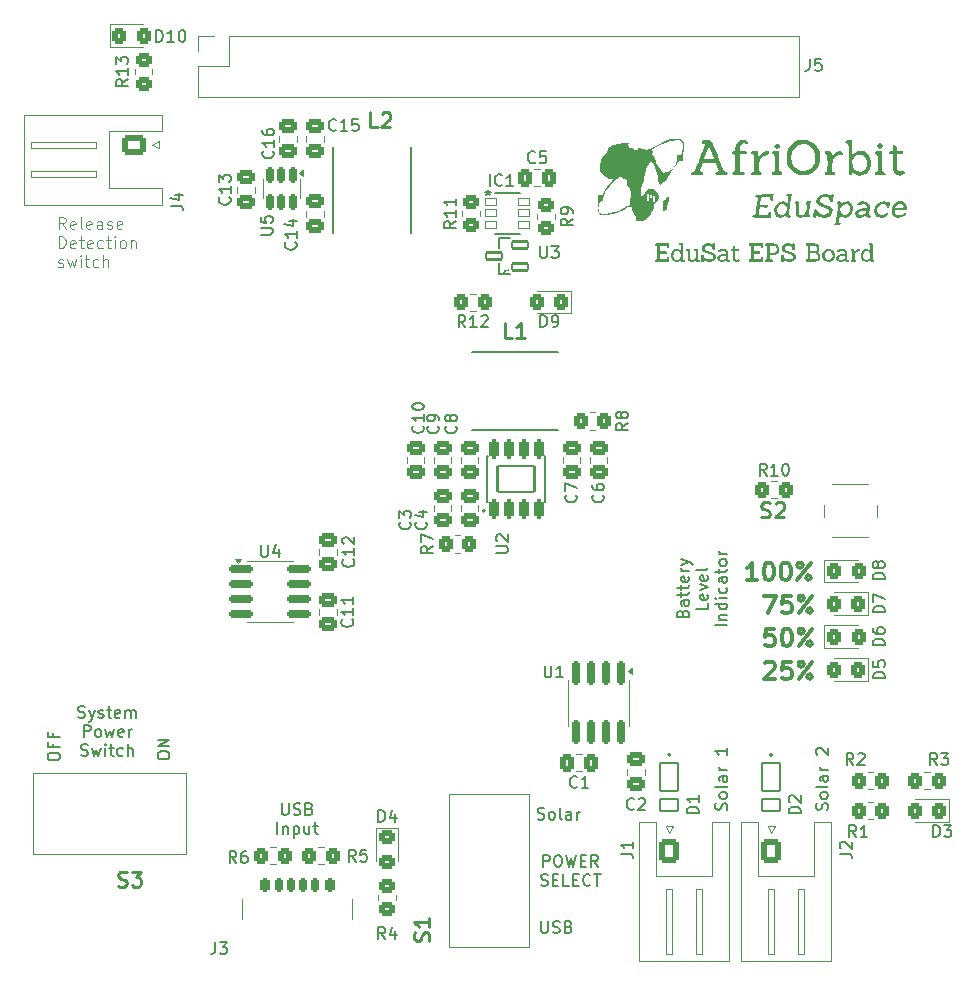
<source format=gto>
%TF.GenerationSoftware,KiCad,Pcbnew,8.0.6*%
%TF.CreationDate,2024-11-27T19:42:17+03:00*%
%TF.ProjectId,EPSv3,45505376-332e-46b6-9963-61645f706362,rev?*%
%TF.SameCoordinates,Original*%
%TF.FileFunction,Legend,Top*%
%TF.FilePolarity,Positive*%
%FSLAX46Y46*%
G04 Gerber Fmt 4.6, Leading zero omitted, Abs format (unit mm)*
G04 Created by KiCad (PCBNEW 8.0.6) date 2024-11-27 19:42:17*
%MOMM*%
%LPD*%
G01*
G04 APERTURE LIST*
G04 Aperture macros list*
%AMRoundRect*
0 Rectangle with rounded corners*
0 $1 Rounding radius*
0 $2 $3 $4 $5 $6 $7 $8 $9 X,Y pos of 4 corners*
0 Add a 4 corners polygon primitive as box body*
4,1,4,$2,$3,$4,$5,$6,$7,$8,$9,$2,$3,0*
0 Add four circle primitives for the rounded corners*
1,1,$1+$1,$2,$3*
1,1,$1+$1,$4,$5*
1,1,$1+$1,$6,$7*
1,1,$1+$1,$8,$9*
0 Add four rect primitives between the rounded corners*
20,1,$1+$1,$2,$3,$4,$5,0*
20,1,$1+$1,$4,$5,$6,$7,0*
20,1,$1+$1,$6,$7,$8,$9,0*
20,1,$1+$1,$8,$9,$2,$3,0*%
G04 Aperture macros list end*
%ADD10C,0.300000*%
%ADD11C,0.200000*%
%ADD12C,0.100000*%
%ADD13C,0.150000*%
%ADD14C,0.254000*%
%ADD15C,0.120000*%
%ADD16C,0.000000*%
%ADD17C,0.152400*%
%ADD18C,0.127000*%
%ADD19RoundRect,0.250000X-0.337500X-0.475000X0.337500X-0.475000X0.337500X0.475000X-0.337500X0.475000X0*%
%ADD20RoundRect,0.250000X-0.475000X0.337500X-0.475000X-0.337500X0.475000X-0.337500X0.475000X0.337500X0*%
%ADD21RoundRect,0.250000X0.475000X-0.337500X0.475000X0.337500X-0.475000X0.337500X-0.475000X-0.337500X0*%
%ADD22RoundRect,0.250000X-0.450000X0.350000X-0.450000X-0.350000X0.450000X-0.350000X0.450000X0.350000X0*%
%ADD23RoundRect,0.250000X-0.600000X-0.750000X0.600000X-0.750000X0.600000X0.750000X-0.600000X0.750000X0*%
%ADD24O,1.700000X2.000000*%
%ADD25RoundRect,0.250000X0.337500X0.475000X-0.337500X0.475000X-0.337500X-0.475000X0.337500X-0.475000X0*%
%ADD26R,3.200000X2.600000*%
%ADD27RoundRect,0.250000X0.325000X0.450000X-0.325000X0.450000X-0.325000X-0.450000X0.325000X-0.450000X0*%
%ADD28RoundRect,0.250000X-0.325000X-0.450000X0.325000X-0.450000X0.325000X0.450000X-0.325000X0.450000X0*%
%ADD29RoundRect,0.250000X-0.350000X-0.450000X0.350000X-0.450000X0.350000X0.450000X-0.350000X0.450000X0*%
%ADD30RoundRect,0.250000X0.450000X-0.350000X0.450000X0.350000X-0.450000X0.350000X-0.450000X-0.350000X0*%
%ADD31R,2.595000X2.595000*%
%ADD32C,2.595000*%
%ADD33RoundRect,0.102000X0.660400X0.279400X-0.660400X0.279400X-0.660400X-0.279400X0.660400X-0.279400X0*%
%ADD34RoundRect,0.150000X-0.150000X0.825000X-0.150000X-0.825000X0.150000X-0.825000X0.150000X0.825000X0*%
%ADD35RoundRect,0.250000X-0.750000X0.600000X-0.750000X-0.600000X0.750000X-0.600000X0.750000X0.600000X0*%
%ADD36O,2.000000X1.700000*%
%ADD37RoundRect,0.175000X-0.175000X-0.425000X0.175000X-0.425000X0.175000X0.425000X-0.175000X0.425000X0*%
%ADD38RoundRect,0.190000X0.190000X0.410000X-0.190000X0.410000X-0.190000X-0.410000X0.190000X-0.410000X0*%
%ADD39RoundRect,0.200000X0.200000X0.400000X-0.200000X0.400000X-0.200000X-0.400000X0.200000X-0.400000X0*%
%ADD40RoundRect,0.175000X0.175000X0.425000X-0.175000X0.425000X-0.175000X-0.425000X0.175000X-0.425000X0*%
%ADD41RoundRect,0.190000X-0.190000X-0.410000X0.190000X-0.410000X0.190000X0.410000X-0.190000X0.410000X0*%
%ADD42RoundRect,0.200000X-0.200000X-0.400000X0.200000X-0.400000X0.200000X0.400000X-0.200000X0.400000X0*%
%ADD43O,1.100000X1.700000*%
%ADD44RoundRect,0.233280X0.198720X-0.631220X0.198720X0.631220X-0.198720X0.631220X-0.198720X-0.631220X0*%
%ADD45RoundRect,0.102000X1.550000X-1.105000X1.550000X1.105000X-1.550000X1.105000X-1.550000X-1.105000X0*%
%ADD46RoundRect,0.102000X-0.750000X0.525000X-0.750000X-0.525000X0.750000X-0.525000X0.750000X0.525000X0*%
%ADD47RoundRect,0.102000X-0.750000X1.200000X-0.750000X-1.200000X0.750000X-1.200000X0.750000X1.200000X0*%
%ADD48C,3.200000*%
%ADD49RoundRect,0.051000X-0.476250X-0.279400X0.476250X-0.279400X0.476250X0.279400X-0.476250X0.279400X0*%
%ADD50RoundRect,0.250000X0.350000X0.450000X-0.350000X0.450000X-0.350000X-0.450000X0.350000X-0.450000X0*%
%ADD51RoundRect,0.150000X-0.825000X-0.150000X0.825000X-0.150000X0.825000X0.150000X-0.825000X0.150000X0*%
%ADD52R,1.550000X1.000000*%
%ADD53RoundRect,0.150000X-0.150000X0.512500X-0.150000X-0.512500X0.150000X-0.512500X0.150000X0.512500X0*%
%ADD54RoundRect,0.250000X-0.450000X0.325000X-0.450000X-0.325000X0.450000X-0.325000X0.450000X0.325000X0*%
%ADD55R,2.600000X3.200000*%
%ADD56R,1.700000X1.700000*%
%ADD57O,1.700000X1.700000*%
%ADD58C,3.550000*%
%ADD59C,2.390000*%
%ADD60C,2.184000*%
G04 APERTURE END LIST*
D10*
X112941688Y-100973667D02*
X113013116Y-100902239D01*
X113013116Y-100902239D02*
X113155974Y-100830810D01*
X113155974Y-100830810D02*
X113513116Y-100830810D01*
X113513116Y-100830810D02*
X113655974Y-100902239D01*
X113655974Y-100902239D02*
X113727402Y-100973667D01*
X113727402Y-100973667D02*
X113798831Y-101116524D01*
X113798831Y-101116524D02*
X113798831Y-101259382D01*
X113798831Y-101259382D02*
X113727402Y-101473667D01*
X113727402Y-101473667D02*
X112870259Y-102330810D01*
X112870259Y-102330810D02*
X113798831Y-102330810D01*
X115155973Y-100830810D02*
X114441687Y-100830810D01*
X114441687Y-100830810D02*
X114370259Y-101545096D01*
X114370259Y-101545096D02*
X114441687Y-101473667D01*
X114441687Y-101473667D02*
X114584545Y-101402239D01*
X114584545Y-101402239D02*
X114941687Y-101402239D01*
X114941687Y-101402239D02*
X115084545Y-101473667D01*
X115084545Y-101473667D02*
X115155973Y-101545096D01*
X115155973Y-101545096D02*
X115227402Y-101687953D01*
X115227402Y-101687953D02*
X115227402Y-102045096D01*
X115227402Y-102045096D02*
X115155973Y-102187953D01*
X115155973Y-102187953D02*
X115084545Y-102259382D01*
X115084545Y-102259382D02*
X114941687Y-102330810D01*
X114941687Y-102330810D02*
X114584545Y-102330810D01*
X114584545Y-102330810D02*
X114441687Y-102259382D01*
X114441687Y-102259382D02*
X114370259Y-102187953D01*
X115798830Y-102330810D02*
X116941687Y-100830810D01*
X116013116Y-100830810D02*
X116155973Y-100902239D01*
X116155973Y-100902239D02*
X116227401Y-101045096D01*
X116227401Y-101045096D02*
X116155973Y-101187953D01*
X116155973Y-101187953D02*
X116013116Y-101259382D01*
X116013116Y-101259382D02*
X115870258Y-101187953D01*
X115870258Y-101187953D02*
X115798830Y-101045096D01*
X115798830Y-101045096D02*
X115870258Y-100902239D01*
X115870258Y-100902239D02*
X116013116Y-100830810D01*
X116870258Y-102259382D02*
X116941687Y-102116524D01*
X116941687Y-102116524D02*
X116870258Y-101973667D01*
X116870258Y-101973667D02*
X116727401Y-101902239D01*
X116727401Y-101902239D02*
X116584544Y-101973667D01*
X116584544Y-101973667D02*
X116513116Y-102116524D01*
X116513116Y-102116524D02*
X116584544Y-102259382D01*
X116584544Y-102259382D02*
X116727401Y-102330810D01*
X116727401Y-102330810D02*
X116870258Y-102259382D01*
D11*
X52227825Y-108959832D02*
X52227825Y-108769356D01*
X52227825Y-108769356D02*
X52275444Y-108674118D01*
X52275444Y-108674118D02*
X52370682Y-108578880D01*
X52370682Y-108578880D02*
X52561158Y-108531261D01*
X52561158Y-108531261D02*
X52894491Y-108531261D01*
X52894491Y-108531261D02*
X53084967Y-108578880D01*
X53084967Y-108578880D02*
X53180206Y-108674118D01*
X53180206Y-108674118D02*
X53227825Y-108769356D01*
X53227825Y-108769356D02*
X53227825Y-108959832D01*
X53227825Y-108959832D02*
X53180206Y-109055070D01*
X53180206Y-109055070D02*
X53084967Y-109150308D01*
X53084967Y-109150308D02*
X52894491Y-109197927D01*
X52894491Y-109197927D02*
X52561158Y-109197927D01*
X52561158Y-109197927D02*
X52370682Y-109150308D01*
X52370682Y-109150308D02*
X52275444Y-109055070D01*
X52275444Y-109055070D02*
X52227825Y-108959832D01*
X52704015Y-107769356D02*
X52704015Y-108102689D01*
X53227825Y-108102689D02*
X52227825Y-108102689D01*
X52227825Y-108102689D02*
X52227825Y-107626499D01*
X52704015Y-106912213D02*
X52704015Y-107245546D01*
X53227825Y-107245546D02*
X52227825Y-107245546D01*
X52227825Y-107245546D02*
X52227825Y-106769356D01*
X61527825Y-108859832D02*
X61527825Y-108669356D01*
X61527825Y-108669356D02*
X61575444Y-108574118D01*
X61575444Y-108574118D02*
X61670682Y-108478880D01*
X61670682Y-108478880D02*
X61861158Y-108431261D01*
X61861158Y-108431261D02*
X62194491Y-108431261D01*
X62194491Y-108431261D02*
X62384967Y-108478880D01*
X62384967Y-108478880D02*
X62480206Y-108574118D01*
X62480206Y-108574118D02*
X62527825Y-108669356D01*
X62527825Y-108669356D02*
X62527825Y-108859832D01*
X62527825Y-108859832D02*
X62480206Y-108955070D01*
X62480206Y-108955070D02*
X62384967Y-109050308D01*
X62384967Y-109050308D02*
X62194491Y-109097927D01*
X62194491Y-109097927D02*
X61861158Y-109097927D01*
X61861158Y-109097927D02*
X61670682Y-109050308D01*
X61670682Y-109050308D02*
X61575444Y-108955070D01*
X61575444Y-108955070D02*
X61527825Y-108859832D01*
X62527825Y-108002689D02*
X61527825Y-108002689D01*
X61527825Y-108002689D02*
X62527825Y-107431261D01*
X62527825Y-107431261D02*
X61527825Y-107431261D01*
D10*
X112870259Y-95242810D02*
X113870259Y-95242810D01*
X113870259Y-95242810D02*
X113227402Y-96742810D01*
X115155973Y-95242810D02*
X114441687Y-95242810D01*
X114441687Y-95242810D02*
X114370259Y-95957096D01*
X114370259Y-95957096D02*
X114441687Y-95885667D01*
X114441687Y-95885667D02*
X114584545Y-95814239D01*
X114584545Y-95814239D02*
X114941687Y-95814239D01*
X114941687Y-95814239D02*
X115084545Y-95885667D01*
X115084545Y-95885667D02*
X115155973Y-95957096D01*
X115155973Y-95957096D02*
X115227402Y-96099953D01*
X115227402Y-96099953D02*
X115227402Y-96457096D01*
X115227402Y-96457096D02*
X115155973Y-96599953D01*
X115155973Y-96599953D02*
X115084545Y-96671382D01*
X115084545Y-96671382D02*
X114941687Y-96742810D01*
X114941687Y-96742810D02*
X114584545Y-96742810D01*
X114584545Y-96742810D02*
X114441687Y-96671382D01*
X114441687Y-96671382D02*
X114370259Y-96599953D01*
X115798830Y-96742810D02*
X116941687Y-95242810D01*
X116013116Y-95242810D02*
X116155973Y-95314239D01*
X116155973Y-95314239D02*
X116227401Y-95457096D01*
X116227401Y-95457096D02*
X116155973Y-95599953D01*
X116155973Y-95599953D02*
X116013116Y-95671382D01*
X116013116Y-95671382D02*
X115870258Y-95599953D01*
X115870258Y-95599953D02*
X115798830Y-95457096D01*
X115798830Y-95457096D02*
X115870258Y-95314239D01*
X115870258Y-95314239D02*
X116013116Y-95242810D01*
X116870258Y-96671382D02*
X116941687Y-96528524D01*
X116941687Y-96528524D02*
X116870258Y-96385667D01*
X116870258Y-96385667D02*
X116727401Y-96314239D01*
X116727401Y-96314239D02*
X116584544Y-96385667D01*
X116584544Y-96385667D02*
X116513116Y-96528524D01*
X116513116Y-96528524D02*
X116584544Y-96671382D01*
X116584544Y-96671382D02*
X116727401Y-96742810D01*
X116727401Y-96742810D02*
X116870258Y-96671382D01*
X113727402Y-98036810D02*
X113013116Y-98036810D01*
X113013116Y-98036810D02*
X112941688Y-98751096D01*
X112941688Y-98751096D02*
X113013116Y-98679667D01*
X113013116Y-98679667D02*
X113155974Y-98608239D01*
X113155974Y-98608239D02*
X113513116Y-98608239D01*
X113513116Y-98608239D02*
X113655974Y-98679667D01*
X113655974Y-98679667D02*
X113727402Y-98751096D01*
X113727402Y-98751096D02*
X113798831Y-98893953D01*
X113798831Y-98893953D02*
X113798831Y-99251096D01*
X113798831Y-99251096D02*
X113727402Y-99393953D01*
X113727402Y-99393953D02*
X113655974Y-99465382D01*
X113655974Y-99465382D02*
X113513116Y-99536810D01*
X113513116Y-99536810D02*
X113155974Y-99536810D01*
X113155974Y-99536810D02*
X113013116Y-99465382D01*
X113013116Y-99465382D02*
X112941688Y-99393953D01*
X114727402Y-98036810D02*
X114870259Y-98036810D01*
X114870259Y-98036810D02*
X115013116Y-98108239D01*
X115013116Y-98108239D02*
X115084545Y-98179667D01*
X115084545Y-98179667D02*
X115155973Y-98322524D01*
X115155973Y-98322524D02*
X115227402Y-98608239D01*
X115227402Y-98608239D02*
X115227402Y-98965382D01*
X115227402Y-98965382D02*
X115155973Y-99251096D01*
X115155973Y-99251096D02*
X115084545Y-99393953D01*
X115084545Y-99393953D02*
X115013116Y-99465382D01*
X115013116Y-99465382D02*
X114870259Y-99536810D01*
X114870259Y-99536810D02*
X114727402Y-99536810D01*
X114727402Y-99536810D02*
X114584545Y-99465382D01*
X114584545Y-99465382D02*
X114513116Y-99393953D01*
X114513116Y-99393953D02*
X114441687Y-99251096D01*
X114441687Y-99251096D02*
X114370259Y-98965382D01*
X114370259Y-98965382D02*
X114370259Y-98608239D01*
X114370259Y-98608239D02*
X114441687Y-98322524D01*
X114441687Y-98322524D02*
X114513116Y-98179667D01*
X114513116Y-98179667D02*
X114584545Y-98108239D01*
X114584545Y-98108239D02*
X114727402Y-98036810D01*
X115798830Y-99536810D02*
X116941687Y-98036810D01*
X116013116Y-98036810D02*
X116155973Y-98108239D01*
X116155973Y-98108239D02*
X116227401Y-98251096D01*
X116227401Y-98251096D02*
X116155973Y-98393953D01*
X116155973Y-98393953D02*
X116013116Y-98465382D01*
X116013116Y-98465382D02*
X115870258Y-98393953D01*
X115870258Y-98393953D02*
X115798830Y-98251096D01*
X115798830Y-98251096D02*
X115870258Y-98108239D01*
X115870258Y-98108239D02*
X116013116Y-98036810D01*
X116870258Y-99465382D02*
X116941687Y-99322524D01*
X116941687Y-99322524D02*
X116870258Y-99179667D01*
X116870258Y-99179667D02*
X116727401Y-99108239D01*
X116727401Y-99108239D02*
X116584544Y-99179667D01*
X116584544Y-99179667D02*
X116513116Y-99322524D01*
X116513116Y-99322524D02*
X116584544Y-99465382D01*
X116584544Y-99465382D02*
X116727401Y-99536810D01*
X116727401Y-99536810D02*
X116870258Y-99465382D01*
X112274831Y-93948810D02*
X111417688Y-93948810D01*
X111846259Y-93948810D02*
X111846259Y-92448810D01*
X111846259Y-92448810D02*
X111703402Y-92663096D01*
X111703402Y-92663096D02*
X111560545Y-92805953D01*
X111560545Y-92805953D02*
X111417688Y-92877382D01*
X113203402Y-92448810D02*
X113346259Y-92448810D01*
X113346259Y-92448810D02*
X113489116Y-92520239D01*
X113489116Y-92520239D02*
X113560545Y-92591667D01*
X113560545Y-92591667D02*
X113631973Y-92734524D01*
X113631973Y-92734524D02*
X113703402Y-93020239D01*
X113703402Y-93020239D02*
X113703402Y-93377382D01*
X113703402Y-93377382D02*
X113631973Y-93663096D01*
X113631973Y-93663096D02*
X113560545Y-93805953D01*
X113560545Y-93805953D02*
X113489116Y-93877382D01*
X113489116Y-93877382D02*
X113346259Y-93948810D01*
X113346259Y-93948810D02*
X113203402Y-93948810D01*
X113203402Y-93948810D02*
X113060545Y-93877382D01*
X113060545Y-93877382D02*
X112989116Y-93805953D01*
X112989116Y-93805953D02*
X112917687Y-93663096D01*
X112917687Y-93663096D02*
X112846259Y-93377382D01*
X112846259Y-93377382D02*
X112846259Y-93020239D01*
X112846259Y-93020239D02*
X112917687Y-92734524D01*
X112917687Y-92734524D02*
X112989116Y-92591667D01*
X112989116Y-92591667D02*
X113060545Y-92520239D01*
X113060545Y-92520239D02*
X113203402Y-92448810D01*
X114631973Y-92448810D02*
X114774830Y-92448810D01*
X114774830Y-92448810D02*
X114917687Y-92520239D01*
X114917687Y-92520239D02*
X114989116Y-92591667D01*
X114989116Y-92591667D02*
X115060544Y-92734524D01*
X115060544Y-92734524D02*
X115131973Y-93020239D01*
X115131973Y-93020239D02*
X115131973Y-93377382D01*
X115131973Y-93377382D02*
X115060544Y-93663096D01*
X115060544Y-93663096D02*
X114989116Y-93805953D01*
X114989116Y-93805953D02*
X114917687Y-93877382D01*
X114917687Y-93877382D02*
X114774830Y-93948810D01*
X114774830Y-93948810D02*
X114631973Y-93948810D01*
X114631973Y-93948810D02*
X114489116Y-93877382D01*
X114489116Y-93877382D02*
X114417687Y-93805953D01*
X114417687Y-93805953D02*
X114346258Y-93663096D01*
X114346258Y-93663096D02*
X114274830Y-93377382D01*
X114274830Y-93377382D02*
X114274830Y-93020239D01*
X114274830Y-93020239D02*
X114346258Y-92734524D01*
X114346258Y-92734524D02*
X114417687Y-92591667D01*
X114417687Y-92591667D02*
X114489116Y-92520239D01*
X114489116Y-92520239D02*
X114631973Y-92448810D01*
X115703401Y-93948810D02*
X116846258Y-92448810D01*
X115917687Y-92448810D02*
X116060544Y-92520239D01*
X116060544Y-92520239D02*
X116131972Y-92663096D01*
X116131972Y-92663096D02*
X116060544Y-92805953D01*
X116060544Y-92805953D02*
X115917687Y-92877382D01*
X115917687Y-92877382D02*
X115774829Y-92805953D01*
X115774829Y-92805953D02*
X115703401Y-92663096D01*
X115703401Y-92663096D02*
X115774829Y-92520239D01*
X115774829Y-92520239D02*
X115917687Y-92448810D01*
X116774829Y-93877382D02*
X116846258Y-93734524D01*
X116846258Y-93734524D02*
X116774829Y-93591667D01*
X116774829Y-93591667D02*
X116631972Y-93520239D01*
X116631972Y-93520239D02*
X116489115Y-93591667D01*
X116489115Y-93591667D02*
X116417687Y-93734524D01*
X116417687Y-93734524D02*
X116489115Y-93877382D01*
X116489115Y-93877382D02*
X116631972Y-93948810D01*
X116631972Y-93948810D02*
X116774829Y-93877382D01*
G36*
X104821631Y-66964982D02*
G01*
X103700923Y-66964982D01*
X103661722Y-66927979D01*
X103661722Y-66820268D01*
X103700923Y-66783265D01*
X103849667Y-66783265D01*
X103849667Y-65607968D01*
X103700923Y-65607968D01*
X103661722Y-65570965D01*
X103661722Y-65463254D01*
X103700923Y-65426252D01*
X104821631Y-65426252D01*
X104860832Y-65463254D01*
X104860832Y-65803240D01*
X104821631Y-65842441D01*
X104707692Y-65842441D01*
X104670689Y-65803240D01*
X104670689Y-65607968D01*
X104056663Y-65607968D01*
X104056663Y-66108055D01*
X104579098Y-66108055D01*
X104617933Y-66145058D01*
X104617933Y-66252769D01*
X104579098Y-66289772D01*
X104056663Y-66289772D01*
X104056663Y-66783265D01*
X104668491Y-66783265D01*
X104668491Y-66588359D01*
X104707692Y-66550990D01*
X104821631Y-66550990D01*
X104860832Y-66588359D01*
X104860832Y-66927979D01*
X104821631Y-66964982D01*
G37*
G36*
X106006087Y-65463254D02*
G01*
X106006087Y-66800118D01*
X106112333Y-66800118D01*
X106149335Y-66837120D01*
X106149335Y-66927979D01*
X106112333Y-66964982D01*
X105928784Y-66964982D01*
X105856937Y-66947310D01*
X105850016Y-66941901D01*
X105824471Y-66871211D01*
X105824370Y-66864598D01*
X105833310Y-66755940D01*
X105803173Y-66821069D01*
X105752392Y-66879871D01*
X105713728Y-66911126D01*
X105649958Y-66947254D01*
X105578174Y-66970002D01*
X105498375Y-66979368D01*
X105481453Y-66979636D01*
X105403242Y-66974317D01*
X105330723Y-66958358D01*
X105253313Y-66926294D01*
X105183652Y-66879749D01*
X105130110Y-66828328D01*
X105084167Y-66768328D01*
X105047730Y-66701812D01*
X105020798Y-66628778D01*
X105003371Y-66549227D01*
X104995450Y-66463158D01*
X104994922Y-66433021D01*
X104995053Y-66430090D01*
X105191293Y-66430090D01*
X105196834Y-66511285D01*
X105213458Y-66584146D01*
X105245407Y-66656151D01*
X105279953Y-66704863D01*
X105333563Y-66754982D01*
X105401898Y-66791433D01*
X105479464Y-66807633D01*
X105504534Y-66808544D01*
X105584762Y-66798490D01*
X105655545Y-66768330D01*
X105716882Y-66718062D01*
X105728017Y-66705596D01*
X105770521Y-66642181D01*
X105799114Y-66567754D01*
X105812853Y-66492352D01*
X105815944Y-66430090D01*
X105810334Y-66348276D01*
X105793504Y-66275759D01*
X105761159Y-66205289D01*
X105726185Y-66158614D01*
X105666128Y-66106450D01*
X105597700Y-66073606D01*
X105520899Y-66060082D01*
X105504534Y-66059695D01*
X105426109Y-66069427D01*
X105355699Y-66098622D01*
X105293302Y-66147279D01*
X105281785Y-66159346D01*
X105238041Y-66221051D01*
X105208614Y-66294058D01*
X105194474Y-66368442D01*
X105191293Y-66430090D01*
X104995053Y-66430090D01*
X104998222Y-66359061D01*
X105010896Y-66276354D01*
X105033075Y-66200242D01*
X105064760Y-66130724D01*
X105105950Y-66067801D01*
X105130110Y-66038813D01*
X105183729Y-65987765D01*
X105253676Y-65941558D01*
X105331582Y-65909726D01*
X105404693Y-65893884D01*
X105483652Y-65888603D01*
X105563286Y-65894685D01*
X105640718Y-65915426D01*
X105707500Y-65950885D01*
X105766302Y-66001392D01*
X105811399Y-66065294D01*
X105823616Y-66094104D01*
X105813746Y-66037347D01*
X105813746Y-65591115D01*
X105707134Y-65591115D01*
X105667933Y-65554113D01*
X105667933Y-65463254D01*
X105707134Y-65426252D01*
X105968718Y-65426252D01*
X106006087Y-65463254D01*
G37*
G36*
X107383983Y-66964982D02*
G01*
X107200435Y-66964982D01*
X107127067Y-66942925D01*
X107098319Y-66870774D01*
X107098219Y-66864598D01*
X107103348Y-66793157D01*
X107109943Y-66797187D01*
X107064582Y-66868278D01*
X107003514Y-66921908D01*
X106926738Y-66958077D01*
X106848427Y-66975182D01*
X106774353Y-66979636D01*
X106692013Y-66973156D01*
X106618648Y-66953716D01*
X106546842Y-66916354D01*
X106498847Y-66875955D01*
X106449616Y-66812273D01*
X106416093Y-66737869D01*
X106399481Y-66662730D01*
X106395166Y-66600815D01*
X106395166Y-66068122D01*
X106286722Y-66068122D01*
X106249719Y-66031119D01*
X106249719Y-65940261D01*
X106286722Y-65903258D01*
X106489321Y-65903258D01*
X106562952Y-65925315D01*
X106591803Y-65997466D01*
X106591903Y-66003642D01*
X106591903Y-66558684D01*
X106598484Y-66633424D01*
X106623228Y-66705344D01*
X106647591Y-66740767D01*
X106706666Y-66784344D01*
X106779479Y-66802958D01*
X106812088Y-66804514D01*
X106890566Y-66795849D01*
X106959075Y-66769854D01*
X107023503Y-66720645D01*
X107045829Y-66694971D01*
X107081000Y-66636719D01*
X107081000Y-66068122D01*
X106978784Y-66068122D01*
X106941781Y-66031119D01*
X106941781Y-65940261D01*
X106978784Y-65903258D01*
X107240735Y-65903258D01*
X107277737Y-65940261D01*
X107277737Y-66800118D01*
X107383983Y-66800118D01*
X107423184Y-66837120D01*
X107423184Y-66927979D01*
X107383983Y-66964982D01*
G37*
G36*
X107732029Y-66964982D02*
G01*
X107613693Y-66964982D01*
X107574492Y-66927979D01*
X107574492Y-66434120D01*
X107613693Y-66394919D01*
X107746684Y-66394919D01*
X107783686Y-66434120D01*
X107783686Y-66478450D01*
X107810065Y-66548723D01*
X107830581Y-66579200D01*
X107877842Y-66637635D01*
X107925103Y-66684713D01*
X107988357Y-66727397D01*
X108051499Y-66755788D01*
X108123587Y-66776073D01*
X108200723Y-66784999D01*
X108223690Y-66785463D01*
X108298589Y-66781433D01*
X108372285Y-66767265D01*
X108441049Y-66739559D01*
X108470253Y-66720983D01*
X108523834Y-66665393D01*
X108552685Y-66595892D01*
X108558181Y-66541831D01*
X108539004Y-66468100D01*
X108509088Y-66430456D01*
X108447931Y-66385411D01*
X108379028Y-66354252D01*
X108304717Y-66329629D01*
X108228931Y-66308020D01*
X108198044Y-66300030D01*
X108122877Y-66279766D01*
X108047400Y-66257441D01*
X107996910Y-66241412D01*
X107923666Y-66214828D01*
X107855059Y-66184534D01*
X107811896Y-66162277D01*
X107748511Y-66118306D01*
X107695284Y-66061999D01*
X107674144Y-66031852D01*
X107641772Y-65964807D01*
X107624341Y-65889519D01*
X107621021Y-65834748D01*
X107627612Y-65757816D01*
X107647387Y-65686986D01*
X107686131Y-65613507D01*
X107734156Y-65555749D01*
X107758774Y-65532864D01*
X107823458Y-65486469D01*
X107896979Y-65451469D01*
X107979335Y-65427865D01*
X108056958Y-65416702D01*
X108126603Y-65413795D01*
X108213100Y-65417301D01*
X108291009Y-65427820D01*
X108373167Y-65449699D01*
X108442959Y-65481676D01*
X108508756Y-65531744D01*
X108531802Y-65557410D01*
X108528505Y-65461789D01*
X108567706Y-65424420D01*
X108685675Y-65424420D01*
X108723044Y-65461423D01*
X108723044Y-65921210D01*
X108685675Y-65958212D01*
X108553051Y-65958212D01*
X108515682Y-65921210D01*
X108515682Y-65862225D01*
X108497801Y-65790287D01*
X108454009Y-65727399D01*
X108422259Y-65695529D01*
X108355262Y-65650514D01*
X108279853Y-65624255D01*
X108200804Y-65612250D01*
X108145654Y-65610166D01*
X108066385Y-65616392D01*
X107991255Y-65637620D01*
X107928767Y-65673914D01*
X107875870Y-65731034D01*
X107849062Y-65805126D01*
X107847067Y-65834748D01*
X107862949Y-65906618D01*
X107897259Y-65954182D01*
X107955603Y-65999337D01*
X108025107Y-66033184D01*
X108030250Y-66035149D01*
X108100784Y-66059665D01*
X108171151Y-66080900D01*
X108214531Y-66092668D01*
X108290471Y-66113225D01*
X108366618Y-66135327D01*
X108417497Y-66150920D01*
X108491668Y-66176508D01*
X108561409Y-66206012D01*
X108605442Y-66227857D01*
X108670431Y-66270214D01*
X108724901Y-66324060D01*
X108746492Y-66352787D01*
X108781836Y-66422516D01*
X108798468Y-66495469D01*
X108801080Y-66541831D01*
X108794541Y-66622113D01*
X108774924Y-66695944D01*
X108742228Y-66763324D01*
X108696454Y-66824252D01*
X108664426Y-66856171D01*
X108598346Y-66904279D01*
X108531688Y-66936110D01*
X108455782Y-66959260D01*
X108370628Y-66973728D01*
X108292602Y-66979154D01*
X108259594Y-66979636D01*
X108176461Y-66975832D01*
X108099850Y-66964419D01*
X108020280Y-66942059D01*
X107949229Y-66909762D01*
X107932797Y-66900135D01*
X107867560Y-66856948D01*
X107807660Y-66808887D01*
X107767200Y-66762382D01*
X107769032Y-66927979D01*
X107732029Y-66964982D01*
G37*
G36*
X109485734Y-65892416D02*
G01*
X109558995Y-65903853D01*
X109644243Y-65930964D01*
X109715283Y-65971631D01*
X109772116Y-66025852D01*
X109814740Y-66093630D01*
X109843156Y-66174963D01*
X109857364Y-66269851D01*
X109859140Y-66322379D01*
X109859140Y-66800118D01*
X109965752Y-66800118D01*
X110002755Y-66837120D01*
X110002755Y-66927979D01*
X109965752Y-66964982D01*
X109782204Y-66964982D01*
X109708573Y-66942925D01*
X109679722Y-66870774D01*
X109679622Y-66864598D01*
X109686576Y-66770866D01*
X109641017Y-66827429D01*
X109585286Y-66879321D01*
X109524152Y-66920623D01*
X109457616Y-66951334D01*
X109385678Y-66971456D01*
X109308337Y-66980987D01*
X109275888Y-66981834D01*
X109201287Y-66976705D01*
X109125572Y-66958673D01*
X109058551Y-66927658D01*
X109018700Y-66899769D01*
X108965570Y-66842560D01*
X108932118Y-66773974D01*
X108918344Y-66694011D01*
X108917950Y-66676653D01*
X108920449Y-66651740D01*
X109122748Y-66651740D01*
X109142638Y-66724089D01*
X109179168Y-66764214D01*
X109244747Y-66797461D01*
X109322864Y-66808501D01*
X109328645Y-66808544D01*
X109412398Y-66800234D01*
X109489911Y-66775305D01*
X109561182Y-66733756D01*
X109617305Y-66684915D01*
X109660571Y-66634887D01*
X109660571Y-66479549D01*
X109505599Y-66479549D01*
X109427293Y-66481021D01*
X109353422Y-66485984D01*
X109305930Y-66492005D01*
X109234214Y-66511056D01*
X109175138Y-66544029D01*
X109130115Y-66604651D01*
X109122748Y-66651740D01*
X108920449Y-66651740D01*
X108925383Y-66602564D01*
X108952082Y-66529182D01*
X108998198Y-66467845D01*
X109063732Y-66418552D01*
X109073289Y-66413237D01*
X109146579Y-66380689D01*
X109217882Y-66359154D01*
X109297017Y-66343492D01*
X109383983Y-66333703D01*
X109462436Y-66330032D01*
X109495340Y-66329706D01*
X109660571Y-66329706D01*
X109660571Y-66315784D01*
X109651349Y-66230123D01*
X109623682Y-66162186D01*
X109568094Y-66105325D01*
X109500465Y-66075787D01*
X109414392Y-66063972D01*
X109398254Y-66063725D01*
X109319712Y-66066539D01*
X109243917Y-66078260D01*
X109216171Y-66087539D01*
X109148962Y-66119158D01*
X109137036Y-66126007D01*
X109101132Y-66148356D01*
X109038118Y-66149821D01*
X108979499Y-66076548D01*
X108984629Y-66027089D01*
X109041049Y-65979736D01*
X109108849Y-65945063D01*
X109136303Y-65933666D01*
X109211451Y-65909902D01*
X109285814Y-65896040D01*
X109366552Y-65889307D01*
X109404482Y-65888603D01*
X109485734Y-65892416D01*
G37*
G36*
X110799597Y-66837853D02*
G01*
X110810954Y-66863499D01*
X110794468Y-66894273D01*
X110729488Y-66939289D01*
X110654992Y-66967632D01*
X110579808Y-66978886D01*
X110553034Y-66979636D01*
X110475690Y-66972101D01*
X110399268Y-66946055D01*
X110332865Y-66901404D01*
X110314897Y-66884381D01*
X110269914Y-66824106D01*
X110239652Y-66750442D01*
X110225112Y-66673723D01*
X110221841Y-66609242D01*
X110221841Y-66068122D01*
X110115595Y-66068122D01*
X110074196Y-66028921D01*
X110074196Y-65942459D01*
X110115595Y-65903258D01*
X110221841Y-65903258D01*
X110221841Y-65701757D01*
X110263240Y-65660725D01*
X110381209Y-65660725D01*
X110420410Y-65701757D01*
X110420410Y-65903258D01*
X110676865Y-65903258D01*
X110717898Y-65942459D01*
X110717898Y-66028921D01*
X110676865Y-66068122D01*
X110420410Y-66068122D01*
X110420410Y-66605212D01*
X110427666Y-66678964D01*
X110456517Y-66746662D01*
X110464374Y-66756520D01*
X110527478Y-66798123D01*
X110582709Y-66806346D01*
X110657852Y-66793430D01*
X110694084Y-66769709D01*
X110749039Y-66773007D01*
X110799597Y-66837853D01*
G37*
G36*
X112752685Y-66964982D02*
G01*
X111631977Y-66964982D01*
X111592776Y-66927979D01*
X111592776Y-66820268D01*
X111631977Y-66783265D01*
X111780721Y-66783265D01*
X111780721Y-65607968D01*
X111631977Y-65607968D01*
X111592776Y-65570965D01*
X111592776Y-65463254D01*
X111631977Y-65426252D01*
X112752685Y-65426252D01*
X112791886Y-65463254D01*
X112791886Y-65803240D01*
X112752685Y-65842441D01*
X112638746Y-65842441D01*
X112601743Y-65803240D01*
X112601743Y-65607968D01*
X111987716Y-65607968D01*
X111987716Y-66108055D01*
X112510152Y-66108055D01*
X112548987Y-66145058D01*
X112548987Y-66252769D01*
X112510152Y-66289772D01*
X111987716Y-66289772D01*
X111987716Y-66783265D01*
X112599545Y-66783265D01*
X112599545Y-66588359D01*
X112638746Y-66550990D01*
X112752685Y-66550990D01*
X112791886Y-66588359D01*
X112791886Y-66927979D01*
X112752685Y-66964982D01*
G37*
G36*
X113734816Y-65430940D02*
G01*
X113811753Y-65445005D01*
X113882919Y-65468446D01*
X113958653Y-65507646D01*
X114026534Y-65559608D01*
X114083492Y-65622244D01*
X114126461Y-65693786D01*
X114155440Y-65774234D01*
X114169144Y-65850277D01*
X114172713Y-65918645D01*
X114167677Y-65999720D01*
X114152569Y-66073686D01*
X114122212Y-66150993D01*
X114078147Y-66218623D01*
X114029465Y-66268889D01*
X113961466Y-66317283D01*
X113894447Y-66349302D01*
X113819366Y-66372589D01*
X113736221Y-66387144D01*
X113660775Y-66392602D01*
X113629028Y-66393087D01*
X113357919Y-66393087D01*
X113357919Y-66783265D01*
X113553191Y-66783265D01*
X113590194Y-66820268D01*
X113590194Y-66927979D01*
X113553191Y-66964982D01*
X113002179Y-66964982D01*
X112962978Y-66927979D01*
X112962978Y-66820268D01*
X113002179Y-66783265D01*
X113150923Y-66783265D01*
X113150923Y-66219797D01*
X113357919Y-66219797D01*
X113620602Y-66219797D01*
X113700973Y-66215103D01*
X113786368Y-66196033D01*
X113855018Y-66162295D01*
X113915296Y-66102446D01*
X113947110Y-66036436D01*
X113962179Y-65955757D01*
X113963519Y-65919378D01*
X113957497Y-65845807D01*
X113936325Y-65775029D01*
X113894923Y-65711273D01*
X113867165Y-65685271D01*
X113801899Y-65644506D01*
X113726544Y-65618839D01*
X113650098Y-65608648D01*
X113622800Y-65607968D01*
X113357919Y-65607968D01*
X113357919Y-66219797D01*
X113150923Y-66219797D01*
X113150923Y-65607968D01*
X113002179Y-65607968D01*
X112962978Y-65570965D01*
X112962978Y-65463254D01*
X113002179Y-65426252D01*
X113652109Y-65426252D01*
X113734816Y-65430940D01*
G37*
G36*
X114493648Y-66964982D02*
G01*
X114375312Y-66964982D01*
X114336111Y-66927979D01*
X114336111Y-66434120D01*
X114375312Y-66394919D01*
X114508303Y-66394919D01*
X114545305Y-66434120D01*
X114545305Y-66478450D01*
X114571684Y-66548723D01*
X114592200Y-66579200D01*
X114639461Y-66637635D01*
X114686722Y-66684713D01*
X114749976Y-66727397D01*
X114813118Y-66755788D01*
X114885206Y-66776073D01*
X114962342Y-66784999D01*
X114985309Y-66785463D01*
X115060208Y-66781433D01*
X115133904Y-66767265D01*
X115202668Y-66739559D01*
X115231872Y-66720983D01*
X115285453Y-66665393D01*
X115314304Y-66595892D01*
X115319799Y-66541831D01*
X115300623Y-66468100D01*
X115270707Y-66430456D01*
X115209550Y-66385411D01*
X115140647Y-66354252D01*
X115066336Y-66329629D01*
X114990550Y-66308020D01*
X114959663Y-66300030D01*
X114884496Y-66279766D01*
X114809019Y-66257441D01*
X114758529Y-66241412D01*
X114685285Y-66214828D01*
X114616678Y-66184534D01*
X114573515Y-66162277D01*
X114510130Y-66118306D01*
X114456903Y-66061999D01*
X114435763Y-66031852D01*
X114403391Y-65964807D01*
X114385960Y-65889519D01*
X114382640Y-65834748D01*
X114389231Y-65757816D01*
X114409006Y-65686986D01*
X114447749Y-65613507D01*
X114495775Y-65555749D01*
X114520393Y-65532864D01*
X114585077Y-65486469D01*
X114658598Y-65451469D01*
X114740954Y-65427865D01*
X114818577Y-65416702D01*
X114888222Y-65413795D01*
X114974719Y-65417301D01*
X115052628Y-65427820D01*
X115134786Y-65449699D01*
X115204578Y-65481676D01*
X115270375Y-65531744D01*
X115293421Y-65557410D01*
X115290124Y-65461789D01*
X115329325Y-65424420D01*
X115447294Y-65424420D01*
X115484663Y-65461423D01*
X115484663Y-65921210D01*
X115447294Y-65958212D01*
X115314670Y-65958212D01*
X115277301Y-65921210D01*
X115277301Y-65862225D01*
X115259420Y-65790287D01*
X115215628Y-65727399D01*
X115183878Y-65695529D01*
X115116881Y-65650514D01*
X115041472Y-65624255D01*
X114962423Y-65612250D01*
X114907273Y-65610166D01*
X114828004Y-65616392D01*
X114752874Y-65637620D01*
X114690386Y-65673914D01*
X114637489Y-65731034D01*
X114610681Y-65805126D01*
X114608686Y-65834748D01*
X114624567Y-65906618D01*
X114658878Y-65954182D01*
X114717222Y-65999337D01*
X114786726Y-66033184D01*
X114791869Y-66035149D01*
X114862403Y-66059665D01*
X114932770Y-66080900D01*
X114976150Y-66092668D01*
X115052090Y-66113225D01*
X115128237Y-66135327D01*
X115179116Y-66150920D01*
X115253287Y-66176508D01*
X115323028Y-66206012D01*
X115367060Y-66227857D01*
X115432050Y-66270214D01*
X115486520Y-66324060D01*
X115508111Y-66352787D01*
X115543455Y-66422516D01*
X115560087Y-66495469D01*
X115562699Y-66541831D01*
X115556160Y-66622113D01*
X115536543Y-66695944D01*
X115503847Y-66763324D01*
X115458073Y-66824252D01*
X115426045Y-66856171D01*
X115359965Y-66904279D01*
X115293307Y-66936110D01*
X115217401Y-66959260D01*
X115132247Y-66973728D01*
X115054221Y-66979154D01*
X115021213Y-66979636D01*
X114938080Y-66975832D01*
X114861469Y-66964419D01*
X114781899Y-66942059D01*
X114710848Y-66909762D01*
X114694416Y-66900135D01*
X114629179Y-66856948D01*
X114569279Y-66808887D01*
X114528819Y-66762382D01*
X114530651Y-66927979D01*
X114493648Y-66964982D01*
G37*
G36*
X117187061Y-65430309D02*
G01*
X117269096Y-65445298D01*
X117342016Y-65471332D01*
X117405819Y-65508410D01*
X117445811Y-65541656D01*
X117498545Y-65603641D01*
X117536212Y-65674555D01*
X117558812Y-65754399D01*
X117566227Y-65831589D01*
X117566345Y-65843174D01*
X117560395Y-65921338D01*
X117538411Y-66001396D01*
X117500228Y-66069461D01*
X117445846Y-66125536D01*
X117397085Y-66158247D01*
X117469594Y-66186317D01*
X117540382Y-66233956D01*
X117593474Y-66296819D01*
X117628868Y-66374906D01*
X117644844Y-66451608D01*
X117648777Y-66520582D01*
X117644012Y-66594045D01*
X117626405Y-66672361D01*
X117595826Y-66742719D01*
X117552274Y-66805117D01*
X117513222Y-66844814D01*
X117447676Y-66891637D01*
X117369648Y-66926960D01*
X117292831Y-66948083D01*
X117206845Y-66960757D01*
X117128184Y-66964864D01*
X117111687Y-66964982D01*
X116429883Y-66964982D01*
X116390682Y-66927979D01*
X116390682Y-66820268D01*
X116429883Y-66783265D01*
X116578627Y-66783265D01*
X116785623Y-66783265D01*
X117097033Y-66783265D01*
X117173809Y-66779029D01*
X117249289Y-66764136D01*
X117319628Y-66735013D01*
X117349458Y-66715487D01*
X117400769Y-66660146D01*
X117430782Y-66587314D01*
X117439583Y-66505927D01*
X117427978Y-66420267D01*
X117393164Y-66352329D01*
X117335139Y-66302114D01*
X117253905Y-66269622D01*
X117168480Y-66256084D01*
X117109489Y-66253868D01*
X116785623Y-66253868D01*
X116785623Y-66783265D01*
X116578627Y-66783265D01*
X116578627Y-66091203D01*
X116785623Y-66091203D01*
X117097033Y-66091203D01*
X117172200Y-66081672D01*
X117244678Y-66053556D01*
X117279848Y-66030753D01*
X117330136Y-65972479D01*
X117353801Y-65899260D01*
X117357518Y-65847937D01*
X117347864Y-65770013D01*
X117315312Y-65703174D01*
X117275818Y-65665487D01*
X117209255Y-65630437D01*
X117131562Y-65611563D01*
X117073585Y-65607968D01*
X116785623Y-65607968D01*
X116785623Y-66091203D01*
X116578627Y-66091203D01*
X116578627Y-65607968D01*
X116429883Y-65607968D01*
X116390682Y-65570965D01*
X116390682Y-65463254D01*
X116429883Y-65426252D01*
X117109489Y-65426252D01*
X117187061Y-65430309D01*
G37*
G36*
X118420843Y-65893807D02*
G01*
X118499286Y-65909417D01*
X118572140Y-65935435D01*
X118639403Y-65971860D01*
X118701077Y-66018691D01*
X118720393Y-66036614D01*
X118772187Y-66095459D01*
X118813266Y-66161258D01*
X118843628Y-66234013D01*
X118863275Y-66313723D01*
X118872205Y-66400388D01*
X118872800Y-66430822D01*
X118869106Y-66505548D01*
X118854921Y-66589079D01*
X118830097Y-66665912D01*
X118794634Y-66736048D01*
X118748532Y-66799486D01*
X118721492Y-66828694D01*
X118661939Y-66879991D01*
X118596487Y-66920674D01*
X118525136Y-66950745D01*
X118447886Y-66970202D01*
X118364737Y-66979046D01*
X118335710Y-66979636D01*
X118250582Y-66974368D01*
X118171327Y-66958564D01*
X118097945Y-66932225D01*
X118030437Y-66895349D01*
X117968802Y-66847938D01*
X117949562Y-66829793D01*
X117898266Y-66770000D01*
X117857582Y-66703277D01*
X117827511Y-66629625D01*
X117808054Y-66549044D01*
X117799210Y-66461533D01*
X117798648Y-66432288D01*
X117999388Y-66432288D01*
X118005501Y-66512361D01*
X118023843Y-66584421D01*
X118059092Y-66655908D01*
X118097207Y-66704497D01*
X118155856Y-66754793D01*
X118221344Y-66788629D01*
X118293672Y-66806004D01*
X118336809Y-66808544D01*
X118412907Y-66800314D01*
X118482108Y-66775623D01*
X118544412Y-66734471D01*
X118576045Y-66704497D01*
X118623508Y-66640898D01*
X118655437Y-66567157D01*
X118670779Y-66493094D01*
X118674231Y-66432288D01*
X118668048Y-66352191D01*
X118649501Y-66280430D01*
X118613856Y-66209661D01*
X118575312Y-66161911D01*
X118516512Y-66112500D01*
X118443769Y-66076565D01*
X118371631Y-66061293D01*
X118337542Y-66059695D01*
X118262687Y-66067781D01*
X118186652Y-66095730D01*
X118124644Y-66137954D01*
X118099039Y-66161911D01*
X118050868Y-66224476D01*
X118018462Y-66297589D01*
X118002891Y-66371434D01*
X117999388Y-66432288D01*
X117798648Y-66432288D01*
X117798620Y-66430822D01*
X117802359Y-66355580D01*
X117816716Y-66271877D01*
X117841840Y-66195361D01*
X117877733Y-66126033D01*
X117924393Y-66063891D01*
X117951760Y-66035515D01*
X118012069Y-65985588D01*
X118077864Y-65945991D01*
X118149146Y-65916723D01*
X118225915Y-65897785D01*
X118308171Y-65889177D01*
X118336809Y-65888603D01*
X118420843Y-65893807D01*
G37*
G36*
X119559286Y-65892416D02*
G01*
X119632547Y-65903853D01*
X119717795Y-65930964D01*
X119788835Y-65971631D01*
X119845668Y-66025852D01*
X119888292Y-66093630D01*
X119916708Y-66174963D01*
X119930916Y-66269851D01*
X119932692Y-66322379D01*
X119932692Y-66800118D01*
X120039304Y-66800118D01*
X120076307Y-66837120D01*
X120076307Y-66927979D01*
X120039304Y-66964982D01*
X119855756Y-66964982D01*
X119782125Y-66942925D01*
X119753274Y-66870774D01*
X119753174Y-66864598D01*
X119760128Y-66770866D01*
X119714569Y-66827429D01*
X119658838Y-66879321D01*
X119597704Y-66920623D01*
X119531168Y-66951334D01*
X119459230Y-66971456D01*
X119381889Y-66980987D01*
X119349440Y-66981834D01*
X119274839Y-66976705D01*
X119199124Y-66958673D01*
X119132103Y-66927658D01*
X119092252Y-66899769D01*
X119039122Y-66842560D01*
X119005670Y-66773974D01*
X118991896Y-66694011D01*
X118991502Y-66676653D01*
X118994001Y-66651740D01*
X119196300Y-66651740D01*
X119216190Y-66724089D01*
X119252720Y-66764214D01*
X119318299Y-66797461D01*
X119396416Y-66808501D01*
X119402197Y-66808544D01*
X119485950Y-66800234D01*
X119563463Y-66775305D01*
X119634734Y-66733756D01*
X119690857Y-66684915D01*
X119734123Y-66634887D01*
X119734123Y-66479549D01*
X119579151Y-66479549D01*
X119500845Y-66481021D01*
X119426974Y-66485984D01*
X119379482Y-66492005D01*
X119307766Y-66511056D01*
X119248690Y-66544029D01*
X119203667Y-66604651D01*
X119196300Y-66651740D01*
X118994001Y-66651740D01*
X118998935Y-66602564D01*
X119025634Y-66529182D01*
X119071750Y-66467845D01*
X119137284Y-66418552D01*
X119146841Y-66413237D01*
X119220131Y-66380689D01*
X119291434Y-66359154D01*
X119370569Y-66343492D01*
X119457535Y-66333703D01*
X119535988Y-66330032D01*
X119568892Y-66329706D01*
X119734123Y-66329706D01*
X119734123Y-66315784D01*
X119724901Y-66230123D01*
X119697234Y-66162186D01*
X119641646Y-66105325D01*
X119574017Y-66075787D01*
X119487944Y-66063972D01*
X119471806Y-66063725D01*
X119393264Y-66066539D01*
X119317469Y-66078260D01*
X119289723Y-66087539D01*
X119222514Y-66119158D01*
X119210588Y-66126007D01*
X119174684Y-66148356D01*
X119111670Y-66149821D01*
X119053051Y-66076548D01*
X119058181Y-66027089D01*
X119114601Y-65979736D01*
X119182401Y-65945063D01*
X119209855Y-65933666D01*
X119285003Y-65909902D01*
X119359366Y-65896040D01*
X119440104Y-65889307D01*
X119478034Y-65888603D01*
X119559286Y-65892416D01*
G37*
G36*
X120647102Y-66964982D02*
G01*
X120244102Y-66964982D01*
X120204901Y-66927979D01*
X120204901Y-66837120D01*
X120244102Y-66800118D01*
X120348515Y-66800118D01*
X120348515Y-66068122D01*
X120244102Y-66068122D01*
X120204901Y-66031119D01*
X120204901Y-65940261D01*
X120244102Y-65903258D01*
X120491031Y-65903258D01*
X120530232Y-65940261D01*
X120524737Y-66197815D01*
X120518509Y-66196716D01*
X120545559Y-66126875D01*
X120558809Y-66105125D01*
X120602631Y-66046297D01*
X120644904Y-66004008D01*
X120706103Y-65963464D01*
X120773583Y-65933491D01*
X120778993Y-65931468D01*
X120853765Y-65910594D01*
X120929224Y-65900771D01*
X120976097Y-65899228D01*
X121015298Y-65938062D01*
X121015298Y-66050170D01*
X120976097Y-66089371D01*
X120932134Y-66089371D01*
X120858330Y-66094753D01*
X120782441Y-66114084D01*
X120715574Y-66147475D01*
X120657729Y-66194925D01*
X120651132Y-66201845D01*
X120605612Y-66259982D01*
X120569947Y-66329930D01*
X120550743Y-66404689D01*
X120547085Y-66457201D01*
X120547085Y-66800118D01*
X120647102Y-66800118D01*
X120686303Y-66837120D01*
X120686303Y-66927979D01*
X120647102Y-66964982D01*
G37*
G36*
X122066031Y-65463254D02*
G01*
X122066031Y-66800118D01*
X122172277Y-66800118D01*
X122209280Y-66837120D01*
X122209280Y-66927979D01*
X122172277Y-66964982D01*
X121988728Y-66964982D01*
X121916881Y-66947310D01*
X121909960Y-66941901D01*
X121884415Y-66871211D01*
X121884315Y-66864598D01*
X121893254Y-66755940D01*
X121863118Y-66821069D01*
X121812336Y-66879871D01*
X121773672Y-66911126D01*
X121709902Y-66947254D01*
X121638118Y-66970002D01*
X121558319Y-66979368D01*
X121541398Y-66979636D01*
X121463186Y-66974317D01*
X121390667Y-66958358D01*
X121313257Y-66926294D01*
X121243596Y-66879749D01*
X121190054Y-66828328D01*
X121144111Y-66768328D01*
X121107674Y-66701812D01*
X121080742Y-66628778D01*
X121063315Y-66549227D01*
X121055394Y-66463158D01*
X121054866Y-66433021D01*
X121054997Y-66430090D01*
X121251237Y-66430090D01*
X121256778Y-66511285D01*
X121273402Y-66584146D01*
X121305351Y-66656151D01*
X121339897Y-66704863D01*
X121393507Y-66754982D01*
X121461842Y-66791433D01*
X121539409Y-66807633D01*
X121564478Y-66808544D01*
X121644707Y-66798490D01*
X121715489Y-66768330D01*
X121776827Y-66718062D01*
X121787961Y-66705596D01*
X121830465Y-66642181D01*
X121859058Y-66567754D01*
X121872797Y-66492352D01*
X121875888Y-66430090D01*
X121870278Y-66348276D01*
X121853448Y-66275759D01*
X121821103Y-66205289D01*
X121786129Y-66158614D01*
X121726072Y-66106450D01*
X121657644Y-66073606D01*
X121580843Y-66060082D01*
X121564478Y-66059695D01*
X121486054Y-66069427D01*
X121415643Y-66098622D01*
X121353247Y-66147279D01*
X121341729Y-66159346D01*
X121297985Y-66221051D01*
X121268558Y-66294058D01*
X121254418Y-66368442D01*
X121251237Y-66430090D01*
X121054997Y-66430090D01*
X121058166Y-66359061D01*
X121070840Y-66276354D01*
X121093020Y-66200242D01*
X121124704Y-66130724D01*
X121165895Y-66067801D01*
X121190054Y-66038813D01*
X121243674Y-65987765D01*
X121313620Y-65941558D01*
X121391526Y-65909726D01*
X121464637Y-65893884D01*
X121543596Y-65888603D01*
X121623230Y-65894685D01*
X121700662Y-65915426D01*
X121767444Y-65950885D01*
X121826246Y-66001392D01*
X121871343Y-66065294D01*
X121883561Y-66094107D01*
X121873690Y-66037347D01*
X121873690Y-65591115D01*
X121767078Y-65591115D01*
X121727877Y-65554113D01*
X121727877Y-65463254D01*
X121767078Y-65426252D01*
X122028662Y-65426252D01*
X122066031Y-65463254D01*
G37*
D11*
X54808225Y-105559582D02*
X54951082Y-105607201D01*
X54951082Y-105607201D02*
X55189177Y-105607201D01*
X55189177Y-105607201D02*
X55284415Y-105559582D01*
X55284415Y-105559582D02*
X55332034Y-105511962D01*
X55332034Y-105511962D02*
X55379653Y-105416724D01*
X55379653Y-105416724D02*
X55379653Y-105321486D01*
X55379653Y-105321486D02*
X55332034Y-105226248D01*
X55332034Y-105226248D02*
X55284415Y-105178629D01*
X55284415Y-105178629D02*
X55189177Y-105131010D01*
X55189177Y-105131010D02*
X54998701Y-105083391D01*
X54998701Y-105083391D02*
X54903463Y-105035772D01*
X54903463Y-105035772D02*
X54855844Y-104988153D01*
X54855844Y-104988153D02*
X54808225Y-104892915D01*
X54808225Y-104892915D02*
X54808225Y-104797677D01*
X54808225Y-104797677D02*
X54855844Y-104702439D01*
X54855844Y-104702439D02*
X54903463Y-104654820D01*
X54903463Y-104654820D02*
X54998701Y-104607201D01*
X54998701Y-104607201D02*
X55236796Y-104607201D01*
X55236796Y-104607201D02*
X55379653Y-104654820D01*
X55712987Y-104940534D02*
X55951082Y-105607201D01*
X56189177Y-104940534D02*
X55951082Y-105607201D01*
X55951082Y-105607201D02*
X55855844Y-105845296D01*
X55855844Y-105845296D02*
X55808225Y-105892915D01*
X55808225Y-105892915D02*
X55712987Y-105940534D01*
X56522511Y-105559582D02*
X56617749Y-105607201D01*
X56617749Y-105607201D02*
X56808225Y-105607201D01*
X56808225Y-105607201D02*
X56903463Y-105559582D01*
X56903463Y-105559582D02*
X56951082Y-105464343D01*
X56951082Y-105464343D02*
X56951082Y-105416724D01*
X56951082Y-105416724D02*
X56903463Y-105321486D01*
X56903463Y-105321486D02*
X56808225Y-105273867D01*
X56808225Y-105273867D02*
X56665368Y-105273867D01*
X56665368Y-105273867D02*
X56570130Y-105226248D01*
X56570130Y-105226248D02*
X56522511Y-105131010D01*
X56522511Y-105131010D02*
X56522511Y-105083391D01*
X56522511Y-105083391D02*
X56570130Y-104988153D01*
X56570130Y-104988153D02*
X56665368Y-104940534D01*
X56665368Y-104940534D02*
X56808225Y-104940534D01*
X56808225Y-104940534D02*
X56903463Y-104988153D01*
X57236797Y-104940534D02*
X57617749Y-104940534D01*
X57379654Y-104607201D02*
X57379654Y-105464343D01*
X57379654Y-105464343D02*
X57427273Y-105559582D01*
X57427273Y-105559582D02*
X57522511Y-105607201D01*
X57522511Y-105607201D02*
X57617749Y-105607201D01*
X58332035Y-105559582D02*
X58236797Y-105607201D01*
X58236797Y-105607201D02*
X58046321Y-105607201D01*
X58046321Y-105607201D02*
X57951083Y-105559582D01*
X57951083Y-105559582D02*
X57903464Y-105464343D01*
X57903464Y-105464343D02*
X57903464Y-105083391D01*
X57903464Y-105083391D02*
X57951083Y-104988153D01*
X57951083Y-104988153D02*
X58046321Y-104940534D01*
X58046321Y-104940534D02*
X58236797Y-104940534D01*
X58236797Y-104940534D02*
X58332035Y-104988153D01*
X58332035Y-104988153D02*
X58379654Y-105083391D01*
X58379654Y-105083391D02*
X58379654Y-105178629D01*
X58379654Y-105178629D02*
X57903464Y-105273867D01*
X58808226Y-105607201D02*
X58808226Y-104940534D01*
X58808226Y-105035772D02*
X58855845Y-104988153D01*
X58855845Y-104988153D02*
X58951083Y-104940534D01*
X58951083Y-104940534D02*
X59093940Y-104940534D01*
X59093940Y-104940534D02*
X59189178Y-104988153D01*
X59189178Y-104988153D02*
X59236797Y-105083391D01*
X59236797Y-105083391D02*
X59236797Y-105607201D01*
X59236797Y-105083391D02*
X59284416Y-104988153D01*
X59284416Y-104988153D02*
X59379654Y-104940534D01*
X59379654Y-104940534D02*
X59522511Y-104940534D01*
X59522511Y-104940534D02*
X59617750Y-104988153D01*
X59617750Y-104988153D02*
X59665369Y-105083391D01*
X59665369Y-105083391D02*
X59665369Y-105607201D01*
X55284415Y-107217145D02*
X55284415Y-106217145D01*
X55284415Y-106217145D02*
X55665367Y-106217145D01*
X55665367Y-106217145D02*
X55760605Y-106264764D01*
X55760605Y-106264764D02*
X55808224Y-106312383D01*
X55808224Y-106312383D02*
X55855843Y-106407621D01*
X55855843Y-106407621D02*
X55855843Y-106550478D01*
X55855843Y-106550478D02*
X55808224Y-106645716D01*
X55808224Y-106645716D02*
X55760605Y-106693335D01*
X55760605Y-106693335D02*
X55665367Y-106740954D01*
X55665367Y-106740954D02*
X55284415Y-106740954D01*
X56427272Y-107217145D02*
X56332034Y-107169526D01*
X56332034Y-107169526D02*
X56284415Y-107121906D01*
X56284415Y-107121906D02*
X56236796Y-107026668D01*
X56236796Y-107026668D02*
X56236796Y-106740954D01*
X56236796Y-106740954D02*
X56284415Y-106645716D01*
X56284415Y-106645716D02*
X56332034Y-106598097D01*
X56332034Y-106598097D02*
X56427272Y-106550478D01*
X56427272Y-106550478D02*
X56570129Y-106550478D01*
X56570129Y-106550478D02*
X56665367Y-106598097D01*
X56665367Y-106598097D02*
X56712986Y-106645716D01*
X56712986Y-106645716D02*
X56760605Y-106740954D01*
X56760605Y-106740954D02*
X56760605Y-107026668D01*
X56760605Y-107026668D02*
X56712986Y-107121906D01*
X56712986Y-107121906D02*
X56665367Y-107169526D01*
X56665367Y-107169526D02*
X56570129Y-107217145D01*
X56570129Y-107217145D02*
X56427272Y-107217145D01*
X57093939Y-106550478D02*
X57284415Y-107217145D01*
X57284415Y-107217145D02*
X57474891Y-106740954D01*
X57474891Y-106740954D02*
X57665367Y-107217145D01*
X57665367Y-107217145D02*
X57855843Y-106550478D01*
X58617748Y-107169526D02*
X58522510Y-107217145D01*
X58522510Y-107217145D02*
X58332034Y-107217145D01*
X58332034Y-107217145D02*
X58236796Y-107169526D01*
X58236796Y-107169526D02*
X58189177Y-107074287D01*
X58189177Y-107074287D02*
X58189177Y-106693335D01*
X58189177Y-106693335D02*
X58236796Y-106598097D01*
X58236796Y-106598097D02*
X58332034Y-106550478D01*
X58332034Y-106550478D02*
X58522510Y-106550478D01*
X58522510Y-106550478D02*
X58617748Y-106598097D01*
X58617748Y-106598097D02*
X58665367Y-106693335D01*
X58665367Y-106693335D02*
X58665367Y-106788573D01*
X58665367Y-106788573D02*
X58189177Y-106883811D01*
X59093939Y-107217145D02*
X59093939Y-106550478D01*
X59093939Y-106740954D02*
X59141558Y-106645716D01*
X59141558Y-106645716D02*
X59189177Y-106598097D01*
X59189177Y-106598097D02*
X59284415Y-106550478D01*
X59284415Y-106550478D02*
X59379653Y-106550478D01*
X55046320Y-108779470D02*
X55189177Y-108827089D01*
X55189177Y-108827089D02*
X55427272Y-108827089D01*
X55427272Y-108827089D02*
X55522510Y-108779470D01*
X55522510Y-108779470D02*
X55570129Y-108731850D01*
X55570129Y-108731850D02*
X55617748Y-108636612D01*
X55617748Y-108636612D02*
X55617748Y-108541374D01*
X55617748Y-108541374D02*
X55570129Y-108446136D01*
X55570129Y-108446136D02*
X55522510Y-108398517D01*
X55522510Y-108398517D02*
X55427272Y-108350898D01*
X55427272Y-108350898D02*
X55236796Y-108303279D01*
X55236796Y-108303279D02*
X55141558Y-108255660D01*
X55141558Y-108255660D02*
X55093939Y-108208041D01*
X55093939Y-108208041D02*
X55046320Y-108112803D01*
X55046320Y-108112803D02*
X55046320Y-108017565D01*
X55046320Y-108017565D02*
X55093939Y-107922327D01*
X55093939Y-107922327D02*
X55141558Y-107874708D01*
X55141558Y-107874708D02*
X55236796Y-107827089D01*
X55236796Y-107827089D02*
X55474891Y-107827089D01*
X55474891Y-107827089D02*
X55617748Y-107874708D01*
X55951082Y-108160422D02*
X56141558Y-108827089D01*
X56141558Y-108827089D02*
X56332034Y-108350898D01*
X56332034Y-108350898D02*
X56522510Y-108827089D01*
X56522510Y-108827089D02*
X56712986Y-108160422D01*
X57093939Y-108827089D02*
X57093939Y-108160422D01*
X57093939Y-107827089D02*
X57046320Y-107874708D01*
X57046320Y-107874708D02*
X57093939Y-107922327D01*
X57093939Y-107922327D02*
X57141558Y-107874708D01*
X57141558Y-107874708D02*
X57093939Y-107827089D01*
X57093939Y-107827089D02*
X57093939Y-107922327D01*
X57427272Y-108160422D02*
X57808224Y-108160422D01*
X57570129Y-107827089D02*
X57570129Y-108684231D01*
X57570129Y-108684231D02*
X57617748Y-108779470D01*
X57617748Y-108779470D02*
X57712986Y-108827089D01*
X57712986Y-108827089D02*
X57808224Y-108827089D01*
X58570129Y-108779470D02*
X58474891Y-108827089D01*
X58474891Y-108827089D02*
X58284415Y-108827089D01*
X58284415Y-108827089D02*
X58189177Y-108779470D01*
X58189177Y-108779470D02*
X58141558Y-108731850D01*
X58141558Y-108731850D02*
X58093939Y-108636612D01*
X58093939Y-108636612D02*
X58093939Y-108350898D01*
X58093939Y-108350898D02*
X58141558Y-108255660D01*
X58141558Y-108255660D02*
X58189177Y-108208041D01*
X58189177Y-108208041D02*
X58284415Y-108160422D01*
X58284415Y-108160422D02*
X58474891Y-108160422D01*
X58474891Y-108160422D02*
X58570129Y-108208041D01*
X58998701Y-108827089D02*
X58998701Y-107827089D01*
X59427272Y-108827089D02*
X59427272Y-108303279D01*
X59427272Y-108303279D02*
X59379653Y-108208041D01*
X59379653Y-108208041D02*
X59284415Y-108160422D01*
X59284415Y-108160422D02*
X59141558Y-108160422D01*
X59141558Y-108160422D02*
X59046320Y-108208041D01*
X59046320Y-108208041D02*
X58998701Y-108255660D01*
X118234206Y-113377927D02*
X118281825Y-113235070D01*
X118281825Y-113235070D02*
X118281825Y-112996975D01*
X118281825Y-112996975D02*
X118234206Y-112901737D01*
X118234206Y-112901737D02*
X118186586Y-112854118D01*
X118186586Y-112854118D02*
X118091348Y-112806499D01*
X118091348Y-112806499D02*
X117996110Y-112806499D01*
X117996110Y-112806499D02*
X117900872Y-112854118D01*
X117900872Y-112854118D02*
X117853253Y-112901737D01*
X117853253Y-112901737D02*
X117805634Y-112996975D01*
X117805634Y-112996975D02*
X117758015Y-113187451D01*
X117758015Y-113187451D02*
X117710396Y-113282689D01*
X117710396Y-113282689D02*
X117662777Y-113330308D01*
X117662777Y-113330308D02*
X117567539Y-113377927D01*
X117567539Y-113377927D02*
X117472301Y-113377927D01*
X117472301Y-113377927D02*
X117377063Y-113330308D01*
X117377063Y-113330308D02*
X117329444Y-113282689D01*
X117329444Y-113282689D02*
X117281825Y-113187451D01*
X117281825Y-113187451D02*
X117281825Y-112949356D01*
X117281825Y-112949356D02*
X117329444Y-112806499D01*
X118281825Y-112235070D02*
X118234206Y-112330308D01*
X118234206Y-112330308D02*
X118186586Y-112377927D01*
X118186586Y-112377927D02*
X118091348Y-112425546D01*
X118091348Y-112425546D02*
X117805634Y-112425546D01*
X117805634Y-112425546D02*
X117710396Y-112377927D01*
X117710396Y-112377927D02*
X117662777Y-112330308D01*
X117662777Y-112330308D02*
X117615158Y-112235070D01*
X117615158Y-112235070D02*
X117615158Y-112092213D01*
X117615158Y-112092213D02*
X117662777Y-111996975D01*
X117662777Y-111996975D02*
X117710396Y-111949356D01*
X117710396Y-111949356D02*
X117805634Y-111901737D01*
X117805634Y-111901737D02*
X118091348Y-111901737D01*
X118091348Y-111901737D02*
X118186586Y-111949356D01*
X118186586Y-111949356D02*
X118234206Y-111996975D01*
X118234206Y-111996975D02*
X118281825Y-112092213D01*
X118281825Y-112092213D02*
X118281825Y-112235070D01*
X118281825Y-111330308D02*
X118234206Y-111425546D01*
X118234206Y-111425546D02*
X118138967Y-111473165D01*
X118138967Y-111473165D02*
X117281825Y-111473165D01*
X118281825Y-110520784D02*
X117758015Y-110520784D01*
X117758015Y-110520784D02*
X117662777Y-110568403D01*
X117662777Y-110568403D02*
X117615158Y-110663641D01*
X117615158Y-110663641D02*
X117615158Y-110854117D01*
X117615158Y-110854117D02*
X117662777Y-110949355D01*
X118234206Y-110520784D02*
X118281825Y-110616022D01*
X118281825Y-110616022D02*
X118281825Y-110854117D01*
X118281825Y-110854117D02*
X118234206Y-110949355D01*
X118234206Y-110949355D02*
X118138967Y-110996974D01*
X118138967Y-110996974D02*
X118043729Y-110996974D01*
X118043729Y-110996974D02*
X117948491Y-110949355D01*
X117948491Y-110949355D02*
X117900872Y-110854117D01*
X117900872Y-110854117D02*
X117900872Y-110616022D01*
X117900872Y-110616022D02*
X117853253Y-110520784D01*
X118281825Y-110044593D02*
X117615158Y-110044593D01*
X117805634Y-110044593D02*
X117710396Y-109996974D01*
X117710396Y-109996974D02*
X117662777Y-109949355D01*
X117662777Y-109949355D02*
X117615158Y-109854117D01*
X117615158Y-109854117D02*
X117615158Y-109758879D01*
X117377063Y-108711259D02*
X117329444Y-108663640D01*
X117329444Y-108663640D02*
X117281825Y-108568402D01*
X117281825Y-108568402D02*
X117281825Y-108330307D01*
X117281825Y-108330307D02*
X117329444Y-108235069D01*
X117329444Y-108235069D02*
X117377063Y-108187450D01*
X117377063Y-108187450D02*
X117472301Y-108139831D01*
X117472301Y-108139831D02*
X117567539Y-108139831D01*
X117567539Y-108139831D02*
X117710396Y-108187450D01*
X117710396Y-108187450D02*
X118281825Y-108758878D01*
X118281825Y-108758878D02*
X118281825Y-108139831D01*
X93698701Y-114159582D02*
X93841558Y-114207201D01*
X93841558Y-114207201D02*
X94079653Y-114207201D01*
X94079653Y-114207201D02*
X94174891Y-114159582D01*
X94174891Y-114159582D02*
X94222510Y-114111962D01*
X94222510Y-114111962D02*
X94270129Y-114016724D01*
X94270129Y-114016724D02*
X94270129Y-113921486D01*
X94270129Y-113921486D02*
X94222510Y-113826248D01*
X94222510Y-113826248D02*
X94174891Y-113778629D01*
X94174891Y-113778629D02*
X94079653Y-113731010D01*
X94079653Y-113731010D02*
X93889177Y-113683391D01*
X93889177Y-113683391D02*
X93793939Y-113635772D01*
X93793939Y-113635772D02*
X93746320Y-113588153D01*
X93746320Y-113588153D02*
X93698701Y-113492915D01*
X93698701Y-113492915D02*
X93698701Y-113397677D01*
X93698701Y-113397677D02*
X93746320Y-113302439D01*
X93746320Y-113302439D02*
X93793939Y-113254820D01*
X93793939Y-113254820D02*
X93889177Y-113207201D01*
X93889177Y-113207201D02*
X94127272Y-113207201D01*
X94127272Y-113207201D02*
X94270129Y-113254820D01*
X94841558Y-114207201D02*
X94746320Y-114159582D01*
X94746320Y-114159582D02*
X94698701Y-114111962D01*
X94698701Y-114111962D02*
X94651082Y-114016724D01*
X94651082Y-114016724D02*
X94651082Y-113731010D01*
X94651082Y-113731010D02*
X94698701Y-113635772D01*
X94698701Y-113635772D02*
X94746320Y-113588153D01*
X94746320Y-113588153D02*
X94841558Y-113540534D01*
X94841558Y-113540534D02*
X94984415Y-113540534D01*
X94984415Y-113540534D02*
X95079653Y-113588153D01*
X95079653Y-113588153D02*
X95127272Y-113635772D01*
X95127272Y-113635772D02*
X95174891Y-113731010D01*
X95174891Y-113731010D02*
X95174891Y-114016724D01*
X95174891Y-114016724D02*
X95127272Y-114111962D01*
X95127272Y-114111962D02*
X95079653Y-114159582D01*
X95079653Y-114159582D02*
X94984415Y-114207201D01*
X94984415Y-114207201D02*
X94841558Y-114207201D01*
X95746320Y-114207201D02*
X95651082Y-114159582D01*
X95651082Y-114159582D02*
X95603463Y-114064343D01*
X95603463Y-114064343D02*
X95603463Y-113207201D01*
X96555844Y-114207201D02*
X96555844Y-113683391D01*
X96555844Y-113683391D02*
X96508225Y-113588153D01*
X96508225Y-113588153D02*
X96412987Y-113540534D01*
X96412987Y-113540534D02*
X96222511Y-113540534D01*
X96222511Y-113540534D02*
X96127273Y-113588153D01*
X96555844Y-114159582D02*
X96460606Y-114207201D01*
X96460606Y-114207201D02*
X96222511Y-114207201D01*
X96222511Y-114207201D02*
X96127273Y-114159582D01*
X96127273Y-114159582D02*
X96079654Y-114064343D01*
X96079654Y-114064343D02*
X96079654Y-113969105D01*
X96079654Y-113969105D02*
X96127273Y-113873867D01*
X96127273Y-113873867D02*
X96222511Y-113826248D01*
X96222511Y-113826248D02*
X96460606Y-113826248D01*
X96460606Y-113826248D02*
X96555844Y-113778629D01*
X97032035Y-114207201D02*
X97032035Y-113540534D01*
X97032035Y-113731010D02*
X97079654Y-113635772D01*
X97079654Y-113635772D02*
X97127273Y-113588153D01*
X97127273Y-113588153D02*
X97222511Y-113540534D01*
X97222511Y-113540534D02*
X97317749Y-113540534D01*
X109708206Y-113377927D02*
X109755825Y-113235070D01*
X109755825Y-113235070D02*
X109755825Y-112996975D01*
X109755825Y-112996975D02*
X109708206Y-112901737D01*
X109708206Y-112901737D02*
X109660586Y-112854118D01*
X109660586Y-112854118D02*
X109565348Y-112806499D01*
X109565348Y-112806499D02*
X109470110Y-112806499D01*
X109470110Y-112806499D02*
X109374872Y-112854118D01*
X109374872Y-112854118D02*
X109327253Y-112901737D01*
X109327253Y-112901737D02*
X109279634Y-112996975D01*
X109279634Y-112996975D02*
X109232015Y-113187451D01*
X109232015Y-113187451D02*
X109184396Y-113282689D01*
X109184396Y-113282689D02*
X109136777Y-113330308D01*
X109136777Y-113330308D02*
X109041539Y-113377927D01*
X109041539Y-113377927D02*
X108946301Y-113377927D01*
X108946301Y-113377927D02*
X108851063Y-113330308D01*
X108851063Y-113330308D02*
X108803444Y-113282689D01*
X108803444Y-113282689D02*
X108755825Y-113187451D01*
X108755825Y-113187451D02*
X108755825Y-112949356D01*
X108755825Y-112949356D02*
X108803444Y-112806499D01*
X109755825Y-112235070D02*
X109708206Y-112330308D01*
X109708206Y-112330308D02*
X109660586Y-112377927D01*
X109660586Y-112377927D02*
X109565348Y-112425546D01*
X109565348Y-112425546D02*
X109279634Y-112425546D01*
X109279634Y-112425546D02*
X109184396Y-112377927D01*
X109184396Y-112377927D02*
X109136777Y-112330308D01*
X109136777Y-112330308D02*
X109089158Y-112235070D01*
X109089158Y-112235070D02*
X109089158Y-112092213D01*
X109089158Y-112092213D02*
X109136777Y-111996975D01*
X109136777Y-111996975D02*
X109184396Y-111949356D01*
X109184396Y-111949356D02*
X109279634Y-111901737D01*
X109279634Y-111901737D02*
X109565348Y-111901737D01*
X109565348Y-111901737D02*
X109660586Y-111949356D01*
X109660586Y-111949356D02*
X109708206Y-111996975D01*
X109708206Y-111996975D02*
X109755825Y-112092213D01*
X109755825Y-112092213D02*
X109755825Y-112235070D01*
X109755825Y-111330308D02*
X109708206Y-111425546D01*
X109708206Y-111425546D02*
X109612967Y-111473165D01*
X109612967Y-111473165D02*
X108755825Y-111473165D01*
X109755825Y-110520784D02*
X109232015Y-110520784D01*
X109232015Y-110520784D02*
X109136777Y-110568403D01*
X109136777Y-110568403D02*
X109089158Y-110663641D01*
X109089158Y-110663641D02*
X109089158Y-110854117D01*
X109089158Y-110854117D02*
X109136777Y-110949355D01*
X109708206Y-110520784D02*
X109755825Y-110616022D01*
X109755825Y-110616022D02*
X109755825Y-110854117D01*
X109755825Y-110854117D02*
X109708206Y-110949355D01*
X109708206Y-110949355D02*
X109612967Y-110996974D01*
X109612967Y-110996974D02*
X109517729Y-110996974D01*
X109517729Y-110996974D02*
X109422491Y-110949355D01*
X109422491Y-110949355D02*
X109374872Y-110854117D01*
X109374872Y-110854117D02*
X109374872Y-110616022D01*
X109374872Y-110616022D02*
X109327253Y-110520784D01*
X109755825Y-110044593D02*
X109089158Y-110044593D01*
X109279634Y-110044593D02*
X109184396Y-109996974D01*
X109184396Y-109996974D02*
X109136777Y-109949355D01*
X109136777Y-109949355D02*
X109089158Y-109854117D01*
X109089158Y-109854117D02*
X109089158Y-109758879D01*
X109755825Y-108139831D02*
X109755825Y-108711259D01*
X109755825Y-108425545D02*
X108755825Y-108425545D01*
X108755825Y-108425545D02*
X108898682Y-108520783D01*
X108898682Y-108520783D02*
X108993920Y-108616021D01*
X108993920Y-108616021D02*
X109041539Y-108711259D01*
X72048701Y-112807201D02*
X72048701Y-113616724D01*
X72048701Y-113616724D02*
X72096320Y-113711962D01*
X72096320Y-113711962D02*
X72143939Y-113759582D01*
X72143939Y-113759582D02*
X72239177Y-113807201D01*
X72239177Y-113807201D02*
X72429653Y-113807201D01*
X72429653Y-113807201D02*
X72524891Y-113759582D01*
X72524891Y-113759582D02*
X72572510Y-113711962D01*
X72572510Y-113711962D02*
X72620129Y-113616724D01*
X72620129Y-113616724D02*
X72620129Y-112807201D01*
X73048701Y-113759582D02*
X73191558Y-113807201D01*
X73191558Y-113807201D02*
X73429653Y-113807201D01*
X73429653Y-113807201D02*
X73524891Y-113759582D01*
X73524891Y-113759582D02*
X73572510Y-113711962D01*
X73572510Y-113711962D02*
X73620129Y-113616724D01*
X73620129Y-113616724D02*
X73620129Y-113521486D01*
X73620129Y-113521486D02*
X73572510Y-113426248D01*
X73572510Y-113426248D02*
X73524891Y-113378629D01*
X73524891Y-113378629D02*
X73429653Y-113331010D01*
X73429653Y-113331010D02*
X73239177Y-113283391D01*
X73239177Y-113283391D02*
X73143939Y-113235772D01*
X73143939Y-113235772D02*
X73096320Y-113188153D01*
X73096320Y-113188153D02*
X73048701Y-113092915D01*
X73048701Y-113092915D02*
X73048701Y-112997677D01*
X73048701Y-112997677D02*
X73096320Y-112902439D01*
X73096320Y-112902439D02*
X73143939Y-112854820D01*
X73143939Y-112854820D02*
X73239177Y-112807201D01*
X73239177Y-112807201D02*
X73477272Y-112807201D01*
X73477272Y-112807201D02*
X73620129Y-112854820D01*
X74382034Y-113283391D02*
X74524891Y-113331010D01*
X74524891Y-113331010D02*
X74572510Y-113378629D01*
X74572510Y-113378629D02*
X74620129Y-113473867D01*
X74620129Y-113473867D02*
X74620129Y-113616724D01*
X74620129Y-113616724D02*
X74572510Y-113711962D01*
X74572510Y-113711962D02*
X74524891Y-113759582D01*
X74524891Y-113759582D02*
X74429653Y-113807201D01*
X74429653Y-113807201D02*
X74048701Y-113807201D01*
X74048701Y-113807201D02*
X74048701Y-112807201D01*
X74048701Y-112807201D02*
X74382034Y-112807201D01*
X74382034Y-112807201D02*
X74477272Y-112854820D01*
X74477272Y-112854820D02*
X74524891Y-112902439D01*
X74524891Y-112902439D02*
X74572510Y-112997677D01*
X74572510Y-112997677D02*
X74572510Y-113092915D01*
X74572510Y-113092915D02*
X74524891Y-113188153D01*
X74524891Y-113188153D02*
X74477272Y-113235772D01*
X74477272Y-113235772D02*
X74382034Y-113283391D01*
X74382034Y-113283391D02*
X74048701Y-113283391D01*
X71667749Y-115417145D02*
X71667749Y-114417145D01*
X72143939Y-114750478D02*
X72143939Y-115417145D01*
X72143939Y-114845716D02*
X72191558Y-114798097D01*
X72191558Y-114798097D02*
X72286796Y-114750478D01*
X72286796Y-114750478D02*
X72429653Y-114750478D01*
X72429653Y-114750478D02*
X72524891Y-114798097D01*
X72524891Y-114798097D02*
X72572510Y-114893335D01*
X72572510Y-114893335D02*
X72572510Y-115417145D01*
X73048701Y-114750478D02*
X73048701Y-115750478D01*
X73048701Y-114798097D02*
X73143939Y-114750478D01*
X73143939Y-114750478D02*
X73334415Y-114750478D01*
X73334415Y-114750478D02*
X73429653Y-114798097D01*
X73429653Y-114798097D02*
X73477272Y-114845716D01*
X73477272Y-114845716D02*
X73524891Y-114940954D01*
X73524891Y-114940954D02*
X73524891Y-115226668D01*
X73524891Y-115226668D02*
X73477272Y-115321906D01*
X73477272Y-115321906D02*
X73429653Y-115369526D01*
X73429653Y-115369526D02*
X73334415Y-115417145D01*
X73334415Y-115417145D02*
X73143939Y-115417145D01*
X73143939Y-115417145D02*
X73048701Y-115369526D01*
X74382034Y-114750478D02*
X74382034Y-115417145D01*
X73953463Y-114750478D02*
X73953463Y-115274287D01*
X73953463Y-115274287D02*
X74001082Y-115369526D01*
X74001082Y-115369526D02*
X74096320Y-115417145D01*
X74096320Y-115417145D02*
X74239177Y-115417145D01*
X74239177Y-115417145D02*
X74334415Y-115369526D01*
X74334415Y-115369526D02*
X74382034Y-115321906D01*
X74715368Y-114750478D02*
X75096320Y-114750478D01*
X74858225Y-114417145D02*
X74858225Y-115274287D01*
X74858225Y-115274287D02*
X74905844Y-115369526D01*
X74905844Y-115369526D02*
X75001082Y-115417145D01*
X75001082Y-115417145D02*
X75096320Y-115417145D01*
D12*
X53735918Y-64212401D02*
X53402585Y-63736210D01*
X53164490Y-64212401D02*
X53164490Y-63212401D01*
X53164490Y-63212401D02*
X53545442Y-63212401D01*
X53545442Y-63212401D02*
X53640680Y-63260020D01*
X53640680Y-63260020D02*
X53688299Y-63307639D01*
X53688299Y-63307639D02*
X53735918Y-63402877D01*
X53735918Y-63402877D02*
X53735918Y-63545734D01*
X53735918Y-63545734D02*
X53688299Y-63640972D01*
X53688299Y-63640972D02*
X53640680Y-63688591D01*
X53640680Y-63688591D02*
X53545442Y-63736210D01*
X53545442Y-63736210D02*
X53164490Y-63736210D01*
X54545442Y-64164782D02*
X54450204Y-64212401D01*
X54450204Y-64212401D02*
X54259728Y-64212401D01*
X54259728Y-64212401D02*
X54164490Y-64164782D01*
X54164490Y-64164782D02*
X54116871Y-64069543D01*
X54116871Y-64069543D02*
X54116871Y-63688591D01*
X54116871Y-63688591D02*
X54164490Y-63593353D01*
X54164490Y-63593353D02*
X54259728Y-63545734D01*
X54259728Y-63545734D02*
X54450204Y-63545734D01*
X54450204Y-63545734D02*
X54545442Y-63593353D01*
X54545442Y-63593353D02*
X54593061Y-63688591D01*
X54593061Y-63688591D02*
X54593061Y-63783829D01*
X54593061Y-63783829D02*
X54116871Y-63879067D01*
X55164490Y-64212401D02*
X55069252Y-64164782D01*
X55069252Y-64164782D02*
X55021633Y-64069543D01*
X55021633Y-64069543D02*
X55021633Y-63212401D01*
X55926395Y-64164782D02*
X55831157Y-64212401D01*
X55831157Y-64212401D02*
X55640681Y-64212401D01*
X55640681Y-64212401D02*
X55545443Y-64164782D01*
X55545443Y-64164782D02*
X55497824Y-64069543D01*
X55497824Y-64069543D02*
X55497824Y-63688591D01*
X55497824Y-63688591D02*
X55545443Y-63593353D01*
X55545443Y-63593353D02*
X55640681Y-63545734D01*
X55640681Y-63545734D02*
X55831157Y-63545734D01*
X55831157Y-63545734D02*
X55926395Y-63593353D01*
X55926395Y-63593353D02*
X55974014Y-63688591D01*
X55974014Y-63688591D02*
X55974014Y-63783829D01*
X55974014Y-63783829D02*
X55497824Y-63879067D01*
X56831157Y-64212401D02*
X56831157Y-63688591D01*
X56831157Y-63688591D02*
X56783538Y-63593353D01*
X56783538Y-63593353D02*
X56688300Y-63545734D01*
X56688300Y-63545734D02*
X56497824Y-63545734D01*
X56497824Y-63545734D02*
X56402586Y-63593353D01*
X56831157Y-64164782D02*
X56735919Y-64212401D01*
X56735919Y-64212401D02*
X56497824Y-64212401D01*
X56497824Y-64212401D02*
X56402586Y-64164782D01*
X56402586Y-64164782D02*
X56354967Y-64069543D01*
X56354967Y-64069543D02*
X56354967Y-63974305D01*
X56354967Y-63974305D02*
X56402586Y-63879067D01*
X56402586Y-63879067D02*
X56497824Y-63831448D01*
X56497824Y-63831448D02*
X56735919Y-63831448D01*
X56735919Y-63831448D02*
X56831157Y-63783829D01*
X57259729Y-64164782D02*
X57354967Y-64212401D01*
X57354967Y-64212401D02*
X57545443Y-64212401D01*
X57545443Y-64212401D02*
X57640681Y-64164782D01*
X57640681Y-64164782D02*
X57688300Y-64069543D01*
X57688300Y-64069543D02*
X57688300Y-64021924D01*
X57688300Y-64021924D02*
X57640681Y-63926686D01*
X57640681Y-63926686D02*
X57545443Y-63879067D01*
X57545443Y-63879067D02*
X57402586Y-63879067D01*
X57402586Y-63879067D02*
X57307348Y-63831448D01*
X57307348Y-63831448D02*
X57259729Y-63736210D01*
X57259729Y-63736210D02*
X57259729Y-63688591D01*
X57259729Y-63688591D02*
X57307348Y-63593353D01*
X57307348Y-63593353D02*
X57402586Y-63545734D01*
X57402586Y-63545734D02*
X57545443Y-63545734D01*
X57545443Y-63545734D02*
X57640681Y-63593353D01*
X58497824Y-64164782D02*
X58402586Y-64212401D01*
X58402586Y-64212401D02*
X58212110Y-64212401D01*
X58212110Y-64212401D02*
X58116872Y-64164782D01*
X58116872Y-64164782D02*
X58069253Y-64069543D01*
X58069253Y-64069543D02*
X58069253Y-63688591D01*
X58069253Y-63688591D02*
X58116872Y-63593353D01*
X58116872Y-63593353D02*
X58212110Y-63545734D01*
X58212110Y-63545734D02*
X58402586Y-63545734D01*
X58402586Y-63545734D02*
X58497824Y-63593353D01*
X58497824Y-63593353D02*
X58545443Y-63688591D01*
X58545443Y-63688591D02*
X58545443Y-63783829D01*
X58545443Y-63783829D02*
X58069253Y-63879067D01*
X53164490Y-65822345D02*
X53164490Y-64822345D01*
X53164490Y-64822345D02*
X53402585Y-64822345D01*
X53402585Y-64822345D02*
X53545442Y-64869964D01*
X53545442Y-64869964D02*
X53640680Y-64965202D01*
X53640680Y-64965202D02*
X53688299Y-65060440D01*
X53688299Y-65060440D02*
X53735918Y-65250916D01*
X53735918Y-65250916D02*
X53735918Y-65393773D01*
X53735918Y-65393773D02*
X53688299Y-65584249D01*
X53688299Y-65584249D02*
X53640680Y-65679487D01*
X53640680Y-65679487D02*
X53545442Y-65774726D01*
X53545442Y-65774726D02*
X53402585Y-65822345D01*
X53402585Y-65822345D02*
X53164490Y-65822345D01*
X54545442Y-65774726D02*
X54450204Y-65822345D01*
X54450204Y-65822345D02*
X54259728Y-65822345D01*
X54259728Y-65822345D02*
X54164490Y-65774726D01*
X54164490Y-65774726D02*
X54116871Y-65679487D01*
X54116871Y-65679487D02*
X54116871Y-65298535D01*
X54116871Y-65298535D02*
X54164490Y-65203297D01*
X54164490Y-65203297D02*
X54259728Y-65155678D01*
X54259728Y-65155678D02*
X54450204Y-65155678D01*
X54450204Y-65155678D02*
X54545442Y-65203297D01*
X54545442Y-65203297D02*
X54593061Y-65298535D01*
X54593061Y-65298535D02*
X54593061Y-65393773D01*
X54593061Y-65393773D02*
X54116871Y-65489011D01*
X54878776Y-65155678D02*
X55259728Y-65155678D01*
X55021633Y-64822345D02*
X55021633Y-65679487D01*
X55021633Y-65679487D02*
X55069252Y-65774726D01*
X55069252Y-65774726D02*
X55164490Y-65822345D01*
X55164490Y-65822345D02*
X55259728Y-65822345D01*
X55974014Y-65774726D02*
X55878776Y-65822345D01*
X55878776Y-65822345D02*
X55688300Y-65822345D01*
X55688300Y-65822345D02*
X55593062Y-65774726D01*
X55593062Y-65774726D02*
X55545443Y-65679487D01*
X55545443Y-65679487D02*
X55545443Y-65298535D01*
X55545443Y-65298535D02*
X55593062Y-65203297D01*
X55593062Y-65203297D02*
X55688300Y-65155678D01*
X55688300Y-65155678D02*
X55878776Y-65155678D01*
X55878776Y-65155678D02*
X55974014Y-65203297D01*
X55974014Y-65203297D02*
X56021633Y-65298535D01*
X56021633Y-65298535D02*
X56021633Y-65393773D01*
X56021633Y-65393773D02*
X55545443Y-65489011D01*
X56878776Y-65774726D02*
X56783538Y-65822345D01*
X56783538Y-65822345D02*
X56593062Y-65822345D01*
X56593062Y-65822345D02*
X56497824Y-65774726D01*
X56497824Y-65774726D02*
X56450205Y-65727106D01*
X56450205Y-65727106D02*
X56402586Y-65631868D01*
X56402586Y-65631868D02*
X56402586Y-65346154D01*
X56402586Y-65346154D02*
X56450205Y-65250916D01*
X56450205Y-65250916D02*
X56497824Y-65203297D01*
X56497824Y-65203297D02*
X56593062Y-65155678D01*
X56593062Y-65155678D02*
X56783538Y-65155678D01*
X56783538Y-65155678D02*
X56878776Y-65203297D01*
X57164491Y-65155678D02*
X57545443Y-65155678D01*
X57307348Y-64822345D02*
X57307348Y-65679487D01*
X57307348Y-65679487D02*
X57354967Y-65774726D01*
X57354967Y-65774726D02*
X57450205Y-65822345D01*
X57450205Y-65822345D02*
X57545443Y-65822345D01*
X57878777Y-65822345D02*
X57878777Y-65155678D01*
X57878777Y-64822345D02*
X57831158Y-64869964D01*
X57831158Y-64869964D02*
X57878777Y-64917583D01*
X57878777Y-64917583D02*
X57926396Y-64869964D01*
X57926396Y-64869964D02*
X57878777Y-64822345D01*
X57878777Y-64822345D02*
X57878777Y-64917583D01*
X58497824Y-65822345D02*
X58402586Y-65774726D01*
X58402586Y-65774726D02*
X58354967Y-65727106D01*
X58354967Y-65727106D02*
X58307348Y-65631868D01*
X58307348Y-65631868D02*
X58307348Y-65346154D01*
X58307348Y-65346154D02*
X58354967Y-65250916D01*
X58354967Y-65250916D02*
X58402586Y-65203297D01*
X58402586Y-65203297D02*
X58497824Y-65155678D01*
X58497824Y-65155678D02*
X58640681Y-65155678D01*
X58640681Y-65155678D02*
X58735919Y-65203297D01*
X58735919Y-65203297D02*
X58783538Y-65250916D01*
X58783538Y-65250916D02*
X58831157Y-65346154D01*
X58831157Y-65346154D02*
X58831157Y-65631868D01*
X58831157Y-65631868D02*
X58783538Y-65727106D01*
X58783538Y-65727106D02*
X58735919Y-65774726D01*
X58735919Y-65774726D02*
X58640681Y-65822345D01*
X58640681Y-65822345D02*
X58497824Y-65822345D01*
X59259729Y-65155678D02*
X59259729Y-65822345D01*
X59259729Y-65250916D02*
X59307348Y-65203297D01*
X59307348Y-65203297D02*
X59402586Y-65155678D01*
X59402586Y-65155678D02*
X59545443Y-65155678D01*
X59545443Y-65155678D02*
X59640681Y-65203297D01*
X59640681Y-65203297D02*
X59688300Y-65298535D01*
X59688300Y-65298535D02*
X59688300Y-65822345D01*
X53116871Y-67384670D02*
X53212109Y-67432289D01*
X53212109Y-67432289D02*
X53402585Y-67432289D01*
X53402585Y-67432289D02*
X53497823Y-67384670D01*
X53497823Y-67384670D02*
X53545442Y-67289431D01*
X53545442Y-67289431D02*
X53545442Y-67241812D01*
X53545442Y-67241812D02*
X53497823Y-67146574D01*
X53497823Y-67146574D02*
X53402585Y-67098955D01*
X53402585Y-67098955D02*
X53259728Y-67098955D01*
X53259728Y-67098955D02*
X53164490Y-67051336D01*
X53164490Y-67051336D02*
X53116871Y-66956098D01*
X53116871Y-66956098D02*
X53116871Y-66908479D01*
X53116871Y-66908479D02*
X53164490Y-66813241D01*
X53164490Y-66813241D02*
X53259728Y-66765622D01*
X53259728Y-66765622D02*
X53402585Y-66765622D01*
X53402585Y-66765622D02*
X53497823Y-66813241D01*
X53878776Y-66765622D02*
X54069252Y-67432289D01*
X54069252Y-67432289D02*
X54259728Y-66956098D01*
X54259728Y-66956098D02*
X54450204Y-67432289D01*
X54450204Y-67432289D02*
X54640680Y-66765622D01*
X55021633Y-67432289D02*
X55021633Y-66765622D01*
X55021633Y-66432289D02*
X54974014Y-66479908D01*
X54974014Y-66479908D02*
X55021633Y-66527527D01*
X55021633Y-66527527D02*
X55069252Y-66479908D01*
X55069252Y-66479908D02*
X55021633Y-66432289D01*
X55021633Y-66432289D02*
X55021633Y-66527527D01*
X55354966Y-66765622D02*
X55735918Y-66765622D01*
X55497823Y-66432289D02*
X55497823Y-67289431D01*
X55497823Y-67289431D02*
X55545442Y-67384670D01*
X55545442Y-67384670D02*
X55640680Y-67432289D01*
X55640680Y-67432289D02*
X55735918Y-67432289D01*
X56497823Y-67384670D02*
X56402585Y-67432289D01*
X56402585Y-67432289D02*
X56212109Y-67432289D01*
X56212109Y-67432289D02*
X56116871Y-67384670D01*
X56116871Y-67384670D02*
X56069252Y-67337050D01*
X56069252Y-67337050D02*
X56021633Y-67241812D01*
X56021633Y-67241812D02*
X56021633Y-66956098D01*
X56021633Y-66956098D02*
X56069252Y-66860860D01*
X56069252Y-66860860D02*
X56116871Y-66813241D01*
X56116871Y-66813241D02*
X56212109Y-66765622D01*
X56212109Y-66765622D02*
X56402585Y-66765622D01*
X56402585Y-66765622D02*
X56497823Y-66813241D01*
X56926395Y-67432289D02*
X56926395Y-66432289D01*
X57354966Y-67432289D02*
X57354966Y-66908479D01*
X57354966Y-66908479D02*
X57307347Y-66813241D01*
X57307347Y-66813241D02*
X57212109Y-66765622D01*
X57212109Y-66765622D02*
X57069252Y-66765622D01*
X57069252Y-66765622D02*
X56974014Y-66813241D01*
X56974014Y-66813241D02*
X56926395Y-66860860D01*
D11*
X94151082Y-118207201D02*
X94151082Y-117207201D01*
X94151082Y-117207201D02*
X94532034Y-117207201D01*
X94532034Y-117207201D02*
X94627272Y-117254820D01*
X94627272Y-117254820D02*
X94674891Y-117302439D01*
X94674891Y-117302439D02*
X94722510Y-117397677D01*
X94722510Y-117397677D02*
X94722510Y-117540534D01*
X94722510Y-117540534D02*
X94674891Y-117635772D01*
X94674891Y-117635772D02*
X94627272Y-117683391D01*
X94627272Y-117683391D02*
X94532034Y-117731010D01*
X94532034Y-117731010D02*
X94151082Y-117731010D01*
X95341558Y-117207201D02*
X95532034Y-117207201D01*
X95532034Y-117207201D02*
X95627272Y-117254820D01*
X95627272Y-117254820D02*
X95722510Y-117350058D01*
X95722510Y-117350058D02*
X95770129Y-117540534D01*
X95770129Y-117540534D02*
X95770129Y-117873867D01*
X95770129Y-117873867D02*
X95722510Y-118064343D01*
X95722510Y-118064343D02*
X95627272Y-118159582D01*
X95627272Y-118159582D02*
X95532034Y-118207201D01*
X95532034Y-118207201D02*
X95341558Y-118207201D01*
X95341558Y-118207201D02*
X95246320Y-118159582D01*
X95246320Y-118159582D02*
X95151082Y-118064343D01*
X95151082Y-118064343D02*
X95103463Y-117873867D01*
X95103463Y-117873867D02*
X95103463Y-117540534D01*
X95103463Y-117540534D02*
X95151082Y-117350058D01*
X95151082Y-117350058D02*
X95246320Y-117254820D01*
X95246320Y-117254820D02*
X95341558Y-117207201D01*
X96103463Y-117207201D02*
X96341558Y-118207201D01*
X96341558Y-118207201D02*
X96532034Y-117492915D01*
X96532034Y-117492915D02*
X96722510Y-118207201D01*
X96722510Y-118207201D02*
X96960606Y-117207201D01*
X97341558Y-117683391D02*
X97674891Y-117683391D01*
X97817748Y-118207201D02*
X97341558Y-118207201D01*
X97341558Y-118207201D02*
X97341558Y-117207201D01*
X97341558Y-117207201D02*
X97817748Y-117207201D01*
X98817748Y-118207201D02*
X98484415Y-117731010D01*
X98246320Y-118207201D02*
X98246320Y-117207201D01*
X98246320Y-117207201D02*
X98627272Y-117207201D01*
X98627272Y-117207201D02*
X98722510Y-117254820D01*
X98722510Y-117254820D02*
X98770129Y-117302439D01*
X98770129Y-117302439D02*
X98817748Y-117397677D01*
X98817748Y-117397677D02*
X98817748Y-117540534D01*
X98817748Y-117540534D02*
X98770129Y-117635772D01*
X98770129Y-117635772D02*
X98722510Y-117683391D01*
X98722510Y-117683391D02*
X98627272Y-117731010D01*
X98627272Y-117731010D02*
X98246320Y-117731010D01*
X93984415Y-119769526D02*
X94127272Y-119817145D01*
X94127272Y-119817145D02*
X94365367Y-119817145D01*
X94365367Y-119817145D02*
X94460605Y-119769526D01*
X94460605Y-119769526D02*
X94508224Y-119721906D01*
X94508224Y-119721906D02*
X94555843Y-119626668D01*
X94555843Y-119626668D02*
X94555843Y-119531430D01*
X94555843Y-119531430D02*
X94508224Y-119436192D01*
X94508224Y-119436192D02*
X94460605Y-119388573D01*
X94460605Y-119388573D02*
X94365367Y-119340954D01*
X94365367Y-119340954D02*
X94174891Y-119293335D01*
X94174891Y-119293335D02*
X94079653Y-119245716D01*
X94079653Y-119245716D02*
X94032034Y-119198097D01*
X94032034Y-119198097D02*
X93984415Y-119102859D01*
X93984415Y-119102859D02*
X93984415Y-119007621D01*
X93984415Y-119007621D02*
X94032034Y-118912383D01*
X94032034Y-118912383D02*
X94079653Y-118864764D01*
X94079653Y-118864764D02*
X94174891Y-118817145D01*
X94174891Y-118817145D02*
X94412986Y-118817145D01*
X94412986Y-118817145D02*
X94555843Y-118864764D01*
X94984415Y-119293335D02*
X95317748Y-119293335D01*
X95460605Y-119817145D02*
X94984415Y-119817145D01*
X94984415Y-119817145D02*
X94984415Y-118817145D01*
X94984415Y-118817145D02*
X95460605Y-118817145D01*
X96365367Y-119817145D02*
X95889177Y-119817145D01*
X95889177Y-119817145D02*
X95889177Y-118817145D01*
X96698701Y-119293335D02*
X97032034Y-119293335D01*
X97174891Y-119817145D02*
X96698701Y-119817145D01*
X96698701Y-119817145D02*
X96698701Y-118817145D01*
X96698701Y-118817145D02*
X97174891Y-118817145D01*
X98174891Y-119721906D02*
X98127272Y-119769526D01*
X98127272Y-119769526D02*
X97984415Y-119817145D01*
X97984415Y-119817145D02*
X97889177Y-119817145D01*
X97889177Y-119817145D02*
X97746320Y-119769526D01*
X97746320Y-119769526D02*
X97651082Y-119674287D01*
X97651082Y-119674287D02*
X97603463Y-119579049D01*
X97603463Y-119579049D02*
X97555844Y-119388573D01*
X97555844Y-119388573D02*
X97555844Y-119245716D01*
X97555844Y-119245716D02*
X97603463Y-119055240D01*
X97603463Y-119055240D02*
X97651082Y-118960002D01*
X97651082Y-118960002D02*
X97746320Y-118864764D01*
X97746320Y-118864764D02*
X97889177Y-118817145D01*
X97889177Y-118817145D02*
X97984415Y-118817145D01*
X97984415Y-118817145D02*
X98127272Y-118864764D01*
X98127272Y-118864764D02*
X98174891Y-118912383D01*
X98460606Y-118817145D02*
X99032034Y-118817145D01*
X98746320Y-119817145D02*
X98746320Y-118817145D01*
X105982015Y-96755211D02*
X106029634Y-96612354D01*
X106029634Y-96612354D02*
X106077253Y-96564735D01*
X106077253Y-96564735D02*
X106172491Y-96517116D01*
X106172491Y-96517116D02*
X106315348Y-96517116D01*
X106315348Y-96517116D02*
X106410586Y-96564735D01*
X106410586Y-96564735D02*
X106458206Y-96612354D01*
X106458206Y-96612354D02*
X106505825Y-96707592D01*
X106505825Y-96707592D02*
X106505825Y-97088544D01*
X106505825Y-97088544D02*
X105505825Y-97088544D01*
X105505825Y-97088544D02*
X105505825Y-96755211D01*
X105505825Y-96755211D02*
X105553444Y-96659973D01*
X105553444Y-96659973D02*
X105601063Y-96612354D01*
X105601063Y-96612354D02*
X105696301Y-96564735D01*
X105696301Y-96564735D02*
X105791539Y-96564735D01*
X105791539Y-96564735D02*
X105886777Y-96612354D01*
X105886777Y-96612354D02*
X105934396Y-96659973D01*
X105934396Y-96659973D02*
X105982015Y-96755211D01*
X105982015Y-96755211D02*
X105982015Y-97088544D01*
X106505825Y-95659973D02*
X105982015Y-95659973D01*
X105982015Y-95659973D02*
X105886777Y-95707592D01*
X105886777Y-95707592D02*
X105839158Y-95802830D01*
X105839158Y-95802830D02*
X105839158Y-95993306D01*
X105839158Y-95993306D02*
X105886777Y-96088544D01*
X106458206Y-95659973D02*
X106505825Y-95755211D01*
X106505825Y-95755211D02*
X106505825Y-95993306D01*
X106505825Y-95993306D02*
X106458206Y-96088544D01*
X106458206Y-96088544D02*
X106362967Y-96136163D01*
X106362967Y-96136163D02*
X106267729Y-96136163D01*
X106267729Y-96136163D02*
X106172491Y-96088544D01*
X106172491Y-96088544D02*
X106124872Y-95993306D01*
X106124872Y-95993306D02*
X106124872Y-95755211D01*
X106124872Y-95755211D02*
X106077253Y-95659973D01*
X105839158Y-95326639D02*
X105839158Y-94945687D01*
X105505825Y-95183782D02*
X106362967Y-95183782D01*
X106362967Y-95183782D02*
X106458206Y-95136163D01*
X106458206Y-95136163D02*
X106505825Y-95040925D01*
X106505825Y-95040925D02*
X106505825Y-94945687D01*
X105839158Y-94755210D02*
X105839158Y-94374258D01*
X105505825Y-94612353D02*
X106362967Y-94612353D01*
X106362967Y-94612353D02*
X106458206Y-94564734D01*
X106458206Y-94564734D02*
X106505825Y-94469496D01*
X106505825Y-94469496D02*
X106505825Y-94374258D01*
X106458206Y-93659972D02*
X106505825Y-93755210D01*
X106505825Y-93755210D02*
X106505825Y-93945686D01*
X106505825Y-93945686D02*
X106458206Y-94040924D01*
X106458206Y-94040924D02*
X106362967Y-94088543D01*
X106362967Y-94088543D02*
X105982015Y-94088543D01*
X105982015Y-94088543D02*
X105886777Y-94040924D01*
X105886777Y-94040924D02*
X105839158Y-93945686D01*
X105839158Y-93945686D02*
X105839158Y-93755210D01*
X105839158Y-93755210D02*
X105886777Y-93659972D01*
X105886777Y-93659972D02*
X105982015Y-93612353D01*
X105982015Y-93612353D02*
X106077253Y-93612353D01*
X106077253Y-93612353D02*
X106172491Y-94088543D01*
X106505825Y-93183781D02*
X105839158Y-93183781D01*
X106029634Y-93183781D02*
X105934396Y-93136162D01*
X105934396Y-93136162D02*
X105886777Y-93088543D01*
X105886777Y-93088543D02*
X105839158Y-92993305D01*
X105839158Y-92993305D02*
X105839158Y-92898067D01*
X105839158Y-92659971D02*
X106505825Y-92421876D01*
X105839158Y-92183781D02*
X106505825Y-92421876D01*
X106505825Y-92421876D02*
X106743920Y-92517114D01*
X106743920Y-92517114D02*
X106791539Y-92564733D01*
X106791539Y-92564733D02*
X106839158Y-92659971D01*
X108115769Y-95874258D02*
X108115769Y-96350448D01*
X108115769Y-96350448D02*
X107115769Y-96350448D01*
X108068150Y-95159972D02*
X108115769Y-95255210D01*
X108115769Y-95255210D02*
X108115769Y-95445686D01*
X108115769Y-95445686D02*
X108068150Y-95540924D01*
X108068150Y-95540924D02*
X107972911Y-95588543D01*
X107972911Y-95588543D02*
X107591959Y-95588543D01*
X107591959Y-95588543D02*
X107496721Y-95540924D01*
X107496721Y-95540924D02*
X107449102Y-95445686D01*
X107449102Y-95445686D02*
X107449102Y-95255210D01*
X107449102Y-95255210D02*
X107496721Y-95159972D01*
X107496721Y-95159972D02*
X107591959Y-95112353D01*
X107591959Y-95112353D02*
X107687197Y-95112353D01*
X107687197Y-95112353D02*
X107782435Y-95588543D01*
X107449102Y-94779019D02*
X108115769Y-94540924D01*
X108115769Y-94540924D02*
X107449102Y-94302829D01*
X108068150Y-93540924D02*
X108115769Y-93636162D01*
X108115769Y-93636162D02*
X108115769Y-93826638D01*
X108115769Y-93826638D02*
X108068150Y-93921876D01*
X108068150Y-93921876D02*
X107972911Y-93969495D01*
X107972911Y-93969495D02*
X107591959Y-93969495D01*
X107591959Y-93969495D02*
X107496721Y-93921876D01*
X107496721Y-93921876D02*
X107449102Y-93826638D01*
X107449102Y-93826638D02*
X107449102Y-93636162D01*
X107449102Y-93636162D02*
X107496721Y-93540924D01*
X107496721Y-93540924D02*
X107591959Y-93493305D01*
X107591959Y-93493305D02*
X107687197Y-93493305D01*
X107687197Y-93493305D02*
X107782435Y-93969495D01*
X108115769Y-92921876D02*
X108068150Y-93017114D01*
X108068150Y-93017114D02*
X107972911Y-93064733D01*
X107972911Y-93064733D02*
X107115769Y-93064733D01*
X109725713Y-97755210D02*
X108725713Y-97755210D01*
X109059046Y-97279020D02*
X109725713Y-97279020D01*
X109154284Y-97279020D02*
X109106665Y-97231401D01*
X109106665Y-97231401D02*
X109059046Y-97136163D01*
X109059046Y-97136163D02*
X109059046Y-96993306D01*
X109059046Y-96993306D02*
X109106665Y-96898068D01*
X109106665Y-96898068D02*
X109201903Y-96850449D01*
X109201903Y-96850449D02*
X109725713Y-96850449D01*
X109725713Y-95945687D02*
X108725713Y-95945687D01*
X109678094Y-95945687D02*
X109725713Y-96040925D01*
X109725713Y-96040925D02*
X109725713Y-96231401D01*
X109725713Y-96231401D02*
X109678094Y-96326639D01*
X109678094Y-96326639D02*
X109630474Y-96374258D01*
X109630474Y-96374258D02*
X109535236Y-96421877D01*
X109535236Y-96421877D02*
X109249522Y-96421877D01*
X109249522Y-96421877D02*
X109154284Y-96374258D01*
X109154284Y-96374258D02*
X109106665Y-96326639D01*
X109106665Y-96326639D02*
X109059046Y-96231401D01*
X109059046Y-96231401D02*
X109059046Y-96040925D01*
X109059046Y-96040925D02*
X109106665Y-95945687D01*
X109725713Y-95469496D02*
X109059046Y-95469496D01*
X108725713Y-95469496D02*
X108773332Y-95517115D01*
X108773332Y-95517115D02*
X108820951Y-95469496D01*
X108820951Y-95469496D02*
X108773332Y-95421877D01*
X108773332Y-95421877D02*
X108725713Y-95469496D01*
X108725713Y-95469496D02*
X108820951Y-95469496D01*
X109678094Y-94564735D02*
X109725713Y-94659973D01*
X109725713Y-94659973D02*
X109725713Y-94850449D01*
X109725713Y-94850449D02*
X109678094Y-94945687D01*
X109678094Y-94945687D02*
X109630474Y-94993306D01*
X109630474Y-94993306D02*
X109535236Y-95040925D01*
X109535236Y-95040925D02*
X109249522Y-95040925D01*
X109249522Y-95040925D02*
X109154284Y-94993306D01*
X109154284Y-94993306D02*
X109106665Y-94945687D01*
X109106665Y-94945687D02*
X109059046Y-94850449D01*
X109059046Y-94850449D02*
X109059046Y-94659973D01*
X109059046Y-94659973D02*
X109106665Y-94564735D01*
X109725713Y-93707592D02*
X109201903Y-93707592D01*
X109201903Y-93707592D02*
X109106665Y-93755211D01*
X109106665Y-93755211D02*
X109059046Y-93850449D01*
X109059046Y-93850449D02*
X109059046Y-94040925D01*
X109059046Y-94040925D02*
X109106665Y-94136163D01*
X109678094Y-93707592D02*
X109725713Y-93802830D01*
X109725713Y-93802830D02*
X109725713Y-94040925D01*
X109725713Y-94040925D02*
X109678094Y-94136163D01*
X109678094Y-94136163D02*
X109582855Y-94183782D01*
X109582855Y-94183782D02*
X109487617Y-94183782D01*
X109487617Y-94183782D02*
X109392379Y-94136163D01*
X109392379Y-94136163D02*
X109344760Y-94040925D01*
X109344760Y-94040925D02*
X109344760Y-93802830D01*
X109344760Y-93802830D02*
X109297141Y-93707592D01*
X109059046Y-93374258D02*
X109059046Y-92993306D01*
X108725713Y-93231401D02*
X109582855Y-93231401D01*
X109582855Y-93231401D02*
X109678094Y-93183782D01*
X109678094Y-93183782D02*
X109725713Y-93088544D01*
X109725713Y-93088544D02*
X109725713Y-92993306D01*
X109725713Y-92517115D02*
X109678094Y-92612353D01*
X109678094Y-92612353D02*
X109630474Y-92659972D01*
X109630474Y-92659972D02*
X109535236Y-92707591D01*
X109535236Y-92707591D02*
X109249522Y-92707591D01*
X109249522Y-92707591D02*
X109154284Y-92659972D01*
X109154284Y-92659972D02*
X109106665Y-92612353D01*
X109106665Y-92612353D02*
X109059046Y-92517115D01*
X109059046Y-92517115D02*
X109059046Y-92374258D01*
X109059046Y-92374258D02*
X109106665Y-92279020D01*
X109106665Y-92279020D02*
X109154284Y-92231401D01*
X109154284Y-92231401D02*
X109249522Y-92183782D01*
X109249522Y-92183782D02*
X109535236Y-92183782D01*
X109535236Y-92183782D02*
X109630474Y-92231401D01*
X109630474Y-92231401D02*
X109678094Y-92279020D01*
X109678094Y-92279020D02*
X109725713Y-92374258D01*
X109725713Y-92374258D02*
X109725713Y-92517115D01*
X109725713Y-91755210D02*
X109059046Y-91755210D01*
X109249522Y-91755210D02*
X109154284Y-91707591D01*
X109154284Y-91707591D02*
X109106665Y-91659972D01*
X109106665Y-91659972D02*
X109059046Y-91564734D01*
X109059046Y-91564734D02*
X109059046Y-91469496D01*
X93998701Y-122807201D02*
X93998701Y-123616724D01*
X93998701Y-123616724D02*
X94046320Y-123711962D01*
X94046320Y-123711962D02*
X94093939Y-123759582D01*
X94093939Y-123759582D02*
X94189177Y-123807201D01*
X94189177Y-123807201D02*
X94379653Y-123807201D01*
X94379653Y-123807201D02*
X94474891Y-123759582D01*
X94474891Y-123759582D02*
X94522510Y-123711962D01*
X94522510Y-123711962D02*
X94570129Y-123616724D01*
X94570129Y-123616724D02*
X94570129Y-122807201D01*
X94998701Y-123759582D02*
X95141558Y-123807201D01*
X95141558Y-123807201D02*
X95379653Y-123807201D01*
X95379653Y-123807201D02*
X95474891Y-123759582D01*
X95474891Y-123759582D02*
X95522510Y-123711962D01*
X95522510Y-123711962D02*
X95570129Y-123616724D01*
X95570129Y-123616724D02*
X95570129Y-123521486D01*
X95570129Y-123521486D02*
X95522510Y-123426248D01*
X95522510Y-123426248D02*
X95474891Y-123378629D01*
X95474891Y-123378629D02*
X95379653Y-123331010D01*
X95379653Y-123331010D02*
X95189177Y-123283391D01*
X95189177Y-123283391D02*
X95093939Y-123235772D01*
X95093939Y-123235772D02*
X95046320Y-123188153D01*
X95046320Y-123188153D02*
X94998701Y-123092915D01*
X94998701Y-123092915D02*
X94998701Y-122997677D01*
X94998701Y-122997677D02*
X95046320Y-122902439D01*
X95046320Y-122902439D02*
X95093939Y-122854820D01*
X95093939Y-122854820D02*
X95189177Y-122807201D01*
X95189177Y-122807201D02*
X95427272Y-122807201D01*
X95427272Y-122807201D02*
X95570129Y-122854820D01*
X96332034Y-123283391D02*
X96474891Y-123331010D01*
X96474891Y-123331010D02*
X96522510Y-123378629D01*
X96522510Y-123378629D02*
X96570129Y-123473867D01*
X96570129Y-123473867D02*
X96570129Y-123616724D01*
X96570129Y-123616724D02*
X96522510Y-123711962D01*
X96522510Y-123711962D02*
X96474891Y-123759582D01*
X96474891Y-123759582D02*
X96379653Y-123807201D01*
X96379653Y-123807201D02*
X95998701Y-123807201D01*
X95998701Y-123807201D02*
X95998701Y-122807201D01*
X95998701Y-122807201D02*
X96332034Y-122807201D01*
X96332034Y-122807201D02*
X96427272Y-122854820D01*
X96427272Y-122854820D02*
X96474891Y-122902439D01*
X96474891Y-122902439D02*
X96522510Y-122997677D01*
X96522510Y-122997677D02*
X96522510Y-123092915D01*
X96522510Y-123092915D02*
X96474891Y-123188153D01*
X96474891Y-123188153D02*
X96427272Y-123235772D01*
X96427272Y-123235772D02*
X96332034Y-123283391D01*
X96332034Y-123283391D02*
X95998701Y-123283391D01*
D13*
X93495939Y-58537562D02*
X93448320Y-58585182D01*
X93448320Y-58585182D02*
X93305463Y-58632801D01*
X93305463Y-58632801D02*
X93210225Y-58632801D01*
X93210225Y-58632801D02*
X93067368Y-58585182D01*
X93067368Y-58585182D02*
X92972130Y-58489943D01*
X92972130Y-58489943D02*
X92924511Y-58394705D01*
X92924511Y-58394705D02*
X92876892Y-58204229D01*
X92876892Y-58204229D02*
X92876892Y-58061372D01*
X92876892Y-58061372D02*
X92924511Y-57870896D01*
X92924511Y-57870896D02*
X92972130Y-57775658D01*
X92972130Y-57775658D02*
X93067368Y-57680420D01*
X93067368Y-57680420D02*
X93210225Y-57632801D01*
X93210225Y-57632801D02*
X93305463Y-57632801D01*
X93305463Y-57632801D02*
X93448320Y-57680420D01*
X93448320Y-57680420D02*
X93495939Y-57728039D01*
X94400701Y-57632801D02*
X93924511Y-57632801D01*
X93924511Y-57632801D02*
X93876892Y-58108991D01*
X93876892Y-58108991D02*
X93924511Y-58061372D01*
X93924511Y-58061372D02*
X94019749Y-58013753D01*
X94019749Y-58013753D02*
X94257844Y-58013753D01*
X94257844Y-58013753D02*
X94353082Y-58061372D01*
X94353082Y-58061372D02*
X94400701Y-58108991D01*
X94400701Y-58108991D02*
X94448320Y-58204229D01*
X94448320Y-58204229D02*
X94448320Y-58442324D01*
X94448320Y-58442324D02*
X94400701Y-58537562D01*
X94400701Y-58537562D02*
X94353082Y-58585182D01*
X94353082Y-58585182D02*
X94257844Y-58632801D01*
X94257844Y-58632801D02*
X94019749Y-58632801D01*
X94019749Y-58632801D02*
X93924511Y-58585182D01*
X93924511Y-58585182D02*
X93876892Y-58537562D01*
X96943186Y-86728648D02*
X96990806Y-86776267D01*
X96990806Y-86776267D02*
X97038425Y-86919124D01*
X97038425Y-86919124D02*
X97038425Y-87014362D01*
X97038425Y-87014362D02*
X96990806Y-87157219D01*
X96990806Y-87157219D02*
X96895567Y-87252457D01*
X96895567Y-87252457D02*
X96800329Y-87300076D01*
X96800329Y-87300076D02*
X96609853Y-87347695D01*
X96609853Y-87347695D02*
X96466996Y-87347695D01*
X96466996Y-87347695D02*
X96276520Y-87300076D01*
X96276520Y-87300076D02*
X96181282Y-87252457D01*
X96181282Y-87252457D02*
X96086044Y-87157219D01*
X96086044Y-87157219D02*
X96038425Y-87014362D01*
X96038425Y-87014362D02*
X96038425Y-86919124D01*
X96038425Y-86919124D02*
X96086044Y-86776267D01*
X96086044Y-86776267D02*
X96133663Y-86728648D01*
X96038425Y-86395314D02*
X96038425Y-85728648D01*
X96038425Y-85728648D02*
X97038425Y-86157219D01*
X77987186Y-97265839D02*
X78034806Y-97313458D01*
X78034806Y-97313458D02*
X78082425Y-97456315D01*
X78082425Y-97456315D02*
X78082425Y-97551553D01*
X78082425Y-97551553D02*
X78034806Y-97694410D01*
X78034806Y-97694410D02*
X77939567Y-97789648D01*
X77939567Y-97789648D02*
X77844329Y-97837267D01*
X77844329Y-97837267D02*
X77653853Y-97884886D01*
X77653853Y-97884886D02*
X77510996Y-97884886D01*
X77510996Y-97884886D02*
X77320520Y-97837267D01*
X77320520Y-97837267D02*
X77225282Y-97789648D01*
X77225282Y-97789648D02*
X77130044Y-97694410D01*
X77130044Y-97694410D02*
X77082425Y-97551553D01*
X77082425Y-97551553D02*
X77082425Y-97456315D01*
X77082425Y-97456315D02*
X77130044Y-97313458D01*
X77130044Y-97313458D02*
X77177663Y-97265839D01*
X78082425Y-96313458D02*
X78082425Y-96884886D01*
X78082425Y-96599172D02*
X77082425Y-96599172D01*
X77082425Y-96599172D02*
X77225282Y-96694410D01*
X77225282Y-96694410D02*
X77320520Y-96789648D01*
X77320520Y-96789648D02*
X77368139Y-96884886D01*
X78082425Y-95361077D02*
X78082425Y-95932505D01*
X78082425Y-95646791D02*
X77082425Y-95646791D01*
X77082425Y-95646791D02*
X77225282Y-95742029D01*
X77225282Y-95742029D02*
X77320520Y-95837267D01*
X77320520Y-95837267D02*
X77368139Y-95932505D01*
X73194186Y-65326839D02*
X73241806Y-65374458D01*
X73241806Y-65374458D02*
X73289425Y-65517315D01*
X73289425Y-65517315D02*
X73289425Y-65612553D01*
X73289425Y-65612553D02*
X73241806Y-65755410D01*
X73241806Y-65755410D02*
X73146567Y-65850648D01*
X73146567Y-65850648D02*
X73051329Y-65898267D01*
X73051329Y-65898267D02*
X72860853Y-65945886D01*
X72860853Y-65945886D02*
X72717996Y-65945886D01*
X72717996Y-65945886D02*
X72527520Y-65898267D01*
X72527520Y-65898267D02*
X72432282Y-65850648D01*
X72432282Y-65850648D02*
X72337044Y-65755410D01*
X72337044Y-65755410D02*
X72289425Y-65612553D01*
X72289425Y-65612553D02*
X72289425Y-65517315D01*
X72289425Y-65517315D02*
X72337044Y-65374458D01*
X72337044Y-65374458D02*
X72384663Y-65326839D01*
X73289425Y-64374458D02*
X73289425Y-64945886D01*
X73289425Y-64660172D02*
X72289425Y-64660172D01*
X72289425Y-64660172D02*
X72432282Y-64755410D01*
X72432282Y-64755410D02*
X72527520Y-64850648D01*
X72527520Y-64850648D02*
X72575139Y-64945886D01*
X72622758Y-63517315D02*
X73289425Y-63517315D01*
X72241806Y-63755410D02*
X72956091Y-63993505D01*
X72956091Y-63993505D02*
X72956091Y-63374458D01*
X86751425Y-63548839D02*
X86275234Y-63882172D01*
X86751425Y-64120267D02*
X85751425Y-64120267D01*
X85751425Y-64120267D02*
X85751425Y-63739315D01*
X85751425Y-63739315D02*
X85799044Y-63644077D01*
X85799044Y-63644077D02*
X85846663Y-63596458D01*
X85846663Y-63596458D02*
X85941901Y-63548839D01*
X85941901Y-63548839D02*
X86084758Y-63548839D01*
X86084758Y-63548839D02*
X86179996Y-63596458D01*
X86179996Y-63596458D02*
X86227615Y-63644077D01*
X86227615Y-63644077D02*
X86275234Y-63739315D01*
X86275234Y-63739315D02*
X86275234Y-64120267D01*
X86751425Y-62596458D02*
X86751425Y-63167886D01*
X86751425Y-62882172D02*
X85751425Y-62882172D01*
X85751425Y-62882172D02*
X85894282Y-62977410D01*
X85894282Y-62977410D02*
X85989520Y-63072648D01*
X85989520Y-63072648D02*
X86037139Y-63167886D01*
X86751425Y-61644077D02*
X86751425Y-62215505D01*
X86751425Y-61929791D02*
X85751425Y-61929791D01*
X85751425Y-61929791D02*
X85894282Y-62025029D01*
X85894282Y-62025029D02*
X85989520Y-62120267D01*
X85989520Y-62120267D02*
X86037139Y-62215505D01*
X119279425Y-117087315D02*
X119993710Y-117087315D01*
X119993710Y-117087315D02*
X120136567Y-117134934D01*
X120136567Y-117134934D02*
X120231806Y-117230172D01*
X120231806Y-117230172D02*
X120279425Y-117373029D01*
X120279425Y-117373029D02*
X120279425Y-117468267D01*
X119374663Y-116658743D02*
X119327044Y-116611124D01*
X119327044Y-116611124D02*
X119279425Y-116515886D01*
X119279425Y-116515886D02*
X119279425Y-116277791D01*
X119279425Y-116277791D02*
X119327044Y-116182553D01*
X119327044Y-116182553D02*
X119374663Y-116134934D01*
X119374663Y-116134934D02*
X119469901Y-116087315D01*
X119469901Y-116087315D02*
X119565139Y-116087315D01*
X119565139Y-116087315D02*
X119707996Y-116134934D01*
X119707996Y-116134934D02*
X120279425Y-116706362D01*
X120279425Y-116706362D02*
X120279425Y-116087315D01*
X97051939Y-111427562D02*
X97004320Y-111475182D01*
X97004320Y-111475182D02*
X96861463Y-111522801D01*
X96861463Y-111522801D02*
X96766225Y-111522801D01*
X96766225Y-111522801D02*
X96623368Y-111475182D01*
X96623368Y-111475182D02*
X96528130Y-111379943D01*
X96528130Y-111379943D02*
X96480511Y-111284705D01*
X96480511Y-111284705D02*
X96432892Y-111094229D01*
X96432892Y-111094229D02*
X96432892Y-110951372D01*
X96432892Y-110951372D02*
X96480511Y-110760896D01*
X96480511Y-110760896D02*
X96528130Y-110665658D01*
X96528130Y-110665658D02*
X96623368Y-110570420D01*
X96623368Y-110570420D02*
X96766225Y-110522801D01*
X96766225Y-110522801D02*
X96861463Y-110522801D01*
X96861463Y-110522801D02*
X97004320Y-110570420D01*
X97004320Y-110570420D02*
X97051939Y-110618039D01*
X98004320Y-111522801D02*
X97432892Y-111522801D01*
X97718606Y-111522801D02*
X97718606Y-110522801D01*
X97718606Y-110522801D02*
X97623368Y-110665658D01*
X97623368Y-110665658D02*
X97528130Y-110760896D01*
X97528130Y-110760896D02*
X97432892Y-110808515D01*
D14*
X80148939Y-55594300D02*
X79544177Y-55594300D01*
X79544177Y-55594300D02*
X79544177Y-54324300D01*
X80511796Y-54445252D02*
X80572272Y-54384776D01*
X80572272Y-54384776D02*
X80693225Y-54324300D01*
X80693225Y-54324300D02*
X80995606Y-54324300D01*
X80995606Y-54324300D02*
X81116558Y-54384776D01*
X81116558Y-54384776D02*
X81177034Y-54445252D01*
X81177034Y-54445252D02*
X81237511Y-54566204D01*
X81237511Y-54566204D02*
X81237511Y-54687157D01*
X81237511Y-54687157D02*
X81177034Y-54868585D01*
X81177034Y-54868585D02*
X80451320Y-55594300D01*
X80451320Y-55594300D02*
X81237511Y-55594300D01*
D13*
X127205511Y-115684801D02*
X127205511Y-114684801D01*
X127205511Y-114684801D02*
X127443606Y-114684801D01*
X127443606Y-114684801D02*
X127586463Y-114732420D01*
X127586463Y-114732420D02*
X127681701Y-114827658D01*
X127681701Y-114827658D02*
X127729320Y-114922896D01*
X127729320Y-114922896D02*
X127776939Y-115113372D01*
X127776939Y-115113372D02*
X127776939Y-115256229D01*
X127776939Y-115256229D02*
X127729320Y-115446705D01*
X127729320Y-115446705D02*
X127681701Y-115541943D01*
X127681701Y-115541943D02*
X127586463Y-115637182D01*
X127586463Y-115637182D02*
X127443606Y-115684801D01*
X127443606Y-115684801D02*
X127205511Y-115684801D01*
X128110273Y-114684801D02*
X128729320Y-114684801D01*
X128729320Y-114684801D02*
X128395987Y-115065753D01*
X128395987Y-115065753D02*
X128538844Y-115065753D01*
X128538844Y-115065753D02*
X128634082Y-115113372D01*
X128634082Y-115113372D02*
X128681701Y-115160991D01*
X128681701Y-115160991D02*
X128729320Y-115256229D01*
X128729320Y-115256229D02*
X128729320Y-115494324D01*
X128729320Y-115494324D02*
X128681701Y-115589562D01*
X128681701Y-115589562D02*
X128634082Y-115637182D01*
X128634082Y-115637182D02*
X128538844Y-115684801D01*
X128538844Y-115684801D02*
X128253130Y-115684801D01*
X128253130Y-115684801D02*
X128157892Y-115637182D01*
X128157892Y-115637182D02*
X128110273Y-115589562D01*
X123073425Y-93870076D02*
X122073425Y-93870076D01*
X122073425Y-93870076D02*
X122073425Y-93631981D01*
X122073425Y-93631981D02*
X122121044Y-93489124D01*
X122121044Y-93489124D02*
X122216282Y-93393886D01*
X122216282Y-93393886D02*
X122311520Y-93346267D01*
X122311520Y-93346267D02*
X122501996Y-93298648D01*
X122501996Y-93298648D02*
X122644853Y-93298648D01*
X122644853Y-93298648D02*
X122835329Y-93346267D01*
X122835329Y-93346267D02*
X122930567Y-93393886D01*
X122930567Y-93393886D02*
X123025806Y-93489124D01*
X123025806Y-93489124D02*
X123073425Y-93631981D01*
X123073425Y-93631981D02*
X123073425Y-93870076D01*
X122501996Y-92727219D02*
X122454377Y-92822457D01*
X122454377Y-92822457D02*
X122406758Y-92870076D01*
X122406758Y-92870076D02*
X122311520Y-92917695D01*
X122311520Y-92917695D02*
X122263901Y-92917695D01*
X122263901Y-92917695D02*
X122168663Y-92870076D01*
X122168663Y-92870076D02*
X122121044Y-92822457D01*
X122121044Y-92822457D02*
X122073425Y-92727219D01*
X122073425Y-92727219D02*
X122073425Y-92536743D01*
X122073425Y-92536743D02*
X122121044Y-92441505D01*
X122121044Y-92441505D02*
X122168663Y-92393886D01*
X122168663Y-92393886D02*
X122263901Y-92346267D01*
X122263901Y-92346267D02*
X122311520Y-92346267D01*
X122311520Y-92346267D02*
X122406758Y-92393886D01*
X122406758Y-92393886D02*
X122454377Y-92441505D01*
X122454377Y-92441505D02*
X122501996Y-92536743D01*
X122501996Y-92536743D02*
X122501996Y-92727219D01*
X122501996Y-92727219D02*
X122549615Y-92822457D01*
X122549615Y-92822457D02*
X122597234Y-92870076D01*
X122597234Y-92870076D02*
X122692472Y-92917695D01*
X122692472Y-92917695D02*
X122882948Y-92917695D01*
X122882948Y-92917695D02*
X122978186Y-92870076D01*
X122978186Y-92870076D02*
X123025806Y-92822457D01*
X123025806Y-92822457D02*
X123073425Y-92727219D01*
X123073425Y-92727219D02*
X123073425Y-92536743D01*
X123073425Y-92536743D02*
X123025806Y-92441505D01*
X123025806Y-92441505D02*
X122978186Y-92393886D01*
X122978186Y-92393886D02*
X122882948Y-92346267D01*
X122882948Y-92346267D02*
X122692472Y-92346267D01*
X122692472Y-92346267D02*
X122597234Y-92393886D01*
X122597234Y-92393886D02*
X122549615Y-92441505D01*
X122549615Y-92441505D02*
X122501996Y-92536743D01*
X78293939Y-117774801D02*
X77960606Y-117298610D01*
X77722511Y-117774801D02*
X77722511Y-116774801D01*
X77722511Y-116774801D02*
X78103463Y-116774801D01*
X78103463Y-116774801D02*
X78198701Y-116822420D01*
X78198701Y-116822420D02*
X78246320Y-116870039D01*
X78246320Y-116870039D02*
X78293939Y-116965277D01*
X78293939Y-116965277D02*
X78293939Y-117108134D01*
X78293939Y-117108134D02*
X78246320Y-117203372D01*
X78246320Y-117203372D02*
X78198701Y-117250991D01*
X78198701Y-117250991D02*
X78103463Y-117298610D01*
X78103463Y-117298610D02*
X77722511Y-117298610D01*
X79198701Y-116774801D02*
X78722511Y-116774801D01*
X78722511Y-116774801D02*
X78674892Y-117250991D01*
X78674892Y-117250991D02*
X78722511Y-117203372D01*
X78722511Y-117203372D02*
X78817749Y-117155753D01*
X78817749Y-117155753D02*
X79055844Y-117155753D01*
X79055844Y-117155753D02*
X79151082Y-117203372D01*
X79151082Y-117203372D02*
X79198701Y-117250991D01*
X79198701Y-117250991D02*
X79246320Y-117346229D01*
X79246320Y-117346229D02*
X79246320Y-117584324D01*
X79246320Y-117584324D02*
X79198701Y-117679562D01*
X79198701Y-117679562D02*
X79151082Y-117727182D01*
X79151082Y-117727182D02*
X79055844Y-117774801D01*
X79055844Y-117774801D02*
X78817749Y-117774801D01*
X78817749Y-117774801D02*
X78722511Y-117727182D01*
X78722511Y-117727182D02*
X78674892Y-117679562D01*
X80795939Y-124320801D02*
X80462606Y-123844610D01*
X80224511Y-124320801D02*
X80224511Y-123320801D01*
X80224511Y-123320801D02*
X80605463Y-123320801D01*
X80605463Y-123320801D02*
X80700701Y-123368420D01*
X80700701Y-123368420D02*
X80748320Y-123416039D01*
X80748320Y-123416039D02*
X80795939Y-123511277D01*
X80795939Y-123511277D02*
X80795939Y-123654134D01*
X80795939Y-123654134D02*
X80748320Y-123749372D01*
X80748320Y-123749372D02*
X80700701Y-123796991D01*
X80700701Y-123796991D02*
X80605463Y-123844610D01*
X80605463Y-123844610D02*
X80224511Y-123844610D01*
X81653082Y-123654134D02*
X81653082Y-124320801D01*
X81414987Y-123273182D02*
X81176892Y-123987467D01*
X81176892Y-123987467D02*
X81795939Y-123987467D01*
D14*
X84474448Y-124487601D02*
X84534924Y-124306172D01*
X84534924Y-124306172D02*
X84534924Y-124003791D01*
X84534924Y-124003791D02*
X84474448Y-123882839D01*
X84474448Y-123882839D02*
X84413971Y-123822363D01*
X84413971Y-123822363D02*
X84293019Y-123761886D01*
X84293019Y-123761886D02*
X84172067Y-123761886D01*
X84172067Y-123761886D02*
X84051114Y-123822363D01*
X84051114Y-123822363D02*
X83990638Y-123882839D01*
X83990638Y-123882839D02*
X83930162Y-124003791D01*
X83930162Y-124003791D02*
X83869686Y-124245696D01*
X83869686Y-124245696D02*
X83809209Y-124366648D01*
X83809209Y-124366648D02*
X83748733Y-124427125D01*
X83748733Y-124427125D02*
X83627781Y-124487601D01*
X83627781Y-124487601D02*
X83506828Y-124487601D01*
X83506828Y-124487601D02*
X83385876Y-124427125D01*
X83385876Y-124427125D02*
X83325400Y-124366648D01*
X83325400Y-124366648D02*
X83264924Y-124245696D01*
X83264924Y-124245696D02*
X83264924Y-123943315D01*
X83264924Y-123943315D02*
X83325400Y-123761886D01*
X84534924Y-122552362D02*
X84534924Y-123278077D01*
X84534924Y-122915220D02*
X83264924Y-122915220D01*
X83264924Y-122915220D02*
X83446352Y-123036172D01*
X83446352Y-123036172D02*
X83567305Y-123157124D01*
X83567305Y-123157124D02*
X83627781Y-123278077D01*
D13*
X71291596Y-57610179D02*
X71339216Y-57657798D01*
X71339216Y-57657798D02*
X71386835Y-57800655D01*
X71386835Y-57800655D02*
X71386835Y-57895893D01*
X71386835Y-57895893D02*
X71339216Y-58038750D01*
X71339216Y-58038750D02*
X71243977Y-58133988D01*
X71243977Y-58133988D02*
X71148739Y-58181607D01*
X71148739Y-58181607D02*
X70958263Y-58229226D01*
X70958263Y-58229226D02*
X70815406Y-58229226D01*
X70815406Y-58229226D02*
X70624930Y-58181607D01*
X70624930Y-58181607D02*
X70529692Y-58133988D01*
X70529692Y-58133988D02*
X70434454Y-58038750D01*
X70434454Y-58038750D02*
X70386835Y-57895893D01*
X70386835Y-57895893D02*
X70386835Y-57800655D01*
X70386835Y-57800655D02*
X70434454Y-57657798D01*
X70434454Y-57657798D02*
X70482073Y-57610179D01*
X71386835Y-56657798D02*
X71386835Y-57229226D01*
X71386835Y-56943512D02*
X70386835Y-56943512D01*
X70386835Y-56943512D02*
X70529692Y-57038750D01*
X70529692Y-57038750D02*
X70624930Y-57133988D01*
X70624930Y-57133988D02*
X70672549Y-57229226D01*
X70386835Y-55800655D02*
X70386835Y-55991131D01*
X70386835Y-55991131D02*
X70434454Y-56086369D01*
X70434454Y-56086369D02*
X70482073Y-56133988D01*
X70482073Y-56133988D02*
X70624930Y-56229226D01*
X70624930Y-56229226D02*
X70815406Y-56276845D01*
X70815406Y-56276845D02*
X71196358Y-56276845D01*
X71196358Y-56276845D02*
X71291596Y-56229226D01*
X71291596Y-56229226D02*
X71339216Y-56181607D01*
X71339216Y-56181607D02*
X71386835Y-56086369D01*
X71386835Y-56086369D02*
X71386835Y-55895893D01*
X71386835Y-55895893D02*
X71339216Y-55800655D01*
X71339216Y-55800655D02*
X71291596Y-55753036D01*
X71291596Y-55753036D02*
X71196358Y-55705417D01*
X71196358Y-55705417D02*
X70958263Y-55705417D01*
X70958263Y-55705417D02*
X70863025Y-55753036D01*
X70863025Y-55753036D02*
X70815406Y-55800655D01*
X70815406Y-55800655D02*
X70767787Y-55895893D01*
X70767787Y-55895893D02*
X70767787Y-56086369D01*
X70767787Y-56086369D02*
X70815406Y-56181607D01*
X70815406Y-56181607D02*
X70863025Y-56229226D01*
X70863025Y-56229226D02*
X70958263Y-56276845D01*
X93916701Y-65662801D02*
X93916701Y-66472324D01*
X93916701Y-66472324D02*
X93964320Y-66567562D01*
X93964320Y-66567562D02*
X94011939Y-66615182D01*
X94011939Y-66615182D02*
X94107177Y-66662801D01*
X94107177Y-66662801D02*
X94297653Y-66662801D01*
X94297653Y-66662801D02*
X94392891Y-66615182D01*
X94392891Y-66615182D02*
X94440510Y-66567562D01*
X94440510Y-66567562D02*
X94488129Y-66472324D01*
X94488129Y-66472324D02*
X94488129Y-65662801D01*
X94869082Y-65662801D02*
X95488129Y-65662801D01*
X95488129Y-65662801D02*
X95154796Y-66043753D01*
X95154796Y-66043753D02*
X95297653Y-66043753D01*
X95297653Y-66043753D02*
X95392891Y-66091372D01*
X95392891Y-66091372D02*
X95440510Y-66138991D01*
X95440510Y-66138991D02*
X95488129Y-66234229D01*
X95488129Y-66234229D02*
X95488129Y-66472324D01*
X95488129Y-66472324D02*
X95440510Y-66567562D01*
X95440510Y-66567562D02*
X95392891Y-66615182D01*
X95392891Y-66615182D02*
X95297653Y-66662801D01*
X95297653Y-66662801D02*
X95011939Y-66662801D01*
X95011939Y-66662801D02*
X94916701Y-66615182D01*
X94916701Y-66615182D02*
X94869082Y-66567562D01*
X123095925Y-96664076D02*
X122095925Y-96664076D01*
X122095925Y-96664076D02*
X122095925Y-96425981D01*
X122095925Y-96425981D02*
X122143544Y-96283124D01*
X122143544Y-96283124D02*
X122238782Y-96187886D01*
X122238782Y-96187886D02*
X122334020Y-96140267D01*
X122334020Y-96140267D02*
X122524496Y-96092648D01*
X122524496Y-96092648D02*
X122667353Y-96092648D01*
X122667353Y-96092648D02*
X122857829Y-96140267D01*
X122857829Y-96140267D02*
X122953067Y-96187886D01*
X122953067Y-96187886D02*
X123048306Y-96283124D01*
X123048306Y-96283124D02*
X123095925Y-96425981D01*
X123095925Y-96425981D02*
X123095925Y-96664076D01*
X122095925Y-95759314D02*
X122095925Y-95092648D01*
X122095925Y-95092648D02*
X123095925Y-95521219D01*
X94298701Y-101174801D02*
X94298701Y-101984324D01*
X94298701Y-101984324D02*
X94346320Y-102079562D01*
X94346320Y-102079562D02*
X94393939Y-102127182D01*
X94393939Y-102127182D02*
X94489177Y-102174801D01*
X94489177Y-102174801D02*
X94679653Y-102174801D01*
X94679653Y-102174801D02*
X94774891Y-102127182D01*
X94774891Y-102127182D02*
X94822510Y-102079562D01*
X94822510Y-102079562D02*
X94870129Y-101984324D01*
X94870129Y-101984324D02*
X94870129Y-101174801D01*
X95870129Y-102174801D02*
X95298701Y-102174801D01*
X95584415Y-102174801D02*
X95584415Y-101174801D01*
X95584415Y-101174801D02*
X95489177Y-101317658D01*
X95489177Y-101317658D02*
X95393939Y-101412896D01*
X95393939Y-101412896D02*
X95298701Y-101460515D01*
X86783186Y-80886648D02*
X86830806Y-80934267D01*
X86830806Y-80934267D02*
X86878425Y-81077124D01*
X86878425Y-81077124D02*
X86878425Y-81172362D01*
X86878425Y-81172362D02*
X86830806Y-81315219D01*
X86830806Y-81315219D02*
X86735567Y-81410457D01*
X86735567Y-81410457D02*
X86640329Y-81458076D01*
X86640329Y-81458076D02*
X86449853Y-81505695D01*
X86449853Y-81505695D02*
X86306996Y-81505695D01*
X86306996Y-81505695D02*
X86116520Y-81458076D01*
X86116520Y-81458076D02*
X86021282Y-81410457D01*
X86021282Y-81410457D02*
X85926044Y-81315219D01*
X85926044Y-81315219D02*
X85878425Y-81172362D01*
X85878425Y-81172362D02*
X85878425Y-81077124D01*
X85878425Y-81077124D02*
X85926044Y-80934267D01*
X85926044Y-80934267D02*
X85973663Y-80886648D01*
X86306996Y-80315219D02*
X86259377Y-80410457D01*
X86259377Y-80410457D02*
X86211758Y-80458076D01*
X86211758Y-80458076D02*
X86116520Y-80505695D01*
X86116520Y-80505695D02*
X86068901Y-80505695D01*
X86068901Y-80505695D02*
X85973663Y-80458076D01*
X85973663Y-80458076D02*
X85926044Y-80410457D01*
X85926044Y-80410457D02*
X85878425Y-80315219D01*
X85878425Y-80315219D02*
X85878425Y-80124743D01*
X85878425Y-80124743D02*
X85926044Y-80029505D01*
X85926044Y-80029505D02*
X85973663Y-79981886D01*
X85973663Y-79981886D02*
X86068901Y-79934267D01*
X86068901Y-79934267D02*
X86116520Y-79934267D01*
X86116520Y-79934267D02*
X86211758Y-79981886D01*
X86211758Y-79981886D02*
X86259377Y-80029505D01*
X86259377Y-80029505D02*
X86306996Y-80124743D01*
X86306996Y-80124743D02*
X86306996Y-80315219D01*
X86306996Y-80315219D02*
X86354615Y-80410457D01*
X86354615Y-80410457D02*
X86402234Y-80458076D01*
X86402234Y-80458076D02*
X86497472Y-80505695D01*
X86497472Y-80505695D02*
X86687948Y-80505695D01*
X86687948Y-80505695D02*
X86783186Y-80458076D01*
X86783186Y-80458076D02*
X86830806Y-80410457D01*
X86830806Y-80410457D02*
X86878425Y-80315219D01*
X86878425Y-80315219D02*
X86878425Y-80124743D01*
X86878425Y-80124743D02*
X86830806Y-80029505D01*
X86830806Y-80029505D02*
X86783186Y-79981886D01*
X86783186Y-79981886D02*
X86687948Y-79934267D01*
X86687948Y-79934267D02*
X86497472Y-79934267D01*
X86497472Y-79934267D02*
X86402234Y-79981886D01*
X86402234Y-79981886D02*
X86354615Y-80029505D01*
X86354615Y-80029505D02*
X86306996Y-80124743D01*
X82875186Y-89014648D02*
X82922806Y-89062267D01*
X82922806Y-89062267D02*
X82970425Y-89205124D01*
X82970425Y-89205124D02*
X82970425Y-89300362D01*
X82970425Y-89300362D02*
X82922806Y-89443219D01*
X82922806Y-89443219D02*
X82827567Y-89538457D01*
X82827567Y-89538457D02*
X82732329Y-89586076D01*
X82732329Y-89586076D02*
X82541853Y-89633695D01*
X82541853Y-89633695D02*
X82398996Y-89633695D01*
X82398996Y-89633695D02*
X82208520Y-89586076D01*
X82208520Y-89586076D02*
X82113282Y-89538457D01*
X82113282Y-89538457D02*
X82018044Y-89443219D01*
X82018044Y-89443219D02*
X81970425Y-89300362D01*
X81970425Y-89300362D02*
X81970425Y-89205124D01*
X81970425Y-89205124D02*
X82018044Y-89062267D01*
X82018044Y-89062267D02*
X82065663Y-89014648D01*
X81970425Y-88681314D02*
X81970425Y-88062267D01*
X81970425Y-88062267D02*
X82351377Y-88395600D01*
X82351377Y-88395600D02*
X82351377Y-88252743D01*
X82351377Y-88252743D02*
X82398996Y-88157505D01*
X82398996Y-88157505D02*
X82446615Y-88109886D01*
X82446615Y-88109886D02*
X82541853Y-88062267D01*
X82541853Y-88062267D02*
X82779948Y-88062267D01*
X82779948Y-88062267D02*
X82875186Y-88109886D01*
X82875186Y-88109886D02*
X82922806Y-88157505D01*
X82922806Y-88157505D02*
X82970425Y-88252743D01*
X82970425Y-88252743D02*
X82970425Y-88538457D01*
X82970425Y-88538457D02*
X82922806Y-88633695D01*
X82922806Y-88633695D02*
X82875186Y-88681314D01*
D14*
X58192986Y-119833824D02*
X58374415Y-119894300D01*
X58374415Y-119894300D02*
X58676796Y-119894300D01*
X58676796Y-119894300D02*
X58797748Y-119833824D01*
X58797748Y-119833824D02*
X58858224Y-119773347D01*
X58858224Y-119773347D02*
X58918701Y-119652395D01*
X58918701Y-119652395D02*
X58918701Y-119531443D01*
X58918701Y-119531443D02*
X58858224Y-119410490D01*
X58858224Y-119410490D02*
X58797748Y-119350014D01*
X58797748Y-119350014D02*
X58676796Y-119289538D01*
X58676796Y-119289538D02*
X58434891Y-119229062D01*
X58434891Y-119229062D02*
X58313939Y-119168585D01*
X58313939Y-119168585D02*
X58253462Y-119108109D01*
X58253462Y-119108109D02*
X58192986Y-118987157D01*
X58192986Y-118987157D02*
X58192986Y-118866204D01*
X58192986Y-118866204D02*
X58253462Y-118745252D01*
X58253462Y-118745252D02*
X58313939Y-118684776D01*
X58313939Y-118684776D02*
X58434891Y-118624300D01*
X58434891Y-118624300D02*
X58737272Y-118624300D01*
X58737272Y-118624300D02*
X58918701Y-118684776D01*
X59342034Y-118624300D02*
X60128225Y-118624300D01*
X60128225Y-118624300D02*
X59704891Y-119108109D01*
X59704891Y-119108109D02*
X59886320Y-119108109D01*
X59886320Y-119108109D02*
X60007272Y-119168585D01*
X60007272Y-119168585D02*
X60067748Y-119229062D01*
X60067748Y-119229062D02*
X60128225Y-119350014D01*
X60128225Y-119350014D02*
X60128225Y-119652395D01*
X60128225Y-119652395D02*
X60067748Y-119773347D01*
X60067748Y-119773347D02*
X60007272Y-119833824D01*
X60007272Y-119833824D02*
X59886320Y-119894300D01*
X59886320Y-119894300D02*
X59523463Y-119894300D01*
X59523463Y-119894300D02*
X59402510Y-119833824D01*
X59402510Y-119833824D02*
X59342034Y-119773347D01*
D13*
X62637425Y-62223315D02*
X63351710Y-62223315D01*
X63351710Y-62223315D02*
X63494567Y-62270934D01*
X63494567Y-62270934D02*
X63589806Y-62366172D01*
X63589806Y-62366172D02*
X63637425Y-62509029D01*
X63637425Y-62509029D02*
X63637425Y-62604267D01*
X62970758Y-61318553D02*
X63637425Y-61318553D01*
X62589806Y-61556648D02*
X63304091Y-61794743D01*
X63304091Y-61794743D02*
X63304091Y-61175696D01*
X99229186Y-86728648D02*
X99276806Y-86776267D01*
X99276806Y-86776267D02*
X99324425Y-86919124D01*
X99324425Y-86919124D02*
X99324425Y-87014362D01*
X99324425Y-87014362D02*
X99276806Y-87157219D01*
X99276806Y-87157219D02*
X99181567Y-87252457D01*
X99181567Y-87252457D02*
X99086329Y-87300076D01*
X99086329Y-87300076D02*
X98895853Y-87347695D01*
X98895853Y-87347695D02*
X98752996Y-87347695D01*
X98752996Y-87347695D02*
X98562520Y-87300076D01*
X98562520Y-87300076D02*
X98467282Y-87252457D01*
X98467282Y-87252457D02*
X98372044Y-87157219D01*
X98372044Y-87157219D02*
X98324425Y-87014362D01*
X98324425Y-87014362D02*
X98324425Y-86919124D01*
X98324425Y-86919124D02*
X98372044Y-86776267D01*
X98372044Y-86776267D02*
X98419663Y-86728648D01*
X98324425Y-85871505D02*
X98324425Y-86061981D01*
X98324425Y-86061981D02*
X98372044Y-86157219D01*
X98372044Y-86157219D02*
X98419663Y-86204838D01*
X98419663Y-86204838D02*
X98562520Y-86300076D01*
X98562520Y-86300076D02*
X98752996Y-86347695D01*
X98752996Y-86347695D02*
X99133948Y-86347695D01*
X99133948Y-86347695D02*
X99229186Y-86300076D01*
X99229186Y-86300076D02*
X99276806Y-86252457D01*
X99276806Y-86252457D02*
X99324425Y-86157219D01*
X99324425Y-86157219D02*
X99324425Y-85966743D01*
X99324425Y-85966743D02*
X99276806Y-85871505D01*
X99276806Y-85871505D02*
X99229186Y-85823886D01*
X99229186Y-85823886D02*
X99133948Y-85776267D01*
X99133948Y-85776267D02*
X98895853Y-85776267D01*
X98895853Y-85776267D02*
X98800615Y-85823886D01*
X98800615Y-85823886D02*
X98752996Y-85871505D01*
X98752996Y-85871505D02*
X98705377Y-85966743D01*
X98705377Y-85966743D02*
X98705377Y-86157219D01*
X98705377Y-86157219D02*
X98752996Y-86252457D01*
X98752996Y-86252457D02*
X98800615Y-86300076D01*
X98800615Y-86300076D02*
X98895853Y-86347695D01*
X66405272Y-124590801D02*
X66405272Y-125305086D01*
X66405272Y-125305086D02*
X66357653Y-125447943D01*
X66357653Y-125447943D02*
X66262415Y-125543182D01*
X66262415Y-125543182D02*
X66119558Y-125590801D01*
X66119558Y-125590801D02*
X66024320Y-125590801D01*
X66786225Y-124590801D02*
X67405272Y-124590801D01*
X67405272Y-124590801D02*
X67071939Y-124971753D01*
X67071939Y-124971753D02*
X67214796Y-124971753D01*
X67214796Y-124971753D02*
X67310034Y-125019372D01*
X67310034Y-125019372D02*
X67357653Y-125066991D01*
X67357653Y-125066991D02*
X67405272Y-125162229D01*
X67405272Y-125162229D02*
X67405272Y-125400324D01*
X67405272Y-125400324D02*
X67357653Y-125495562D01*
X67357653Y-125495562D02*
X67310034Y-125543182D01*
X67310034Y-125543182D02*
X67214796Y-125590801D01*
X67214796Y-125590801D02*
X66929082Y-125590801D01*
X66929082Y-125590801D02*
X66833844Y-125543182D01*
X66833844Y-125543182D02*
X66786225Y-125495562D01*
X93940511Y-72503801D02*
X93940511Y-71503801D01*
X93940511Y-71503801D02*
X94178606Y-71503801D01*
X94178606Y-71503801D02*
X94321463Y-71551420D01*
X94321463Y-71551420D02*
X94416701Y-71646658D01*
X94416701Y-71646658D02*
X94464320Y-71741896D01*
X94464320Y-71741896D02*
X94511939Y-71932372D01*
X94511939Y-71932372D02*
X94511939Y-72075229D01*
X94511939Y-72075229D02*
X94464320Y-72265705D01*
X94464320Y-72265705D02*
X94416701Y-72360943D01*
X94416701Y-72360943D02*
X94321463Y-72456182D01*
X94321463Y-72456182D02*
X94178606Y-72503801D01*
X94178606Y-72503801D02*
X93940511Y-72503801D01*
X94988130Y-72503801D02*
X95178606Y-72503801D01*
X95178606Y-72503801D02*
X95273844Y-72456182D01*
X95273844Y-72456182D02*
X95321463Y-72408562D01*
X95321463Y-72408562D02*
X95416701Y-72265705D01*
X95416701Y-72265705D02*
X95464320Y-72075229D01*
X95464320Y-72075229D02*
X95464320Y-71694277D01*
X95464320Y-71694277D02*
X95416701Y-71599039D01*
X95416701Y-71599039D02*
X95369082Y-71551420D01*
X95369082Y-71551420D02*
X95273844Y-71503801D01*
X95273844Y-71503801D02*
X95083368Y-71503801D01*
X95083368Y-71503801D02*
X94988130Y-71551420D01*
X94988130Y-71551420D02*
X94940511Y-71599039D01*
X94940511Y-71599039D02*
X94892892Y-71694277D01*
X94892892Y-71694277D02*
X94892892Y-71932372D01*
X94892892Y-71932372D02*
X94940511Y-72027610D01*
X94940511Y-72027610D02*
X94988130Y-72075229D01*
X94988130Y-72075229D02*
X95083368Y-72122848D01*
X95083368Y-72122848D02*
X95273844Y-72122848D01*
X95273844Y-72122848D02*
X95369082Y-72075229D01*
X95369082Y-72075229D02*
X95416701Y-72027610D01*
X95416701Y-72027610D02*
X95464320Y-71932372D01*
X90196425Y-91641886D02*
X91005948Y-91641886D01*
X91005948Y-91641886D02*
X91101186Y-91594267D01*
X91101186Y-91594267D02*
X91148806Y-91546648D01*
X91148806Y-91546648D02*
X91196425Y-91451410D01*
X91196425Y-91451410D02*
X91196425Y-91260934D01*
X91196425Y-91260934D02*
X91148806Y-91165696D01*
X91148806Y-91165696D02*
X91101186Y-91118077D01*
X91101186Y-91118077D02*
X91005948Y-91070458D01*
X91005948Y-91070458D02*
X90196425Y-91070458D01*
X90291663Y-90641886D02*
X90244044Y-90594267D01*
X90244044Y-90594267D02*
X90196425Y-90499029D01*
X90196425Y-90499029D02*
X90196425Y-90260934D01*
X90196425Y-90260934D02*
X90244044Y-90165696D01*
X90244044Y-90165696D02*
X90291663Y-90118077D01*
X90291663Y-90118077D02*
X90386901Y-90070458D01*
X90386901Y-90070458D02*
X90482139Y-90070458D01*
X90482139Y-90070458D02*
X90624996Y-90118077D01*
X90624996Y-90118077D02*
X91196425Y-90689505D01*
X91196425Y-90689505D02*
X91196425Y-90070458D01*
X120435939Y-109588801D02*
X120102606Y-109112610D01*
X119864511Y-109588801D02*
X119864511Y-108588801D01*
X119864511Y-108588801D02*
X120245463Y-108588801D01*
X120245463Y-108588801D02*
X120340701Y-108636420D01*
X120340701Y-108636420D02*
X120388320Y-108684039D01*
X120388320Y-108684039D02*
X120435939Y-108779277D01*
X120435939Y-108779277D02*
X120435939Y-108922134D01*
X120435939Y-108922134D02*
X120388320Y-109017372D01*
X120388320Y-109017372D02*
X120340701Y-109064991D01*
X120340701Y-109064991D02*
X120245463Y-109112610D01*
X120245463Y-109112610D02*
X119864511Y-109112610D01*
X120816892Y-108684039D02*
X120864511Y-108636420D01*
X120864511Y-108636420D02*
X120959749Y-108588801D01*
X120959749Y-108588801D02*
X121197844Y-108588801D01*
X121197844Y-108588801D02*
X121293082Y-108636420D01*
X121293082Y-108636420D02*
X121340701Y-108684039D01*
X121340701Y-108684039D02*
X121388320Y-108779277D01*
X121388320Y-108779277D02*
X121388320Y-108874515D01*
X121388320Y-108874515D02*
X121340701Y-109017372D01*
X121340701Y-109017372D02*
X120769273Y-109588801D01*
X120769273Y-109588801D02*
X121388320Y-109588801D01*
X101877940Y-113303561D02*
X101830321Y-113351181D01*
X101830321Y-113351181D02*
X101687464Y-113398800D01*
X101687464Y-113398800D02*
X101592226Y-113398800D01*
X101592226Y-113398800D02*
X101449369Y-113351181D01*
X101449369Y-113351181D02*
X101354131Y-113255942D01*
X101354131Y-113255942D02*
X101306512Y-113160704D01*
X101306512Y-113160704D02*
X101258893Y-112970228D01*
X101258893Y-112970228D02*
X101258893Y-112827371D01*
X101258893Y-112827371D02*
X101306512Y-112636895D01*
X101306512Y-112636895D02*
X101354131Y-112541657D01*
X101354131Y-112541657D02*
X101449369Y-112446419D01*
X101449369Y-112446419D02*
X101592226Y-112398800D01*
X101592226Y-112398800D02*
X101687464Y-112398800D01*
X101687464Y-112398800D02*
X101830321Y-112446419D01*
X101830321Y-112446419D02*
X101877940Y-112494038D01*
X102258893Y-112494038D02*
X102306512Y-112446419D01*
X102306512Y-112446419D02*
X102401750Y-112398800D01*
X102401750Y-112398800D02*
X102639845Y-112398800D01*
X102639845Y-112398800D02*
X102735083Y-112446419D01*
X102735083Y-112446419D02*
X102782702Y-112494038D01*
X102782702Y-112494038D02*
X102830321Y-112589276D01*
X102830321Y-112589276D02*
X102830321Y-112684514D01*
X102830321Y-112684514D02*
X102782702Y-112827371D01*
X102782702Y-112827371D02*
X102211274Y-113398800D01*
X102211274Y-113398800D02*
X102830321Y-113398800D01*
X123073425Y-99458076D02*
X122073425Y-99458076D01*
X122073425Y-99458076D02*
X122073425Y-99219981D01*
X122073425Y-99219981D02*
X122121044Y-99077124D01*
X122121044Y-99077124D02*
X122216282Y-98981886D01*
X122216282Y-98981886D02*
X122311520Y-98934267D01*
X122311520Y-98934267D02*
X122501996Y-98886648D01*
X122501996Y-98886648D02*
X122644853Y-98886648D01*
X122644853Y-98886648D02*
X122835329Y-98934267D01*
X122835329Y-98934267D02*
X122930567Y-98981886D01*
X122930567Y-98981886D02*
X123025806Y-99077124D01*
X123025806Y-99077124D02*
X123073425Y-99219981D01*
X123073425Y-99219981D02*
X123073425Y-99458076D01*
X122073425Y-98029505D02*
X122073425Y-98219981D01*
X122073425Y-98219981D02*
X122121044Y-98315219D01*
X122121044Y-98315219D02*
X122168663Y-98362838D01*
X122168663Y-98362838D02*
X122311520Y-98458076D01*
X122311520Y-98458076D02*
X122501996Y-98505695D01*
X122501996Y-98505695D02*
X122882948Y-98505695D01*
X122882948Y-98505695D02*
X122978186Y-98458076D01*
X122978186Y-98458076D02*
X123025806Y-98410457D01*
X123025806Y-98410457D02*
X123073425Y-98315219D01*
X123073425Y-98315219D02*
X123073425Y-98124743D01*
X123073425Y-98124743D02*
X123025806Y-98029505D01*
X123025806Y-98029505D02*
X122978186Y-97981886D01*
X122978186Y-97981886D02*
X122882948Y-97934267D01*
X122882948Y-97934267D02*
X122644853Y-97934267D01*
X122644853Y-97934267D02*
X122549615Y-97981886D01*
X122549615Y-97981886D02*
X122501996Y-98029505D01*
X122501996Y-98029505D02*
X122454377Y-98124743D01*
X122454377Y-98124743D02*
X122454377Y-98315219D01*
X122454377Y-98315219D02*
X122501996Y-98410457D01*
X122501996Y-98410457D02*
X122549615Y-98458076D01*
X122549615Y-98458076D02*
X122644853Y-98505695D01*
X78085186Y-92185839D02*
X78132806Y-92233458D01*
X78132806Y-92233458D02*
X78180425Y-92376315D01*
X78180425Y-92376315D02*
X78180425Y-92471553D01*
X78180425Y-92471553D02*
X78132806Y-92614410D01*
X78132806Y-92614410D02*
X78037567Y-92709648D01*
X78037567Y-92709648D02*
X77942329Y-92757267D01*
X77942329Y-92757267D02*
X77751853Y-92804886D01*
X77751853Y-92804886D02*
X77608996Y-92804886D01*
X77608996Y-92804886D02*
X77418520Y-92757267D01*
X77418520Y-92757267D02*
X77323282Y-92709648D01*
X77323282Y-92709648D02*
X77228044Y-92614410D01*
X77228044Y-92614410D02*
X77180425Y-92471553D01*
X77180425Y-92471553D02*
X77180425Y-92376315D01*
X77180425Y-92376315D02*
X77228044Y-92233458D01*
X77228044Y-92233458D02*
X77275663Y-92185839D01*
X78180425Y-91233458D02*
X78180425Y-91804886D01*
X78180425Y-91519172D02*
X77180425Y-91519172D01*
X77180425Y-91519172D02*
X77323282Y-91614410D01*
X77323282Y-91614410D02*
X77418520Y-91709648D01*
X77418520Y-91709648D02*
X77466139Y-91804886D01*
X77275663Y-90852505D02*
X77228044Y-90804886D01*
X77228044Y-90804886D02*
X77180425Y-90709648D01*
X77180425Y-90709648D02*
X77180425Y-90471553D01*
X77180425Y-90471553D02*
X77228044Y-90376315D01*
X77228044Y-90376315D02*
X77275663Y-90328696D01*
X77275663Y-90328696D02*
X77370901Y-90281077D01*
X77370901Y-90281077D02*
X77466139Y-90281077D01*
X77466139Y-90281077D02*
X77608996Y-90328696D01*
X77608996Y-90328696D02*
X78180425Y-90900124D01*
X78180425Y-90900124D02*
X78180425Y-90281077D01*
X107325425Y-113682076D02*
X106325425Y-113682076D01*
X106325425Y-113682076D02*
X106325425Y-113443981D01*
X106325425Y-113443981D02*
X106373044Y-113301124D01*
X106373044Y-113301124D02*
X106468282Y-113205886D01*
X106468282Y-113205886D02*
X106563520Y-113158267D01*
X106563520Y-113158267D02*
X106753996Y-113110648D01*
X106753996Y-113110648D02*
X106896853Y-113110648D01*
X106896853Y-113110648D02*
X107087329Y-113158267D01*
X107087329Y-113158267D02*
X107182567Y-113205886D01*
X107182567Y-113205886D02*
X107277806Y-113301124D01*
X107277806Y-113301124D02*
X107325425Y-113443981D01*
X107325425Y-113443981D02*
X107325425Y-113682076D01*
X107325425Y-112158267D02*
X107325425Y-112729695D01*
X107325425Y-112443981D02*
X106325425Y-112443981D01*
X106325425Y-112443981D02*
X106468282Y-112539219D01*
X106468282Y-112539219D02*
X106563520Y-112634457D01*
X106563520Y-112634457D02*
X106611139Y-112729695D01*
X101356425Y-80632646D02*
X100880234Y-80965979D01*
X101356425Y-81204074D02*
X100356425Y-81204074D01*
X100356425Y-81204074D02*
X100356425Y-80823122D01*
X100356425Y-80823122D02*
X100404044Y-80727884D01*
X100404044Y-80727884D02*
X100451663Y-80680265D01*
X100451663Y-80680265D02*
X100546901Y-80632646D01*
X100546901Y-80632646D02*
X100689758Y-80632646D01*
X100689758Y-80632646D02*
X100784996Y-80680265D01*
X100784996Y-80680265D02*
X100832615Y-80727884D01*
X100832615Y-80727884D02*
X100880234Y-80823122D01*
X100880234Y-80823122D02*
X100880234Y-81204074D01*
X100784996Y-80061217D02*
X100737377Y-80156455D01*
X100737377Y-80156455D02*
X100689758Y-80204074D01*
X100689758Y-80204074D02*
X100594520Y-80251693D01*
X100594520Y-80251693D02*
X100546901Y-80251693D01*
X100546901Y-80251693D02*
X100451663Y-80204074D01*
X100451663Y-80204074D02*
X100404044Y-80156455D01*
X100404044Y-80156455D02*
X100356425Y-80061217D01*
X100356425Y-80061217D02*
X100356425Y-79870741D01*
X100356425Y-79870741D02*
X100404044Y-79775503D01*
X100404044Y-79775503D02*
X100451663Y-79727884D01*
X100451663Y-79727884D02*
X100546901Y-79680265D01*
X100546901Y-79680265D02*
X100594520Y-79680265D01*
X100594520Y-79680265D02*
X100689758Y-79727884D01*
X100689758Y-79727884D02*
X100737377Y-79775503D01*
X100737377Y-79775503D02*
X100784996Y-79870741D01*
X100784996Y-79870741D02*
X100784996Y-80061217D01*
X100784996Y-80061217D02*
X100832615Y-80156455D01*
X100832615Y-80156455D02*
X100880234Y-80204074D01*
X100880234Y-80204074D02*
X100975472Y-80251693D01*
X100975472Y-80251693D02*
X101165948Y-80251693D01*
X101165948Y-80251693D02*
X101261186Y-80204074D01*
X101261186Y-80204074D02*
X101308806Y-80156455D01*
X101308806Y-80156455D02*
X101356425Y-80061217D01*
X101356425Y-80061217D02*
X101356425Y-79870741D01*
X101356425Y-79870741D02*
X101308806Y-79775503D01*
X101308806Y-79775503D02*
X101261186Y-79727884D01*
X101261186Y-79727884D02*
X101165948Y-79680265D01*
X101165948Y-79680265D02*
X100975472Y-79680265D01*
X100975472Y-79680265D02*
X100880234Y-79727884D01*
X100880234Y-79727884D02*
X100832615Y-79775503D01*
X100832615Y-79775503D02*
X100784996Y-79870741D01*
X100737425Y-117087315D02*
X101451710Y-117087315D01*
X101451710Y-117087315D02*
X101594567Y-117134934D01*
X101594567Y-117134934D02*
X101689806Y-117230172D01*
X101689806Y-117230172D02*
X101737425Y-117373029D01*
X101737425Y-117373029D02*
X101737425Y-117468267D01*
X101737425Y-116087315D02*
X101737425Y-116658743D01*
X101737425Y-116373029D02*
X100737425Y-116373029D01*
X100737425Y-116373029D02*
X100880282Y-116468267D01*
X100880282Y-116468267D02*
X100975520Y-116563505D01*
X100975520Y-116563505D02*
X101023139Y-116658743D01*
X123104925Y-102252076D02*
X122104925Y-102252076D01*
X122104925Y-102252076D02*
X122104925Y-102013981D01*
X122104925Y-102013981D02*
X122152544Y-101871124D01*
X122152544Y-101871124D02*
X122247782Y-101775886D01*
X122247782Y-101775886D02*
X122343020Y-101728267D01*
X122343020Y-101728267D02*
X122533496Y-101680648D01*
X122533496Y-101680648D02*
X122676353Y-101680648D01*
X122676353Y-101680648D02*
X122866829Y-101728267D01*
X122866829Y-101728267D02*
X122962067Y-101775886D01*
X122962067Y-101775886D02*
X123057306Y-101871124D01*
X123057306Y-101871124D02*
X123104925Y-102013981D01*
X123104925Y-102013981D02*
X123104925Y-102252076D01*
X122104925Y-100775886D02*
X122104925Y-101252076D01*
X122104925Y-101252076D02*
X122581115Y-101299695D01*
X122581115Y-101299695D02*
X122533496Y-101252076D01*
X122533496Y-101252076D02*
X122485877Y-101156838D01*
X122485877Y-101156838D02*
X122485877Y-100918743D01*
X122485877Y-100918743D02*
X122533496Y-100823505D01*
X122533496Y-100823505D02*
X122581115Y-100775886D01*
X122581115Y-100775886D02*
X122676353Y-100728267D01*
X122676353Y-100728267D02*
X122914448Y-100728267D01*
X122914448Y-100728267D02*
X123009686Y-100775886D01*
X123009686Y-100775886D02*
X123057306Y-100823505D01*
X123057306Y-100823505D02*
X123104925Y-100918743D01*
X123104925Y-100918743D02*
X123104925Y-101156838D01*
X123104925Y-101156838D02*
X123057306Y-101252076D01*
X123057306Y-101252076D02*
X123009686Y-101299695D01*
X61409520Y-48358801D02*
X61409520Y-47358801D01*
X61409520Y-47358801D02*
X61647615Y-47358801D01*
X61647615Y-47358801D02*
X61790472Y-47406420D01*
X61790472Y-47406420D02*
X61885710Y-47501658D01*
X61885710Y-47501658D02*
X61933329Y-47596896D01*
X61933329Y-47596896D02*
X61980948Y-47787372D01*
X61980948Y-47787372D02*
X61980948Y-47930229D01*
X61980948Y-47930229D02*
X61933329Y-48120705D01*
X61933329Y-48120705D02*
X61885710Y-48215943D01*
X61885710Y-48215943D02*
X61790472Y-48311182D01*
X61790472Y-48311182D02*
X61647615Y-48358801D01*
X61647615Y-48358801D02*
X61409520Y-48358801D01*
X62933329Y-48358801D02*
X62361901Y-48358801D01*
X62647615Y-48358801D02*
X62647615Y-47358801D01*
X62647615Y-47358801D02*
X62552377Y-47501658D01*
X62552377Y-47501658D02*
X62457139Y-47596896D01*
X62457139Y-47596896D02*
X62361901Y-47644515D01*
X63552377Y-47358801D02*
X63647615Y-47358801D01*
X63647615Y-47358801D02*
X63742853Y-47406420D01*
X63742853Y-47406420D02*
X63790472Y-47454039D01*
X63790472Y-47454039D02*
X63838091Y-47549277D01*
X63838091Y-47549277D02*
X63885710Y-47739753D01*
X63885710Y-47739753D02*
X63885710Y-47977848D01*
X63885710Y-47977848D02*
X63838091Y-48168324D01*
X63838091Y-48168324D02*
X63790472Y-48263562D01*
X63790472Y-48263562D02*
X63742853Y-48311182D01*
X63742853Y-48311182D02*
X63647615Y-48358801D01*
X63647615Y-48358801D02*
X63552377Y-48358801D01*
X63552377Y-48358801D02*
X63457139Y-48311182D01*
X63457139Y-48311182D02*
X63409520Y-48263562D01*
X63409520Y-48263562D02*
X63361901Y-48168324D01*
X63361901Y-48168324D02*
X63314282Y-47977848D01*
X63314282Y-47977848D02*
X63314282Y-47739753D01*
X63314282Y-47739753D02*
X63361901Y-47549277D01*
X63361901Y-47549277D02*
X63409520Y-47454039D01*
X63409520Y-47454039D02*
X63457139Y-47406420D01*
X63457139Y-47406420D02*
X63552377Y-47358801D01*
X67606186Y-61516839D02*
X67653806Y-61564458D01*
X67653806Y-61564458D02*
X67701425Y-61707315D01*
X67701425Y-61707315D02*
X67701425Y-61802553D01*
X67701425Y-61802553D02*
X67653806Y-61945410D01*
X67653806Y-61945410D02*
X67558567Y-62040648D01*
X67558567Y-62040648D02*
X67463329Y-62088267D01*
X67463329Y-62088267D02*
X67272853Y-62135886D01*
X67272853Y-62135886D02*
X67129996Y-62135886D01*
X67129996Y-62135886D02*
X66939520Y-62088267D01*
X66939520Y-62088267D02*
X66844282Y-62040648D01*
X66844282Y-62040648D02*
X66749044Y-61945410D01*
X66749044Y-61945410D02*
X66701425Y-61802553D01*
X66701425Y-61802553D02*
X66701425Y-61707315D01*
X66701425Y-61707315D02*
X66749044Y-61564458D01*
X66749044Y-61564458D02*
X66796663Y-61516839D01*
X67701425Y-60564458D02*
X67701425Y-61135886D01*
X67701425Y-60850172D02*
X66701425Y-60850172D01*
X66701425Y-60850172D02*
X66844282Y-60945410D01*
X66844282Y-60945410D02*
X66939520Y-61040648D01*
X66939520Y-61040648D02*
X66987139Y-61135886D01*
X66701425Y-60231124D02*
X66701425Y-59612077D01*
X66701425Y-59612077D02*
X67082377Y-59945410D01*
X67082377Y-59945410D02*
X67082377Y-59802553D01*
X67082377Y-59802553D02*
X67129996Y-59707315D01*
X67129996Y-59707315D02*
X67177615Y-59659696D01*
X67177615Y-59659696D02*
X67272853Y-59612077D01*
X67272853Y-59612077D02*
X67510948Y-59612077D01*
X67510948Y-59612077D02*
X67606186Y-59659696D01*
X67606186Y-59659696D02*
X67653806Y-59707315D01*
X67653806Y-59707315D02*
X67701425Y-59802553D01*
X67701425Y-59802553D02*
X67701425Y-60088267D01*
X67701425Y-60088267D02*
X67653806Y-60183505D01*
X67653806Y-60183505D02*
X67606186Y-60231124D01*
X83989186Y-80854839D02*
X84036806Y-80902458D01*
X84036806Y-80902458D02*
X84084425Y-81045315D01*
X84084425Y-81045315D02*
X84084425Y-81140553D01*
X84084425Y-81140553D02*
X84036806Y-81283410D01*
X84036806Y-81283410D02*
X83941567Y-81378648D01*
X83941567Y-81378648D02*
X83846329Y-81426267D01*
X83846329Y-81426267D02*
X83655853Y-81473886D01*
X83655853Y-81473886D02*
X83512996Y-81473886D01*
X83512996Y-81473886D02*
X83322520Y-81426267D01*
X83322520Y-81426267D02*
X83227282Y-81378648D01*
X83227282Y-81378648D02*
X83132044Y-81283410D01*
X83132044Y-81283410D02*
X83084425Y-81140553D01*
X83084425Y-81140553D02*
X83084425Y-81045315D01*
X83084425Y-81045315D02*
X83132044Y-80902458D01*
X83132044Y-80902458D02*
X83179663Y-80854839D01*
X84084425Y-79902458D02*
X84084425Y-80473886D01*
X84084425Y-80188172D02*
X83084425Y-80188172D01*
X83084425Y-80188172D02*
X83227282Y-80283410D01*
X83227282Y-80283410D02*
X83322520Y-80378648D01*
X83322520Y-80378648D02*
X83370139Y-80473886D01*
X83084425Y-79283410D02*
X83084425Y-79188172D01*
X83084425Y-79188172D02*
X83132044Y-79092934D01*
X83132044Y-79092934D02*
X83179663Y-79045315D01*
X83179663Y-79045315D02*
X83274901Y-78997696D01*
X83274901Y-78997696D02*
X83465377Y-78950077D01*
X83465377Y-78950077D02*
X83703472Y-78950077D01*
X83703472Y-78950077D02*
X83893948Y-78997696D01*
X83893948Y-78997696D02*
X83989186Y-79045315D01*
X83989186Y-79045315D02*
X84036806Y-79092934D01*
X84036806Y-79092934D02*
X84084425Y-79188172D01*
X84084425Y-79188172D02*
X84084425Y-79283410D01*
X84084425Y-79283410D02*
X84036806Y-79378648D01*
X84036806Y-79378648D02*
X83989186Y-79426267D01*
X83989186Y-79426267D02*
X83893948Y-79473886D01*
X83893948Y-79473886D02*
X83703472Y-79521505D01*
X83703472Y-79521505D02*
X83465377Y-79521505D01*
X83465377Y-79521505D02*
X83274901Y-79473886D01*
X83274901Y-79473886D02*
X83179663Y-79426267D01*
X83179663Y-79426267D02*
X83132044Y-79378648D01*
X83132044Y-79378648D02*
X83084425Y-79283410D01*
X89638416Y-60566801D02*
X89638416Y-59566801D01*
X90686034Y-60471562D02*
X90638415Y-60519182D01*
X90638415Y-60519182D02*
X90495558Y-60566801D01*
X90495558Y-60566801D02*
X90400320Y-60566801D01*
X90400320Y-60566801D02*
X90257463Y-60519182D01*
X90257463Y-60519182D02*
X90162225Y-60423943D01*
X90162225Y-60423943D02*
X90114606Y-60328705D01*
X90114606Y-60328705D02*
X90066987Y-60138229D01*
X90066987Y-60138229D02*
X90066987Y-59995372D01*
X90066987Y-59995372D02*
X90114606Y-59804896D01*
X90114606Y-59804896D02*
X90162225Y-59709658D01*
X90162225Y-59709658D02*
X90257463Y-59614420D01*
X90257463Y-59614420D02*
X90400320Y-59566801D01*
X90400320Y-59566801D02*
X90495558Y-59566801D01*
X90495558Y-59566801D02*
X90638415Y-59614420D01*
X90638415Y-59614420D02*
X90686034Y-59662039D01*
X91638415Y-60566801D02*
X91066987Y-60566801D01*
X91352701Y-60566801D02*
X91352701Y-59566801D01*
X91352701Y-59566801D02*
X91257463Y-59709658D01*
X91257463Y-59709658D02*
X91162225Y-59804896D01*
X91162225Y-59804896D02*
X91066987Y-59852515D01*
X89494677Y-60935750D02*
X89494677Y-61173845D01*
X89256582Y-61078607D02*
X89494677Y-61173845D01*
X89494677Y-61173845D02*
X89732772Y-61078607D01*
X89351820Y-61364321D02*
X89494677Y-61173845D01*
X89494677Y-61173845D02*
X89637534Y-61364321D01*
X96657425Y-63326648D02*
X96181234Y-63659981D01*
X96657425Y-63898076D02*
X95657425Y-63898076D01*
X95657425Y-63898076D02*
X95657425Y-63517124D01*
X95657425Y-63517124D02*
X95705044Y-63421886D01*
X95705044Y-63421886D02*
X95752663Y-63374267D01*
X95752663Y-63374267D02*
X95847901Y-63326648D01*
X95847901Y-63326648D02*
X95990758Y-63326648D01*
X95990758Y-63326648D02*
X96085996Y-63374267D01*
X96085996Y-63374267D02*
X96133615Y-63421886D01*
X96133615Y-63421886D02*
X96181234Y-63517124D01*
X96181234Y-63517124D02*
X96181234Y-63898076D01*
X96657425Y-62850457D02*
X96657425Y-62659981D01*
X96657425Y-62659981D02*
X96609806Y-62564743D01*
X96609806Y-62564743D02*
X96562186Y-62517124D01*
X96562186Y-62517124D02*
X96419329Y-62421886D01*
X96419329Y-62421886D02*
X96228853Y-62374267D01*
X96228853Y-62374267D02*
X95847901Y-62374267D01*
X95847901Y-62374267D02*
X95752663Y-62421886D01*
X95752663Y-62421886D02*
X95705044Y-62469505D01*
X95705044Y-62469505D02*
X95657425Y-62564743D01*
X95657425Y-62564743D02*
X95657425Y-62755219D01*
X95657425Y-62755219D02*
X95705044Y-62850457D01*
X95705044Y-62850457D02*
X95752663Y-62898076D01*
X95752663Y-62898076D02*
X95847901Y-62945695D01*
X95847901Y-62945695D02*
X96085996Y-62945695D01*
X96085996Y-62945695D02*
X96181234Y-62898076D01*
X96181234Y-62898076D02*
X96228853Y-62850457D01*
X96228853Y-62850457D02*
X96276472Y-62755219D01*
X96276472Y-62755219D02*
X96276472Y-62564743D01*
X96276472Y-62564743D02*
X96228853Y-62469505D01*
X96228853Y-62469505D02*
X96181234Y-62421886D01*
X96181234Y-62421886D02*
X96085996Y-62374267D01*
X84846425Y-91046648D02*
X84370234Y-91379981D01*
X84846425Y-91618076D02*
X83846425Y-91618076D01*
X83846425Y-91618076D02*
X83846425Y-91237124D01*
X83846425Y-91237124D02*
X83894044Y-91141886D01*
X83894044Y-91141886D02*
X83941663Y-91094267D01*
X83941663Y-91094267D02*
X84036901Y-91046648D01*
X84036901Y-91046648D02*
X84179758Y-91046648D01*
X84179758Y-91046648D02*
X84274996Y-91094267D01*
X84274996Y-91094267D02*
X84322615Y-91141886D01*
X84322615Y-91141886D02*
X84370234Y-91237124D01*
X84370234Y-91237124D02*
X84370234Y-91618076D01*
X83846425Y-90713314D02*
X83846425Y-90046648D01*
X83846425Y-90046648D02*
X84846425Y-90475219D01*
X113085748Y-85078801D02*
X112752415Y-84602610D01*
X112514320Y-85078801D02*
X112514320Y-84078801D01*
X112514320Y-84078801D02*
X112895272Y-84078801D01*
X112895272Y-84078801D02*
X112990510Y-84126420D01*
X112990510Y-84126420D02*
X113038129Y-84174039D01*
X113038129Y-84174039D02*
X113085748Y-84269277D01*
X113085748Y-84269277D02*
X113085748Y-84412134D01*
X113085748Y-84412134D02*
X113038129Y-84507372D01*
X113038129Y-84507372D02*
X112990510Y-84554991D01*
X112990510Y-84554991D02*
X112895272Y-84602610D01*
X112895272Y-84602610D02*
X112514320Y-84602610D01*
X114038129Y-85078801D02*
X113466701Y-85078801D01*
X113752415Y-85078801D02*
X113752415Y-84078801D01*
X113752415Y-84078801D02*
X113657177Y-84221658D01*
X113657177Y-84221658D02*
X113561939Y-84316896D01*
X113561939Y-84316896D02*
X113466701Y-84364515D01*
X114657177Y-84078801D02*
X114752415Y-84078801D01*
X114752415Y-84078801D02*
X114847653Y-84126420D01*
X114847653Y-84126420D02*
X114895272Y-84174039D01*
X114895272Y-84174039D02*
X114942891Y-84269277D01*
X114942891Y-84269277D02*
X114990510Y-84459753D01*
X114990510Y-84459753D02*
X114990510Y-84697848D01*
X114990510Y-84697848D02*
X114942891Y-84888324D01*
X114942891Y-84888324D02*
X114895272Y-84983562D01*
X114895272Y-84983562D02*
X114847653Y-85031182D01*
X114847653Y-85031182D02*
X114752415Y-85078801D01*
X114752415Y-85078801D02*
X114657177Y-85078801D01*
X114657177Y-85078801D02*
X114561939Y-85031182D01*
X114561939Y-85031182D02*
X114514320Y-84983562D01*
X114514320Y-84983562D02*
X114466701Y-84888324D01*
X114466701Y-84888324D02*
X114419082Y-84697848D01*
X114419082Y-84697848D02*
X114419082Y-84459753D01*
X114419082Y-84459753D02*
X114466701Y-84269277D01*
X114466701Y-84269277D02*
X114514320Y-84174039D01*
X114514320Y-84174039D02*
X114561939Y-84126420D01*
X114561939Y-84126420D02*
X114657177Y-84078801D01*
X87590142Y-72515819D02*
X87256809Y-72039628D01*
X87018714Y-72515819D02*
X87018714Y-71515819D01*
X87018714Y-71515819D02*
X87399666Y-71515819D01*
X87399666Y-71515819D02*
X87494904Y-71563438D01*
X87494904Y-71563438D02*
X87542523Y-71611057D01*
X87542523Y-71611057D02*
X87590142Y-71706295D01*
X87590142Y-71706295D02*
X87590142Y-71849152D01*
X87590142Y-71849152D02*
X87542523Y-71944390D01*
X87542523Y-71944390D02*
X87494904Y-71992009D01*
X87494904Y-71992009D02*
X87399666Y-72039628D01*
X87399666Y-72039628D02*
X87018714Y-72039628D01*
X88542523Y-72515819D02*
X87971095Y-72515819D01*
X88256809Y-72515819D02*
X88256809Y-71515819D01*
X88256809Y-71515819D02*
X88161571Y-71658676D01*
X88161571Y-71658676D02*
X88066333Y-71753914D01*
X88066333Y-71753914D02*
X87971095Y-71801533D01*
X88923476Y-71611057D02*
X88971095Y-71563438D01*
X88971095Y-71563438D02*
X89066333Y-71515819D01*
X89066333Y-71515819D02*
X89304428Y-71515819D01*
X89304428Y-71515819D02*
X89399666Y-71563438D01*
X89399666Y-71563438D02*
X89447285Y-71611057D01*
X89447285Y-71611057D02*
X89494904Y-71706295D01*
X89494904Y-71706295D02*
X89494904Y-71801533D01*
X89494904Y-71801533D02*
X89447285Y-71944390D01*
X89447285Y-71944390D02*
X88875857Y-72515819D01*
X88875857Y-72515819D02*
X89494904Y-72515819D01*
X70294701Y-90964801D02*
X70294701Y-91774324D01*
X70294701Y-91774324D02*
X70342320Y-91869562D01*
X70342320Y-91869562D02*
X70389939Y-91917182D01*
X70389939Y-91917182D02*
X70485177Y-91964801D01*
X70485177Y-91964801D02*
X70675653Y-91964801D01*
X70675653Y-91964801D02*
X70770891Y-91917182D01*
X70770891Y-91917182D02*
X70818510Y-91869562D01*
X70818510Y-91869562D02*
X70866129Y-91774324D01*
X70866129Y-91774324D02*
X70866129Y-90964801D01*
X71770891Y-91298134D02*
X71770891Y-91964801D01*
X71532796Y-90917182D02*
X71294701Y-91631467D01*
X71294701Y-91631467D02*
X71913748Y-91631467D01*
X84243186Y-89014648D02*
X84290806Y-89062267D01*
X84290806Y-89062267D02*
X84338425Y-89205124D01*
X84338425Y-89205124D02*
X84338425Y-89300362D01*
X84338425Y-89300362D02*
X84290806Y-89443219D01*
X84290806Y-89443219D02*
X84195567Y-89538457D01*
X84195567Y-89538457D02*
X84100329Y-89586076D01*
X84100329Y-89586076D02*
X83909853Y-89633695D01*
X83909853Y-89633695D02*
X83766996Y-89633695D01*
X83766996Y-89633695D02*
X83576520Y-89586076D01*
X83576520Y-89586076D02*
X83481282Y-89538457D01*
X83481282Y-89538457D02*
X83386044Y-89443219D01*
X83386044Y-89443219D02*
X83338425Y-89300362D01*
X83338425Y-89300362D02*
X83338425Y-89205124D01*
X83338425Y-89205124D02*
X83386044Y-89062267D01*
X83386044Y-89062267D02*
X83433663Y-89014648D01*
X83671758Y-88157505D02*
X84338425Y-88157505D01*
X83290806Y-88395600D02*
X84005091Y-88633695D01*
X84005091Y-88633695D02*
X84005091Y-88014648D01*
D14*
X112653079Y-88560662D02*
X112834508Y-88621138D01*
X112834508Y-88621138D02*
X113136889Y-88621138D01*
X113136889Y-88621138D02*
X113257841Y-88560662D01*
X113257841Y-88560662D02*
X113318317Y-88500185D01*
X113318317Y-88500185D02*
X113378794Y-88379233D01*
X113378794Y-88379233D02*
X113378794Y-88258281D01*
X113378794Y-88258281D02*
X113318317Y-88137328D01*
X113318317Y-88137328D02*
X113257841Y-88076852D01*
X113257841Y-88076852D02*
X113136889Y-88016376D01*
X113136889Y-88016376D02*
X112894984Y-87955900D01*
X112894984Y-87955900D02*
X112774032Y-87895423D01*
X112774032Y-87895423D02*
X112713555Y-87834947D01*
X112713555Y-87834947D02*
X112653079Y-87713995D01*
X112653079Y-87713995D02*
X112653079Y-87593042D01*
X112653079Y-87593042D02*
X112713555Y-87472090D01*
X112713555Y-87472090D02*
X112774032Y-87411614D01*
X112774032Y-87411614D02*
X112894984Y-87351138D01*
X112894984Y-87351138D02*
X113197365Y-87351138D01*
X113197365Y-87351138D02*
X113378794Y-87411614D01*
X113862603Y-87472090D02*
X113923079Y-87411614D01*
X113923079Y-87411614D02*
X114044032Y-87351138D01*
X114044032Y-87351138D02*
X114346413Y-87351138D01*
X114346413Y-87351138D02*
X114467365Y-87411614D01*
X114467365Y-87411614D02*
X114527841Y-87472090D01*
X114527841Y-87472090D02*
X114588318Y-87593042D01*
X114588318Y-87593042D02*
X114588318Y-87713995D01*
X114588318Y-87713995D02*
X114527841Y-87895423D01*
X114527841Y-87895423D02*
X113802127Y-88621138D01*
X113802127Y-88621138D02*
X114588318Y-88621138D01*
D13*
X70257425Y-64683886D02*
X71066948Y-64683886D01*
X71066948Y-64683886D02*
X71162186Y-64636267D01*
X71162186Y-64636267D02*
X71209806Y-64588648D01*
X71209806Y-64588648D02*
X71257425Y-64493410D01*
X71257425Y-64493410D02*
X71257425Y-64302934D01*
X71257425Y-64302934D02*
X71209806Y-64207696D01*
X71209806Y-64207696D02*
X71162186Y-64160077D01*
X71162186Y-64160077D02*
X71066948Y-64112458D01*
X71066948Y-64112458D02*
X70257425Y-64112458D01*
X70257425Y-63160077D02*
X70257425Y-63636267D01*
X70257425Y-63636267D02*
X70733615Y-63683886D01*
X70733615Y-63683886D02*
X70685996Y-63636267D01*
X70685996Y-63636267D02*
X70638377Y-63541029D01*
X70638377Y-63541029D02*
X70638377Y-63302934D01*
X70638377Y-63302934D02*
X70685996Y-63207696D01*
X70685996Y-63207696D02*
X70733615Y-63160077D01*
X70733615Y-63160077D02*
X70828853Y-63112458D01*
X70828853Y-63112458D02*
X71066948Y-63112458D01*
X71066948Y-63112458D02*
X71162186Y-63160077D01*
X71162186Y-63160077D02*
X71209806Y-63207696D01*
X71209806Y-63207696D02*
X71257425Y-63302934D01*
X71257425Y-63302934D02*
X71257425Y-63541029D01*
X71257425Y-63541029D02*
X71209806Y-63636267D01*
X71209806Y-63636267D02*
X71162186Y-63683886D01*
X120664939Y-115684801D02*
X120331606Y-115208610D01*
X120093511Y-115684801D02*
X120093511Y-114684801D01*
X120093511Y-114684801D02*
X120474463Y-114684801D01*
X120474463Y-114684801D02*
X120569701Y-114732420D01*
X120569701Y-114732420D02*
X120617320Y-114780039D01*
X120617320Y-114780039D02*
X120664939Y-114875277D01*
X120664939Y-114875277D02*
X120664939Y-115018134D01*
X120664939Y-115018134D02*
X120617320Y-115113372D01*
X120617320Y-115113372D02*
X120569701Y-115160991D01*
X120569701Y-115160991D02*
X120474463Y-115208610D01*
X120474463Y-115208610D02*
X120093511Y-115208610D01*
X121617320Y-115684801D02*
X121045892Y-115684801D01*
X121331606Y-115684801D02*
X121331606Y-114684801D01*
X121331606Y-114684801D02*
X121236368Y-114827658D01*
X121236368Y-114827658D02*
X121141130Y-114922896D01*
X121141130Y-114922896D02*
X121045892Y-114970515D01*
X68193939Y-117874801D02*
X67860606Y-117398610D01*
X67622511Y-117874801D02*
X67622511Y-116874801D01*
X67622511Y-116874801D02*
X68003463Y-116874801D01*
X68003463Y-116874801D02*
X68098701Y-116922420D01*
X68098701Y-116922420D02*
X68146320Y-116970039D01*
X68146320Y-116970039D02*
X68193939Y-117065277D01*
X68193939Y-117065277D02*
X68193939Y-117208134D01*
X68193939Y-117208134D02*
X68146320Y-117303372D01*
X68146320Y-117303372D02*
X68098701Y-117350991D01*
X68098701Y-117350991D02*
X68003463Y-117398610D01*
X68003463Y-117398610D02*
X67622511Y-117398610D01*
X69051082Y-116874801D02*
X68860606Y-116874801D01*
X68860606Y-116874801D02*
X68765368Y-116922420D01*
X68765368Y-116922420D02*
X68717749Y-116970039D01*
X68717749Y-116970039D02*
X68622511Y-117112896D01*
X68622511Y-117112896D02*
X68574892Y-117303372D01*
X68574892Y-117303372D02*
X68574892Y-117684324D01*
X68574892Y-117684324D02*
X68622511Y-117779562D01*
X68622511Y-117779562D02*
X68670130Y-117827182D01*
X68670130Y-117827182D02*
X68765368Y-117874801D01*
X68765368Y-117874801D02*
X68955844Y-117874801D01*
X68955844Y-117874801D02*
X69051082Y-117827182D01*
X69051082Y-117827182D02*
X69098701Y-117779562D01*
X69098701Y-117779562D02*
X69146320Y-117684324D01*
X69146320Y-117684324D02*
X69146320Y-117446229D01*
X69146320Y-117446229D02*
X69098701Y-117350991D01*
X69098701Y-117350991D02*
X69051082Y-117303372D01*
X69051082Y-117303372D02*
X68955844Y-117255753D01*
X68955844Y-117255753D02*
X68765368Y-117255753D01*
X68765368Y-117255753D02*
X68670130Y-117303372D01*
X68670130Y-117303372D02*
X68622511Y-117350991D01*
X68622511Y-117350991D02*
X68574892Y-117446229D01*
X80224512Y-114414800D02*
X80224512Y-113414800D01*
X80224512Y-113414800D02*
X80462607Y-113414800D01*
X80462607Y-113414800D02*
X80605464Y-113462419D01*
X80605464Y-113462419D02*
X80700702Y-113557657D01*
X80700702Y-113557657D02*
X80748321Y-113652895D01*
X80748321Y-113652895D02*
X80795940Y-113843371D01*
X80795940Y-113843371D02*
X80795940Y-113986228D01*
X80795940Y-113986228D02*
X80748321Y-114176704D01*
X80748321Y-114176704D02*
X80700702Y-114271942D01*
X80700702Y-114271942D02*
X80605464Y-114367181D01*
X80605464Y-114367181D02*
X80462607Y-114414800D01*
X80462607Y-114414800D02*
X80224512Y-114414800D01*
X81653083Y-113748133D02*
X81653083Y-114414800D01*
X81414988Y-113367181D02*
X81176893Y-114081466D01*
X81176893Y-114081466D02*
X81795940Y-114081466D01*
X127531940Y-109588800D02*
X127198607Y-109112609D01*
X126960512Y-109588800D02*
X126960512Y-108588800D01*
X126960512Y-108588800D02*
X127341464Y-108588800D01*
X127341464Y-108588800D02*
X127436702Y-108636419D01*
X127436702Y-108636419D02*
X127484321Y-108684038D01*
X127484321Y-108684038D02*
X127531940Y-108779276D01*
X127531940Y-108779276D02*
X127531940Y-108922133D01*
X127531940Y-108922133D02*
X127484321Y-109017371D01*
X127484321Y-109017371D02*
X127436702Y-109064990D01*
X127436702Y-109064990D02*
X127341464Y-109112609D01*
X127341464Y-109112609D02*
X126960512Y-109112609D01*
X127865274Y-108588800D02*
X128484321Y-108588800D01*
X128484321Y-108588800D02*
X128150988Y-108969752D01*
X128150988Y-108969752D02*
X128293845Y-108969752D01*
X128293845Y-108969752D02*
X128389083Y-109017371D01*
X128389083Y-109017371D02*
X128436702Y-109064990D01*
X128436702Y-109064990D02*
X128484321Y-109160228D01*
X128484321Y-109160228D02*
X128484321Y-109398323D01*
X128484321Y-109398323D02*
X128436702Y-109493561D01*
X128436702Y-109493561D02*
X128389083Y-109541181D01*
X128389083Y-109541181D02*
X128293845Y-109588800D01*
X128293845Y-109588800D02*
X128008131Y-109588800D01*
X128008131Y-109588800D02*
X127912893Y-109541181D01*
X127912893Y-109541181D02*
X127865274Y-109493561D01*
X85259186Y-80886648D02*
X85306806Y-80934267D01*
X85306806Y-80934267D02*
X85354425Y-81077124D01*
X85354425Y-81077124D02*
X85354425Y-81172362D01*
X85354425Y-81172362D02*
X85306806Y-81315219D01*
X85306806Y-81315219D02*
X85211567Y-81410457D01*
X85211567Y-81410457D02*
X85116329Y-81458076D01*
X85116329Y-81458076D02*
X84925853Y-81505695D01*
X84925853Y-81505695D02*
X84782996Y-81505695D01*
X84782996Y-81505695D02*
X84592520Y-81458076D01*
X84592520Y-81458076D02*
X84497282Y-81410457D01*
X84497282Y-81410457D02*
X84402044Y-81315219D01*
X84402044Y-81315219D02*
X84354425Y-81172362D01*
X84354425Y-81172362D02*
X84354425Y-81077124D01*
X84354425Y-81077124D02*
X84402044Y-80934267D01*
X84402044Y-80934267D02*
X84449663Y-80886648D01*
X85354425Y-80410457D02*
X85354425Y-80219981D01*
X85354425Y-80219981D02*
X85306806Y-80124743D01*
X85306806Y-80124743D02*
X85259186Y-80077124D01*
X85259186Y-80077124D02*
X85116329Y-79981886D01*
X85116329Y-79981886D02*
X84925853Y-79934267D01*
X84925853Y-79934267D02*
X84544901Y-79934267D01*
X84544901Y-79934267D02*
X84449663Y-79981886D01*
X84449663Y-79981886D02*
X84402044Y-80029505D01*
X84402044Y-80029505D02*
X84354425Y-80124743D01*
X84354425Y-80124743D02*
X84354425Y-80315219D01*
X84354425Y-80315219D02*
X84402044Y-80410457D01*
X84402044Y-80410457D02*
X84449663Y-80458076D01*
X84449663Y-80458076D02*
X84544901Y-80505695D01*
X84544901Y-80505695D02*
X84782996Y-80505695D01*
X84782996Y-80505695D02*
X84878234Y-80458076D01*
X84878234Y-80458076D02*
X84925853Y-80410457D01*
X84925853Y-80410457D02*
X84973472Y-80315219D01*
X84973472Y-80315219D02*
X84973472Y-80124743D01*
X84973472Y-80124743D02*
X84925853Y-80029505D01*
X84925853Y-80029505D02*
X84878234Y-79981886D01*
X84878234Y-79981886D02*
X84782996Y-79934267D01*
D14*
X91545939Y-73420300D02*
X90941177Y-73420300D01*
X90941177Y-73420300D02*
X90941177Y-72150300D01*
X92634511Y-73420300D02*
X91908796Y-73420300D01*
X92271653Y-73420300D02*
X92271653Y-72150300D01*
X92271653Y-72150300D02*
X92150701Y-72331728D01*
X92150701Y-72331728D02*
X92029749Y-72452681D01*
X92029749Y-72452681D02*
X91908796Y-72513157D01*
D13*
X115961425Y-113682076D02*
X114961425Y-113682076D01*
X114961425Y-113682076D02*
X114961425Y-113443981D01*
X114961425Y-113443981D02*
X115009044Y-113301124D01*
X115009044Y-113301124D02*
X115104282Y-113205886D01*
X115104282Y-113205886D02*
X115199520Y-113158267D01*
X115199520Y-113158267D02*
X115389996Y-113110648D01*
X115389996Y-113110648D02*
X115532853Y-113110648D01*
X115532853Y-113110648D02*
X115723329Y-113158267D01*
X115723329Y-113158267D02*
X115818567Y-113205886D01*
X115818567Y-113205886D02*
X115913806Y-113301124D01*
X115913806Y-113301124D02*
X115961425Y-113443981D01*
X115961425Y-113443981D02*
X115961425Y-113682076D01*
X115056663Y-112729695D02*
X115009044Y-112682076D01*
X115009044Y-112682076D02*
X114961425Y-112586838D01*
X114961425Y-112586838D02*
X114961425Y-112348743D01*
X114961425Y-112348743D02*
X115009044Y-112253505D01*
X115009044Y-112253505D02*
X115056663Y-112205886D01*
X115056663Y-112205886D02*
X115151901Y-112158267D01*
X115151901Y-112158267D02*
X115247139Y-112158267D01*
X115247139Y-112158267D02*
X115389996Y-112205886D01*
X115389996Y-112205886D02*
X115961425Y-112777314D01*
X115961425Y-112777314D02*
X115961425Y-112158267D01*
X59014625Y-51534639D02*
X58538434Y-51867972D01*
X59014625Y-52106067D02*
X58014625Y-52106067D01*
X58014625Y-52106067D02*
X58014625Y-51725115D01*
X58014625Y-51725115D02*
X58062244Y-51629877D01*
X58062244Y-51629877D02*
X58109863Y-51582258D01*
X58109863Y-51582258D02*
X58205101Y-51534639D01*
X58205101Y-51534639D02*
X58347958Y-51534639D01*
X58347958Y-51534639D02*
X58443196Y-51582258D01*
X58443196Y-51582258D02*
X58490815Y-51629877D01*
X58490815Y-51629877D02*
X58538434Y-51725115D01*
X58538434Y-51725115D02*
X58538434Y-52106067D01*
X59014625Y-50582258D02*
X59014625Y-51153686D01*
X59014625Y-50867972D02*
X58014625Y-50867972D01*
X58014625Y-50867972D02*
X58157482Y-50963210D01*
X58157482Y-50963210D02*
X58252720Y-51058448D01*
X58252720Y-51058448D02*
X58300339Y-51153686D01*
X58014625Y-50248924D02*
X58014625Y-49629877D01*
X58014625Y-49629877D02*
X58395577Y-49963210D01*
X58395577Y-49963210D02*
X58395577Y-49820353D01*
X58395577Y-49820353D02*
X58443196Y-49725115D01*
X58443196Y-49725115D02*
X58490815Y-49677496D01*
X58490815Y-49677496D02*
X58586053Y-49629877D01*
X58586053Y-49629877D02*
X58824148Y-49629877D01*
X58824148Y-49629877D02*
X58919386Y-49677496D01*
X58919386Y-49677496D02*
X58967006Y-49725115D01*
X58967006Y-49725115D02*
X59014625Y-49820353D01*
X59014625Y-49820353D02*
X59014625Y-50106067D01*
X59014625Y-50106067D02*
X58967006Y-50201305D01*
X58967006Y-50201305D02*
X58919386Y-50248924D01*
X76639158Y-55802902D02*
X76591539Y-55850522D01*
X76591539Y-55850522D02*
X76448682Y-55898141D01*
X76448682Y-55898141D02*
X76353444Y-55898141D01*
X76353444Y-55898141D02*
X76210587Y-55850522D01*
X76210587Y-55850522D02*
X76115349Y-55755283D01*
X76115349Y-55755283D02*
X76067730Y-55660045D01*
X76067730Y-55660045D02*
X76020111Y-55469569D01*
X76020111Y-55469569D02*
X76020111Y-55326712D01*
X76020111Y-55326712D02*
X76067730Y-55136236D01*
X76067730Y-55136236D02*
X76115349Y-55040998D01*
X76115349Y-55040998D02*
X76210587Y-54945760D01*
X76210587Y-54945760D02*
X76353444Y-54898141D01*
X76353444Y-54898141D02*
X76448682Y-54898141D01*
X76448682Y-54898141D02*
X76591539Y-54945760D01*
X76591539Y-54945760D02*
X76639158Y-54993379D01*
X77591539Y-55898141D02*
X77020111Y-55898141D01*
X77305825Y-55898141D02*
X77305825Y-54898141D01*
X77305825Y-54898141D02*
X77210587Y-55040998D01*
X77210587Y-55040998D02*
X77115349Y-55136236D01*
X77115349Y-55136236D02*
X77020111Y-55183855D01*
X78496301Y-54898141D02*
X78020111Y-54898141D01*
X78020111Y-54898141D02*
X77972492Y-55374331D01*
X77972492Y-55374331D02*
X78020111Y-55326712D01*
X78020111Y-55326712D02*
X78115349Y-55279093D01*
X78115349Y-55279093D02*
X78353444Y-55279093D01*
X78353444Y-55279093D02*
X78448682Y-55326712D01*
X78448682Y-55326712D02*
X78496301Y-55374331D01*
X78496301Y-55374331D02*
X78543920Y-55469569D01*
X78543920Y-55469569D02*
X78543920Y-55707664D01*
X78543920Y-55707664D02*
X78496301Y-55802902D01*
X78496301Y-55802902D02*
X78448682Y-55850522D01*
X78448682Y-55850522D02*
X78353444Y-55898141D01*
X78353444Y-55898141D02*
X78115349Y-55898141D01*
X78115349Y-55898141D02*
X78020111Y-55850522D01*
X78020111Y-55850522D02*
X77972492Y-55802902D01*
X116748072Y-49813201D02*
X116748072Y-50527486D01*
X116748072Y-50527486D02*
X116700453Y-50670343D01*
X116700453Y-50670343D02*
X116605215Y-50765582D01*
X116605215Y-50765582D02*
X116462358Y-50813201D01*
X116462358Y-50813201D02*
X116367120Y-50813201D01*
X117700453Y-49813201D02*
X117224263Y-49813201D01*
X117224263Y-49813201D02*
X117176644Y-50289391D01*
X117176644Y-50289391D02*
X117224263Y-50241772D01*
X117224263Y-50241772D02*
X117319501Y-50194153D01*
X117319501Y-50194153D02*
X117557596Y-50194153D01*
X117557596Y-50194153D02*
X117652834Y-50241772D01*
X117652834Y-50241772D02*
X117700453Y-50289391D01*
X117700453Y-50289391D02*
X117748072Y-50384629D01*
X117748072Y-50384629D02*
X117748072Y-50622724D01*
X117748072Y-50622724D02*
X117700453Y-50717962D01*
X117700453Y-50717962D02*
X117652834Y-50765582D01*
X117652834Y-50765582D02*
X117557596Y-50813201D01*
X117557596Y-50813201D02*
X117319501Y-50813201D01*
X117319501Y-50813201D02*
X117224263Y-50765582D01*
X117224263Y-50765582D02*
X117176644Y-50717962D01*
D15*
%TO.C,C5*%
X93401354Y-59122982D02*
X93923858Y-59122982D01*
X93401354Y-60592982D02*
X93923858Y-60592982D01*
%TO.C,C7*%
X95848606Y-83506730D02*
X95848606Y-84029234D01*
X97318606Y-83506730D02*
X97318606Y-84029234D01*
%TO.C,C11*%
X75212606Y-96361730D02*
X75212606Y-96884234D01*
X76682606Y-96361730D02*
X76682606Y-96884234D01*
%TO.C,C14*%
X74131606Y-63167234D02*
X74131606Y-62644730D01*
X75601606Y-63167234D02*
X75601606Y-62644730D01*
%TO.C,R11*%
X87339606Y-62678918D02*
X87339606Y-63133046D01*
X88809606Y-62678918D02*
X88809606Y-63133046D01*
%TO.C,J2*%
X110934606Y-114449982D02*
X112354606Y-114449982D01*
X110934606Y-126169982D02*
X110934606Y-114449982D01*
X112354606Y-114449982D02*
X112354606Y-118949982D01*
X112354606Y-118949982D02*
X114744606Y-118949982D01*
X113194606Y-114759982D02*
X113794606Y-114759982D01*
X113244606Y-120059982D02*
X113244606Y-125559982D01*
X113244606Y-125559982D02*
X113744606Y-125559982D01*
X113494606Y-115359982D02*
X113194606Y-114759982D01*
X113744606Y-120059982D02*
X113244606Y-120059982D01*
X113744606Y-125559982D02*
X113744606Y-120059982D01*
X113794606Y-114759982D02*
X113494606Y-115359982D01*
X114744606Y-126169982D02*
X110934606Y-126169982D01*
X114744606Y-126169982D02*
X118554606Y-126169982D01*
X115744606Y-120059982D02*
X115744606Y-125559982D01*
X115744606Y-125559982D02*
X116244606Y-125559982D01*
X116244606Y-120059982D02*
X115744606Y-120059982D01*
X116244606Y-125559982D02*
X116244606Y-120059982D01*
X117134606Y-114449982D02*
X117134606Y-118949982D01*
X117134606Y-118949982D02*
X114744606Y-118949982D01*
X118554606Y-114449982D02*
X117134606Y-114449982D01*
X118554606Y-126169982D02*
X118554606Y-114449982D01*
%TO.C,C1*%
X97479858Y-108652982D02*
X96957354Y-108652982D01*
X97479858Y-110122982D02*
X96957354Y-110122982D01*
D11*
%TO.C,L2*%
X76392606Y-57223982D02*
X76392606Y-64523982D01*
X82992606Y-64523982D02*
X82992606Y-57223982D01*
D15*
%TO.C,D3*%
X125682606Y-114411982D02*
X128542606Y-114411982D01*
X128542606Y-112491982D02*
X125682606Y-112491982D01*
X128542606Y-114411982D02*
X128542606Y-112491982D01*
%TO.C,D8*%
X117987106Y-92194482D02*
X117987106Y-94114482D01*
X117987106Y-94114482D02*
X120847106Y-94114482D01*
X120847106Y-92194482D02*
X117987106Y-92194482D01*
%TO.C,R5*%
X75147542Y-116526982D02*
X75601670Y-116526982D01*
X75147542Y-117996982D02*
X75601670Y-117996982D01*
%TO.C,R4*%
X80227606Y-121045046D02*
X80227606Y-120590918D01*
X81697606Y-121045046D02*
X81697606Y-120590918D01*
D16*
%TO.C,G\u002A\u002A\u002A*%
G36*
X114087674Y-56974479D02*
G01*
X114196447Y-57095652D01*
X114191554Y-57235935D01*
X114131420Y-57320731D01*
X113987950Y-57410039D01*
X113856974Y-57380631D01*
X113804844Y-57330904D01*
X113752353Y-57196959D01*
X113785028Y-57066260D01*
X113877301Y-56971030D01*
X114003600Y-56943492D01*
X114087674Y-56974479D01*
G37*
G36*
X122780121Y-56951302D02*
G01*
X122887192Y-57025257D01*
X122919234Y-57106147D01*
X122901977Y-57277886D01*
X122813621Y-57382876D01*
X122684068Y-57403797D01*
X122543618Y-57323731D01*
X122461763Y-57218285D01*
X122471032Y-57121922D01*
X122527682Y-57033557D01*
X122644782Y-56951195D01*
X122780121Y-56951302D01*
G37*
G36*
X104803588Y-61464916D02*
G01*
X104825574Y-61511704D01*
X104830841Y-61623672D01*
X104803989Y-61814984D01*
X104752236Y-62051512D01*
X104682801Y-62299131D01*
X104621372Y-62477074D01*
X104535260Y-62598534D01*
X104423189Y-62642471D01*
X104323637Y-62600692D01*
X104291420Y-62547327D01*
X104277660Y-62436726D01*
X104281701Y-62255565D01*
X104293553Y-62124529D01*
X104332446Y-61907588D01*
X104393251Y-61781081D01*
X104456157Y-61730212D01*
X104592370Y-61630337D01*
X104683328Y-61537525D01*
X104761168Y-61455047D01*
X104803588Y-61464916D01*
G37*
G36*
X122869589Y-58440381D02*
G01*
X122869589Y-59282529D01*
X123019707Y-59339604D01*
X123141532Y-59430384D01*
X123169826Y-59518259D01*
X123159539Y-59580389D01*
X123112059Y-59616839D01*
X123002454Y-59634343D01*
X122805790Y-59639629D01*
X122719471Y-59639840D01*
X122490402Y-59637969D01*
X122356127Y-59626735D01*
X122291349Y-59597706D01*
X122270772Y-59542448D01*
X122269116Y-59489722D01*
X122297263Y-59372005D01*
X122389211Y-59339604D01*
X122439906Y-59332534D01*
X122473904Y-59298057D01*
X122494520Y-59216272D01*
X122505073Y-59067278D01*
X122508879Y-58831172D01*
X122509306Y-58619036D01*
X122508127Y-58314864D01*
X122502381Y-58110879D01*
X122488750Y-57987179D01*
X122463918Y-57923863D01*
X122424567Y-57901029D01*
X122389211Y-57898469D01*
X122295037Y-57863285D01*
X122269116Y-57748351D01*
X122278851Y-57659257D01*
X122328528Y-57614810D01*
X122448861Y-57599654D01*
X122569353Y-57598232D01*
X122869589Y-57598232D01*
X122869589Y-58440381D01*
G37*
G36*
X114162733Y-58465780D02*
G01*
X114163564Y-58805958D01*
X114167717Y-59044152D01*
X114177678Y-59198470D01*
X114195939Y-59287022D01*
X114224986Y-59327914D01*
X114267310Y-59339256D01*
X114282828Y-59339604D01*
X114377002Y-59374787D01*
X114402923Y-59489722D01*
X114397383Y-59565804D01*
X114363976Y-59610540D01*
X114277519Y-59632247D01*
X114112831Y-59639243D01*
X113948392Y-59639840D01*
X113718319Y-59637854D01*
X113584321Y-59626930D01*
X113522389Y-59599616D01*
X113508512Y-59548459D01*
X113513049Y-59504734D01*
X113581428Y-59383339D01*
X113667343Y-59350439D01*
X113724581Y-59337229D01*
X113762838Y-59303133D01*
X113785934Y-59227477D01*
X113797687Y-59089588D01*
X113801917Y-58868791D01*
X113802450Y-58619036D01*
X113801486Y-58317172D01*
X113796049Y-58114727D01*
X113782319Y-57991027D01*
X113756478Y-57925400D01*
X113714707Y-57897170D01*
X113667343Y-57887633D01*
X113554376Y-57827981D01*
X113532237Y-57748351D01*
X113549393Y-57676288D01*
X113619884Y-57636026D01*
X113772241Y-57615051D01*
X113847485Y-57610106D01*
X114162733Y-57591956D01*
X114162733Y-58465780D01*
G37*
G36*
X123526964Y-61905003D02*
G01*
X123550202Y-62023983D01*
X123539252Y-62186918D01*
X123487855Y-62365230D01*
X123418320Y-62441991D01*
X123343025Y-62410800D01*
X123291163Y-62315213D01*
X123183194Y-62157734D01*
X123031481Y-62089662D01*
X122859992Y-62101216D01*
X122692693Y-62182617D01*
X122553550Y-62324084D01*
X122466531Y-62515838D01*
X122449258Y-62658779D01*
X122498815Y-62813062D01*
X122619831Y-62957386D01*
X122770822Y-63049285D01*
X122843436Y-63062311D01*
X122971020Y-63031772D01*
X123130897Y-62957258D01*
X123152635Y-62944424D01*
X123308993Y-62876569D01*
X123389059Y-62892465D01*
X123379544Y-62973620D01*
X123267156Y-63101545D01*
X123266170Y-63102394D01*
X123108222Y-63200752D01*
X122911670Y-63236909D01*
X122821205Y-63237936D01*
X122636156Y-63228863D01*
X122496652Y-63211469D01*
X122463007Y-63202488D01*
X122364669Y-63111380D01*
X122276695Y-62946212D01*
X122219748Y-62752574D01*
X122209069Y-62642204D01*
X122258987Y-62378943D01*
X122392867Y-62153426D01*
X122586903Y-61982127D01*
X122817285Y-61881520D01*
X123060207Y-61868080D01*
X123241457Y-61927836D01*
X123351213Y-61962704D01*
X123415151Y-61913326D01*
X123478508Y-61860535D01*
X123526964Y-61905003D01*
G37*
G36*
X112361315Y-57841482D02*
G01*
X112361315Y-58091311D01*
X112534411Y-57906012D01*
X112796595Y-57698561D01*
X113086368Y-57603900D01*
X113179851Y-57598232D01*
X113286869Y-57616138D01*
X113315981Y-57694526D01*
X113311048Y-57763362D01*
X113265932Y-57894175D01*
X113151505Y-57945063D01*
X113141930Y-57946297D01*
X112844448Y-58019664D01*
X112631146Y-58164772D01*
X112495198Y-58390765D01*
X112429776Y-58706785D01*
X112421362Y-58911348D01*
X112424487Y-59134745D01*
X112438623Y-59263573D01*
X112470910Y-59323296D01*
X112528489Y-59339378D01*
X112541457Y-59339604D01*
X112635631Y-59374787D01*
X112661551Y-59489722D01*
X112656012Y-59565804D01*
X112622604Y-59610540D01*
X112536148Y-59632247D01*
X112371460Y-59639243D01*
X112207021Y-59639840D01*
X111976948Y-59637854D01*
X111842950Y-59626930D01*
X111781018Y-59599616D01*
X111767141Y-59548459D01*
X111771678Y-59504734D01*
X111840057Y-59383339D01*
X111925972Y-59350439D01*
X111983210Y-59337229D01*
X112021467Y-59303133D01*
X112044563Y-59227477D01*
X112056316Y-59089588D01*
X112060546Y-58868791D01*
X112061079Y-58619036D01*
X112060115Y-58317172D01*
X112054678Y-58114727D01*
X112040948Y-57991027D01*
X112015107Y-57925400D01*
X111973336Y-57897170D01*
X111925972Y-57887633D01*
X111813005Y-57827981D01*
X111790866Y-57748351D01*
X111810113Y-57673082D01*
X111887454Y-57632237D01*
X112052294Y-57611551D01*
X112076090Y-57609954D01*
X112361315Y-57591652D01*
X112361315Y-57841482D01*
G37*
G36*
X119501584Y-57660551D02*
G01*
X119536965Y-57779197D01*
X119521274Y-57876178D01*
X119452664Y-57928773D01*
X119298834Y-57960237D01*
X119282394Y-57962469D01*
X119006121Y-58048154D01*
X118803500Y-58223407D01*
X118672668Y-58491142D01*
X118611766Y-58854273D01*
X118606567Y-59020179D01*
X118612219Y-59204885D01*
X118638339Y-59301515D01*
X118697896Y-59341855D01*
X118741339Y-59350439D01*
X118862733Y-59418818D01*
X118895633Y-59504734D01*
X118898678Y-59573205D01*
X118867648Y-59613496D01*
X118778533Y-59633058D01*
X118607324Y-59639343D01*
X118460290Y-59639840D01*
X118229928Y-59638010D01*
X118094474Y-59626977D01*
X118028748Y-59598423D01*
X118007568Y-59544031D01*
X118005759Y-59489722D01*
X118033906Y-59372005D01*
X118125854Y-59339604D01*
X118176549Y-59332534D01*
X118210547Y-59298057D01*
X118231164Y-59216272D01*
X118241716Y-59067278D01*
X118245522Y-58831172D01*
X118245949Y-58619036D01*
X118244770Y-58314864D01*
X118239024Y-58110879D01*
X118225393Y-57987179D01*
X118200561Y-57923863D01*
X118161210Y-57901029D01*
X118125854Y-57898469D01*
X118032415Y-57864143D01*
X118005759Y-57745061D01*
X118014413Y-57653127D01*
X118061341Y-57611037D01*
X118177996Y-57603893D01*
X118290984Y-57609954D01*
X118463727Y-57626408D01*
X118550410Y-57662710D01*
X118584991Y-57742987D01*
X118595227Y-57826113D01*
X118614245Y-58023969D01*
X118821505Y-57841992D01*
X119031358Y-57691863D01*
X119228396Y-57610374D01*
X119392009Y-57599333D01*
X119501584Y-57660551D01*
G37*
G36*
X124540099Y-61871471D02*
G01*
X124734130Y-61949802D01*
X124882708Y-62099728D01*
X124963188Y-62319151D01*
X124971244Y-62428091D01*
X124966981Y-62502692D01*
X124938339Y-62548220D01*
X124861536Y-62571855D01*
X124712791Y-62580774D01*
X124468322Y-62582157D01*
X124460842Y-62582157D01*
X124213572Y-62583766D01*
X124062645Y-62592961D01*
X123984315Y-62616293D01*
X123954834Y-62660314D01*
X123950440Y-62722968D01*
X123998837Y-62901056D01*
X124127727Y-63012941D01*
X124312660Y-63050813D01*
X124529187Y-63006861D01*
X124650321Y-62946549D01*
X124809123Y-62871126D01*
X124893590Y-62885971D01*
X124911197Y-62953331D01*
X124864710Y-63014571D01*
X124749606Y-63102018D01*
X124716043Y-63123240D01*
X124472092Y-63218759D01*
X124208667Y-63237933D01*
X123970641Y-63180740D01*
X123875348Y-63123636D01*
X123727699Y-62935946D01*
X123676733Y-62692323D01*
X123725074Y-62411503D01*
X123745121Y-62360093D01*
X123988644Y-62360093D01*
X124049021Y-62388360D01*
X124192810Y-62400290D01*
X124342632Y-62402015D01*
X124584197Y-62391368D01*
X124710992Y-62359701D01*
X124731055Y-62331684D01*
X124685842Y-62220308D01*
X124582544Y-62107898D01*
X124469674Y-62044247D01*
X124448554Y-62041731D01*
X124309419Y-62075784D01*
X124151200Y-62157562D01*
X124026242Y-62256499D01*
X123989625Y-62309723D01*
X123988644Y-62360093D01*
X123745121Y-62360093D01*
X123762289Y-62316066D01*
X123911708Y-62087033D01*
X124106244Y-61937989D01*
X124323256Y-61866834D01*
X124540099Y-61871471D01*
G37*
G36*
X123935429Y-57128878D02*
G01*
X124046913Y-57158277D01*
X124099439Y-57237138D01*
X124119195Y-57373055D01*
X124136620Y-57512098D01*
X124181732Y-57577466D01*
X124289763Y-57596972D01*
X124404420Y-57598232D01*
X124569745Y-57604654D01*
X124647530Y-57636067D01*
X124670139Y-57710696D01*
X124671008Y-57748351D01*
X124659808Y-57840985D01*
X124604757Y-57884875D01*
X124473677Y-57897895D01*
X124400795Y-57898469D01*
X124130582Y-57898469D01*
X124130582Y-58517488D01*
X124136355Y-58855439D01*
X124159251Y-59089872D01*
X124207640Y-59237048D01*
X124289890Y-59313225D01*
X124414369Y-59334660D01*
X124545651Y-59323906D01*
X124720731Y-59312730D01*
X124810432Y-59343937D01*
X124833215Y-59379477D01*
X124822905Y-59491558D01*
X124723207Y-59587432D01*
X124564752Y-59655181D01*
X124378169Y-59682886D01*
X124194089Y-59658626D01*
X124153888Y-59643833D01*
X124027951Y-59558863D01*
X123900743Y-59429180D01*
X123898687Y-59426580D01*
X123842070Y-59342155D01*
X123804883Y-59243502D01*
X123783166Y-59104542D01*
X123772960Y-58899193D01*
X123770304Y-58601375D01*
X123770299Y-58580915D01*
X123770299Y-57898469D01*
X123620180Y-57898469D01*
X123505910Y-57873668D01*
X123470696Y-57776015D01*
X123470062Y-57748351D01*
X123494863Y-57634080D01*
X123592516Y-57598866D01*
X123620180Y-57598232D01*
X123716320Y-57585409D01*
X123759453Y-57524574D01*
X123770203Y-57382182D01*
X123770299Y-57354055D01*
X123776575Y-57199347D01*
X123810695Y-57133355D01*
X123895597Y-57124801D01*
X123935429Y-57128878D01*
G37*
G36*
X116769664Y-62176838D02*
G01*
X116736308Y-62421967D01*
X116698432Y-62669141D01*
X116684430Y-62751821D01*
X116664079Y-62927589D01*
X116686066Y-63018078D01*
X116721648Y-63043470D01*
X116797053Y-63123074D01*
X116804814Y-63162835D01*
X116764724Y-63223650D01*
X116632692Y-63233445D01*
X116609660Y-63231470D01*
X116473316Y-63197627D01*
X116429284Y-63138877D01*
X116429518Y-63137594D01*
X116413418Y-63069757D01*
X116342529Y-63082504D01*
X116264388Y-63152606D01*
X116137516Y-63224202D01*
X115956016Y-63241962D01*
X115771518Y-63208015D01*
X115637683Y-63126771D01*
X115584276Y-63048529D01*
X115558830Y-62944087D01*
X115557872Y-62781649D01*
X115575384Y-62556322D01*
X115592742Y-62301320D01*
X115585943Y-62153439D01*
X115554412Y-62102041D01*
X115550876Y-62101779D01*
X115496948Y-62051389D01*
X115483774Y-61977879D01*
X115503602Y-61893633D01*
X115585683Y-61867823D01*
X115678927Y-61872797D01*
X115874081Y-61891613D01*
X115847900Y-62221873D01*
X115826082Y-62535658D01*
X115820462Y-62751520D01*
X115832830Y-62890765D01*
X115864977Y-62974699D01*
X115915207Y-63022441D01*
X116052571Y-63045898D01*
X116211030Y-62982086D01*
X116352495Y-62848237D01*
X116375678Y-62814131D01*
X116430173Y-62684050D01*
X116470482Y-62511372D01*
X116492606Y-62332993D01*
X116492544Y-62185809D01*
X116466298Y-62106714D01*
X116452894Y-62101779D01*
X116397345Y-62051569D01*
X116384483Y-61981684D01*
X116407722Y-61899228D01*
X116498692Y-61865713D01*
X116596717Y-61861589D01*
X116808950Y-61861589D01*
X116769664Y-62176838D01*
G37*
G36*
X121533201Y-61901271D02*
G01*
X121701987Y-61999332D01*
X121783471Y-62075205D01*
X121827048Y-62148920D01*
X121838738Y-62253978D01*
X121824562Y-62423880D01*
X121805542Y-62575555D01*
X121779681Y-62811931D01*
X121778076Y-62954109D01*
X121801905Y-63025746D01*
X121828897Y-63044710D01*
X121902117Y-63122988D01*
X121908833Y-63159030D01*
X121859821Y-63218407D01*
X121746260Y-63242178D01*
X121618368Y-63230123D01*
X121526358Y-63182024D01*
X121513345Y-63160759D01*
X121472388Y-63117752D01*
X121384374Y-63133972D01*
X121262344Y-63190783D01*
X121091971Y-63269784D01*
X120972230Y-63293163D01*
X120850493Y-63266617D01*
X120786872Y-63242258D01*
X120623449Y-63123703D01*
X120561129Y-62954270D01*
X120575457Y-62889399D01*
X120827982Y-62889399D01*
X120875978Y-63000312D01*
X120998384Y-63053468D01*
X121162827Y-63046065D01*
X121336932Y-62975300D01*
X121390333Y-62938082D01*
X121523984Y-62806997D01*
X121543714Y-62713839D01*
X121449632Y-62658857D01*
X121260322Y-62642204D01*
X121017693Y-62666910D01*
X120876535Y-62744353D01*
X120828127Y-62879519D01*
X120827982Y-62889399D01*
X120575457Y-62889399D01*
X120600078Y-62777920D01*
X120744352Y-62598058D01*
X120972123Y-62494301D01*
X121265209Y-62462947D01*
X121478233Y-62438315D01*
X121589190Y-62369716D01*
X121592533Y-62262667D01*
X121543662Y-62185961D01*
X121430893Y-62130045D01*
X121242738Y-62112948D01*
X121017852Y-62135845D01*
X120891595Y-62166183D01*
X120807401Y-62140973D01*
X120783447Y-62093710D01*
X120818547Y-61999825D01*
X120953971Y-61928580D01*
X121266022Y-61864422D01*
X121533201Y-61901271D01*
G37*
G36*
X116521734Y-56678763D02*
G01*
X116874518Y-56805659D01*
X117189014Y-57033689D01*
X117189790Y-57034442D01*
X117387718Y-57248287D01*
X117514516Y-57451862D01*
X117584518Y-57682436D01*
X117612056Y-57977284D01*
X117614414Y-58138658D01*
X117598387Y-58489670D01*
X117541631Y-58761431D01*
X117431134Y-58991542D01*
X117253886Y-59217603D01*
X117233302Y-59240020D01*
X116960271Y-59456145D01*
X116623191Y-59605496D01*
X116261758Y-59676199D01*
X115915669Y-59656381D01*
X115874081Y-59646590D01*
X115487643Y-59486841D01*
X115164961Y-59226548D01*
X114911548Y-58870196D01*
X114905687Y-58859225D01*
X114836845Y-58651447D01*
X114797928Y-58371940D01*
X114792160Y-58168992D01*
X115180851Y-58168992D01*
X115224211Y-58512230D01*
X115333050Y-58801889D01*
X115391313Y-58891453D01*
X115584495Y-59080306D01*
X115830095Y-59232553D01*
X116081888Y-59322866D01*
X116204341Y-59336966D01*
X116352822Y-59312161D01*
X116541680Y-59250168D01*
X116601619Y-59224726D01*
X116798224Y-59101649D01*
X116981368Y-58934416D01*
X117020461Y-58887400D01*
X117155293Y-58623853D01*
X117222157Y-58301171D01*
X117218066Y-57961213D01*
X117140035Y-57645835D01*
X117113337Y-57585327D01*
X116928801Y-57323160D01*
X116677868Y-57131216D01*
X116387820Y-57019813D01*
X116085935Y-56999271D01*
X115799496Y-57079907D01*
X115789942Y-57084763D01*
X115579318Y-57236912D01*
X115388773Y-57448641D01*
X115252130Y-57677711D01*
X115209318Y-57809897D01*
X115180851Y-58168992D01*
X114792160Y-58168992D01*
X114789136Y-58062586D01*
X114810666Y-57765270D01*
X114862718Y-57521875D01*
X114898927Y-57435901D01*
X115136538Y-57110864D01*
X115438065Y-56869050D01*
X115783067Y-56714040D01*
X116151104Y-56649417D01*
X116521734Y-56678763D01*
G37*
G36*
X111280532Y-56659568D02*
G01*
X111447456Y-56731100D01*
X111538315Y-56818988D01*
X111532867Y-56912272D01*
X111518343Y-56942029D01*
X111449847Y-57022268D01*
X111353375Y-57004194D01*
X111332397Y-56993417D01*
X111150556Y-56951560D01*
X110988492Y-57012528D01*
X110866296Y-57159051D01*
X110804062Y-57373859D01*
X110800086Y-57450940D01*
X110810224Y-57538400D01*
X110861079Y-57582034D01*
X110983310Y-57596882D01*
X111100322Y-57598232D01*
X111278509Y-57603100D01*
X111367403Y-57627938D01*
X111397714Y-57688105D01*
X111400559Y-57748351D01*
X111390824Y-57837444D01*
X111341147Y-57881891D01*
X111220814Y-57897047D01*
X111100322Y-57898469D01*
X110800086Y-57898469D01*
X110800086Y-58619036D01*
X110800086Y-59339604D01*
X111010251Y-59339604D01*
X111152377Y-59350819D01*
X111210561Y-59401291D01*
X111220417Y-59489722D01*
X111215730Y-59562416D01*
X111185820Y-59606782D01*
X111106910Y-59629812D01*
X110955221Y-59638501D01*
X110710015Y-59639840D01*
X110462854Y-59638462D01*
X110312011Y-59629665D01*
X110233708Y-59606456D01*
X110204167Y-59561841D01*
X110199613Y-59489722D01*
X110227760Y-59372005D01*
X110319707Y-59339604D01*
X110370403Y-59332534D01*
X110404400Y-59298057D01*
X110425017Y-59216272D01*
X110435570Y-59067278D01*
X110439375Y-58831172D01*
X110439802Y-58619036D01*
X110438624Y-58314864D01*
X110432878Y-58110879D01*
X110419247Y-57987179D01*
X110394414Y-57923863D01*
X110355063Y-57901029D01*
X110319707Y-57898469D01*
X110225534Y-57863285D01*
X110199613Y-57748351D01*
X110227760Y-57630634D01*
X110319707Y-57598232D01*
X110404932Y-57572519D01*
X110437349Y-57474332D01*
X110439895Y-57403079D01*
X110479366Y-57167311D01*
X110581905Y-56939973D01*
X110724029Y-56765977D01*
X110800086Y-56714256D01*
X111038066Y-56646246D01*
X111280532Y-56659568D01*
G37*
G36*
X115167170Y-61546341D02*
G01*
X115144975Y-61733879D01*
X115112138Y-61996362D01*
X115074217Y-62289740D01*
X115055982Y-62427546D01*
X115021300Y-62712113D01*
X115008016Y-62897440D01*
X115015949Y-63002430D01*
X115044914Y-63045982D01*
X115049965Y-63048035D01*
X115117221Y-63121245D01*
X115123490Y-63157610D01*
X115075124Y-63220377D01*
X114961847Y-63242527D01*
X114831387Y-63225090D01*
X114731474Y-63169099D01*
X114716644Y-63148812D01*
X114666346Y-63085883D01*
X114609204Y-63121930D01*
X114586213Y-63148812D01*
X114461732Y-63217270D01*
X114253975Y-63242669D01*
X114249810Y-63242677D01*
X114060432Y-63225309D01*
X113934751Y-63158544D01*
X113866855Y-63084461D01*
X113773065Y-62882437D01*
X113746938Y-62661347D01*
X113976359Y-62661347D01*
X114021573Y-62840786D01*
X114123475Y-62976945D01*
X114268672Y-63048787D01*
X114443770Y-63035274D01*
X114565108Y-62972278D01*
X114708579Y-62808009D01*
X114783993Y-62590699D01*
X114777497Y-62370319D01*
X114751862Y-62298638D01*
X114661614Y-62175174D01*
X114519022Y-62121136D01*
X114454418Y-62113576D01*
X114283301Y-62120621D01*
X114162969Y-62195184D01*
X114109573Y-62256780D01*
X114001228Y-62459666D01*
X113976359Y-62661347D01*
X113746938Y-62661347D01*
X113743045Y-62628401D01*
X113778343Y-62373057D01*
X113840612Y-62224265D01*
X114013971Y-62025142D01*
X114236129Y-61902533D01*
X114475331Y-61865840D01*
X114699819Y-61924466D01*
X114749845Y-61955065D01*
X114846075Y-62014399D01*
X114879669Y-61994916D01*
X114883301Y-61932548D01*
X114895044Y-61789749D01*
X114920830Y-61628906D01*
X114934458Y-61495899D01*
X114895361Y-61445181D01*
X114860783Y-61441258D01*
X114776458Y-61396368D01*
X114763206Y-61351188D01*
X114807086Y-61285665D01*
X114948720Y-61261547D01*
X114981012Y-61261117D01*
X115198817Y-61261117D01*
X115167170Y-61546341D01*
G37*
G36*
X120334731Y-57286522D02*
G01*
X120351883Y-57905544D01*
X120534492Y-57751888D01*
X120755262Y-57636354D01*
X121028545Y-57593265D01*
X121309761Y-57624385D01*
X121525340Y-57712684D01*
X121743956Y-57910780D01*
X121884967Y-58173182D01*
X121950048Y-58473988D01*
X121940875Y-58787298D01*
X121859123Y-59087212D01*
X121706470Y-59347828D01*
X121484590Y-59543246D01*
X121404163Y-59585564D01*
X121163748Y-59673300D01*
X120965296Y-59686578D01*
X120767965Y-59632427D01*
X120609907Y-59544668D01*
X120482741Y-59445624D01*
X120347603Y-59318669D01*
X120347603Y-59479255D01*
X120326404Y-59598737D01*
X120240386Y-59638218D01*
X120197485Y-59639840D01*
X120143394Y-59638181D01*
X120101916Y-59623936D01*
X120071582Y-59583204D01*
X120050922Y-59502084D01*
X120038466Y-59366673D01*
X120032745Y-59163071D01*
X120032288Y-58877375D01*
X120035183Y-58546353D01*
X120349761Y-58546353D01*
X120381022Y-58833098D01*
X120530006Y-59113420D01*
X120605763Y-59204497D01*
X120786481Y-59321674D01*
X121006710Y-59346775D01*
X121231502Y-59281951D01*
X121402208Y-59155519D01*
X121503822Y-59034034D01*
X121556933Y-58911790D01*
X121576581Y-58742283D01*
X121578573Y-58610168D01*
X121572586Y-58400641D01*
X121543805Y-58266624D01*
X121475999Y-58163709D01*
X121382472Y-58073685D01*
X121148237Y-57931106D01*
X120908150Y-57901448D01*
X120683227Y-57980583D01*
X120494481Y-58164379D01*
X120437331Y-58259416D01*
X120349761Y-58546353D01*
X120035183Y-58546353D01*
X120035626Y-58495685D01*
X120039634Y-58146814D01*
X120041386Y-57807826D01*
X120038826Y-57505056D01*
X120032468Y-57261540D01*
X120022825Y-57100315D01*
X120015167Y-57050951D01*
X119932841Y-56957429D01*
X119859002Y-56937712D01*
X119768766Y-56907633D01*
X119757966Y-56802606D01*
X119786120Y-56718150D01*
X119861356Y-56678430D01*
X120017595Y-56667610D01*
X120047367Y-56667500D01*
X120317580Y-56667500D01*
X120334731Y-57286522D01*
G37*
G36*
X118742819Y-61275709D02*
G01*
X118767572Y-61340428D01*
X118756108Y-61486686D01*
X118752054Y-61516318D01*
X118718120Y-61731590D01*
X118683373Y-61853493D01*
X118634682Y-61908117D01*
X118558915Y-61921553D01*
X118548070Y-61921637D01*
X118445852Y-61879575D01*
X118426090Y-61805831D01*
X118385302Y-61669849D01*
X118331730Y-61595666D01*
X118185664Y-61521407D01*
X117989795Y-61503027D01*
X117799694Y-61539197D01*
X117684806Y-61611117D01*
X117593841Y-61768041D01*
X117621047Y-61907588D01*
X117766668Y-62030064D01*
X118030950Y-62135773D01*
X118125854Y-62162307D01*
X118404371Y-62274993D01*
X118588045Y-62434609D01*
X118670905Y-62626349D01*
X118646980Y-62835409D01*
X118510301Y-63046983D01*
X118490757Y-63067154D01*
X118374053Y-63168579D01*
X118254842Y-63221396D01*
X118087111Y-63240774D01*
X117958429Y-63242677D01*
X117712288Y-63228719D01*
X117542100Y-63180144D01*
X117443408Y-63118224D01*
X117285192Y-62993771D01*
X117285192Y-63118224D01*
X117244939Y-63221500D01*
X117165098Y-63242677D01*
X117067868Y-63203811D01*
X117045664Y-63107570D01*
X117055982Y-62956451D01*
X117080284Y-62767514D01*
X117083544Y-62747287D01*
X117141988Y-62578483D01*
X117230691Y-62520199D01*
X117330400Y-62574985D01*
X117406237Y-62704546D01*
X117513224Y-62878382D01*
X117671639Y-62972256D01*
X117910066Y-63002350D01*
X117932458Y-63002488D01*
X118132274Y-62966888D01*
X118280591Y-62875597D01*
X118360172Y-62751874D01*
X118353781Y-62618981D01*
X118283695Y-62528519D01*
X118182061Y-62473994D01*
X118009417Y-62407306D01*
X117878376Y-62365417D01*
X117568658Y-62243346D01*
X117373702Y-62090858D01*
X117291308Y-61904779D01*
X117319273Y-61681936D01*
X117350356Y-61604126D01*
X117485909Y-61438692D01*
X117698209Y-61321164D01*
X117950085Y-61261427D01*
X118204370Y-61269363D01*
X118382132Y-61329775D01*
X118488325Y-61368402D01*
X118533307Y-61329775D01*
X118604427Y-61272538D01*
X118671993Y-61261117D01*
X118742819Y-61275709D01*
G37*
G36*
X119349721Y-61888443D02*
G01*
X119386847Y-61951660D01*
X119411907Y-62029763D01*
X119494506Y-62015487D01*
X119593477Y-61949751D01*
X119763161Y-61879842D01*
X119967865Y-61869658D01*
X120145203Y-61920404D01*
X120172665Y-61938558D01*
X120320709Y-62121889D01*
X120392504Y-62362315D01*
X120390085Y-62625862D01*
X120315489Y-62878554D01*
X120170750Y-63086414D01*
X120100396Y-63144758D01*
X119946006Y-63209250D01*
X119747843Y-63238751D01*
X119554944Y-63231380D01*
X119416346Y-63185259D01*
X119399857Y-63171621D01*
X119327358Y-63127548D01*
X119276066Y-63175104D01*
X119237494Y-63326154D01*
X119223774Y-63417860D01*
X119211151Y-63576915D01*
X119235448Y-63648719D01*
X119288870Y-63663008D01*
X119373440Y-63707741D01*
X119386847Y-63753079D01*
X119357057Y-63807533D01*
X119252604Y-63835486D01*
X119058471Y-63843150D01*
X118868950Y-63837281D01*
X118776766Y-63815099D01*
X118759536Y-63769742D01*
X118764659Y-63753079D01*
X118840264Y-63673274D01*
X118882869Y-63663008D01*
X118958212Y-63636999D01*
X118965782Y-63617972D01*
X118973435Y-63544133D01*
X118994818Y-63376276D01*
X119026662Y-63139273D01*
X119065697Y-62857990D01*
X119066011Y-62855756D01*
X119100198Y-62593605D01*
X119334738Y-62593605D01*
X119359885Y-62810507D01*
X119446894Y-62942440D01*
X119612111Y-63046831D01*
X119786142Y-63034162D01*
X119974735Y-62903850D01*
X119991939Y-62887012D01*
X120120922Y-62700396D01*
X120169537Y-62501073D01*
X120143242Y-62316866D01*
X120047500Y-62175598D01*
X119887770Y-62105089D01*
X119837824Y-62101779D01*
X119624139Y-62133586D01*
X119479276Y-62243327D01*
X119414650Y-62346262D01*
X119334738Y-62593605D01*
X119100198Y-62593605D01*
X119108394Y-62530760D01*
X119128512Y-62309267D01*
X119126963Y-62176881D01*
X119104346Y-62119209D01*
X119096770Y-62115173D01*
X119038112Y-62043575D01*
X119026563Y-61976680D01*
X119057277Y-61891822D01*
X119168495Y-61862428D01*
X119206705Y-61861589D01*
X119349721Y-61888443D01*
G37*
G36*
X113657553Y-61512210D02*
G01*
X113624312Y-61694648D01*
X113589371Y-61782223D01*
X113535754Y-61799187D01*
X113470639Y-61779232D01*
X113402522Y-61702862D01*
X113412049Y-61621696D01*
X113423317Y-61559051D01*
X113391841Y-61522977D01*
X113294306Y-61506205D01*
X113107395Y-61501468D01*
X113025882Y-61501306D01*
X112801472Y-61505285D01*
X112672310Y-61521296D01*
X112613694Y-61555444D01*
X112600843Y-61606388D01*
X112590825Y-61734507D01*
X112567138Y-61910753D01*
X112562963Y-61936648D01*
X112525743Y-62161826D01*
X112893884Y-62161826D01*
X113121007Y-62171278D01*
X113236496Y-62202767D01*
X113247549Y-62260988D01*
X113171116Y-62342662D01*
X113026741Y-62390559D01*
X112813445Y-62381545D01*
X112645958Y-62370401D01*
X112533959Y-62384860D01*
X112513580Y-62398542D01*
X112486029Y-62486487D01*
X112454946Y-62646271D01*
X112442758Y-62727295D01*
X112405039Y-63002488D01*
X112802364Y-63002488D01*
X113016003Y-62999338D01*
X113139234Y-62982943D01*
X113201710Y-62942881D01*
X113233085Y-62868734D01*
X113238120Y-62849365D01*
X113301838Y-62732015D01*
X113374371Y-62715081D01*
X113451057Y-62752923D01*
X113457178Y-62778133D01*
X113447057Y-62863231D01*
X113442233Y-63012536D01*
X113442166Y-63032511D01*
X113442166Y-63242677D01*
X112657149Y-63242677D01*
X112336825Y-63241391D01*
X112118281Y-63235859D01*
X111983216Y-63223565D01*
X111913326Y-63201995D01*
X111890310Y-63168637D01*
X111892159Y-63137594D01*
X111960859Y-63044532D01*
X112036676Y-63014634D01*
X112095994Y-62993790D01*
X112139169Y-62936475D01*
X112173499Y-62820437D01*
X112206283Y-62623422D01*
X112233622Y-62414161D01*
X112268562Y-62142866D01*
X112301993Y-61899914D01*
X112328848Y-61721438D01*
X112338468Y-61666436D01*
X112347160Y-61546903D01*
X112292841Y-61504556D01*
X112241589Y-61501306D01*
X112142757Y-61471020D01*
X112132471Y-61396223D01*
X112153427Y-61352407D01*
X112209467Y-61321609D01*
X112319872Y-61300864D01*
X112503923Y-61287207D01*
X112780900Y-61277673D01*
X112925460Y-61274275D01*
X113698297Y-61257409D01*
X113657553Y-61512210D01*
G37*
G36*
X108124695Y-56648234D02*
G01*
X108315971Y-56699400D01*
X108388219Y-56742559D01*
X108450465Y-56833965D01*
X108544832Y-57022905D01*
X108664234Y-57293394D01*
X108801589Y-57629450D01*
X108936740Y-57980172D01*
X109096425Y-58404934D01*
X109220563Y-58730488D01*
X109315896Y-58970027D01*
X109389165Y-59136746D01*
X109447109Y-59243839D01*
X109496472Y-59304501D01*
X109543993Y-59331925D01*
X109596413Y-59339307D01*
X109631276Y-59339604D01*
X109744086Y-59364908D01*
X109778725Y-59463783D01*
X109779282Y-59489722D01*
X109774596Y-59562416D01*
X109744686Y-59606782D01*
X109665775Y-59629812D01*
X109514086Y-59638501D01*
X109268880Y-59639840D01*
X109021720Y-59638462D01*
X108870876Y-59629665D01*
X108792573Y-59606456D01*
X108763032Y-59561841D01*
X108758478Y-59489722D01*
X108783279Y-59375451D01*
X108880932Y-59340238D01*
X108908596Y-59339604D01*
X109021579Y-59331130D01*
X109058715Y-59314923D01*
X109038944Y-59250142D01*
X108987631Y-59107104D01*
X108930287Y-58954640D01*
X108801858Y-58619036D01*
X108240549Y-58619036D01*
X107679239Y-58619036D01*
X107586618Y-58840709D01*
X107493178Y-59077709D01*
X107452998Y-59226516D01*
X107465864Y-59306468D01*
X107531559Y-59336904D01*
X107581047Y-59339604D01*
X107698584Y-59362079D01*
X107736470Y-59452290D01*
X107737674Y-59489722D01*
X107732988Y-59562416D01*
X107703078Y-59606782D01*
X107624167Y-59629812D01*
X107472479Y-59638501D01*
X107227272Y-59639840D01*
X106980112Y-59638462D01*
X106829269Y-59629665D01*
X106750965Y-59606456D01*
X106721425Y-59561841D01*
X106716871Y-59489722D01*
X106742150Y-59374965D01*
X106839338Y-59340029D01*
X106860564Y-59339604D01*
X106990655Y-59299424D01*
X107046846Y-59234521D01*
X107119978Y-59049542D01*
X107215400Y-58801670D01*
X107325343Y-58511829D01*
X107407142Y-58293906D01*
X107797722Y-58293906D01*
X107852700Y-58306177D01*
X107997382Y-58315068D01*
X108201384Y-58318780D01*
X108218053Y-58318800D01*
X108425218Y-58311747D01*
X108575339Y-58293185D01*
X108638051Y-58267011D01*
X108638384Y-58264859D01*
X108618405Y-58166561D01*
X108566125Y-58003767D01*
X108493028Y-57804953D01*
X108410596Y-57598599D01*
X108330314Y-57413182D01*
X108263665Y-57277178D01*
X108222132Y-57219066D01*
X108217050Y-57220010D01*
X108181702Y-57289746D01*
X108117515Y-57440224D01*
X108036882Y-57639705D01*
X107952197Y-57856450D01*
X107875852Y-58058719D01*
X107820241Y-58214774D01*
X107797757Y-58292875D01*
X107797722Y-58293906D01*
X107407142Y-58293906D01*
X107442038Y-58200939D01*
X107557717Y-57889923D01*
X107664612Y-57599703D01*
X107754953Y-57351201D01*
X107820973Y-57165340D01*
X107854903Y-57063041D01*
X107857769Y-57050553D01*
X107807413Y-57007639D01*
X107737674Y-56997760D01*
X107648436Y-56951956D01*
X107614745Y-56848184D01*
X107640516Y-56736905D01*
X107712562Y-56673924D01*
X107904781Y-56637835D01*
X108124695Y-56648234D01*
G37*
G36*
X105685995Y-56586114D02*
G01*
X105827558Y-56621197D01*
X105938674Y-56696220D01*
X105975749Y-56731557D01*
X106035836Y-56794801D01*
X106076896Y-56857967D01*
X106099889Y-56940972D01*
X106105772Y-57063732D01*
X106095505Y-57246163D01*
X106070047Y-57508180D01*
X106030497Y-57868445D01*
X106013549Y-58065112D01*
X106003381Y-58250250D01*
X105988970Y-58384757D01*
X105941624Y-58428680D01*
X105855206Y-58416500D01*
X105779387Y-58412113D01*
X105701038Y-58450244D01*
X105601713Y-58547063D01*
X105462967Y-58718745D01*
X105369697Y-58842199D01*
X105192208Y-59092220D01*
X105020949Y-59354495D01*
X104885341Y-59583351D01*
X104853665Y-59643286D01*
X104653161Y-59951782D01*
X104396766Y-60222006D01*
X104385214Y-60231784D01*
X104088381Y-60480306D01*
X103991515Y-60276175D01*
X103925032Y-60088008D01*
X103894817Y-59907593D01*
X103894648Y-59896865D01*
X103872509Y-59693958D01*
X103813184Y-59448860D01*
X103727307Y-59187551D01*
X103625517Y-58936009D01*
X103518449Y-58720214D01*
X103416740Y-58566144D01*
X103331026Y-58499778D01*
X103322305Y-58498942D01*
X103222411Y-58554543D01*
X103111163Y-58707018D01*
X102997502Y-58934871D01*
X102890364Y-59216609D01*
X102798689Y-59530736D01*
X102731415Y-59855758D01*
X102717033Y-59954438D01*
X102672010Y-60165994D01*
X102603646Y-60348776D01*
X102564760Y-60413541D01*
X102504717Y-60542682D01*
X102465030Y-60728067D01*
X102446417Y-60936896D01*
X102449596Y-61136366D01*
X102475283Y-61293677D01*
X102524198Y-61376027D01*
X102543585Y-61381211D01*
X102623527Y-61351056D01*
X102633655Y-61325439D01*
X102671792Y-61252506D01*
X102768823Y-61129519D01*
X102835899Y-61055227D01*
X102981949Y-60919390D01*
X103116013Y-60856785D01*
X103294151Y-60841691D01*
X103301266Y-60841705D01*
X103502908Y-60852710D01*
X103640936Y-60900209D01*
X103761117Y-61008537D01*
X103864893Y-61141386D01*
X103994703Y-61378457D01*
X104008856Y-61589955D01*
X103905932Y-61787361D01*
X103768575Y-61919221D01*
X103622610Y-62047551D01*
X103556770Y-62146483D01*
X103550437Y-62251988D01*
X103556750Y-62288762D01*
X103550921Y-62464329D01*
X103481121Y-62566352D01*
X103378522Y-62710879D01*
X103334123Y-62822346D01*
X103274300Y-62951078D01*
X103160478Y-63120332D01*
X103070459Y-63231591D01*
X102921672Y-63386507D01*
X102786957Y-63472915D01*
X102612031Y-63519847D01*
X102500274Y-63536554D01*
X102266967Y-63554753D01*
X102123143Y-63537255D01*
X102094955Y-63520619D01*
X102042427Y-63412080D01*
X102033183Y-63341026D01*
X102003766Y-63219883D01*
X101929519Y-63051211D01*
X101888258Y-62975910D01*
X101787996Y-62770917D01*
X101714219Y-62560357D01*
X101701309Y-62504604D01*
X101663643Y-62352823D01*
X101623746Y-62261321D01*
X101616075Y-62253889D01*
X101545053Y-62268580D01*
X101415496Y-62336591D01*
X101347561Y-62380283D01*
X101198098Y-62471806D01*
X101004485Y-62577572D01*
X100803915Y-62678795D01*
X100633577Y-62756688D01*
X100532001Y-62792253D01*
X100463391Y-62813152D01*
X100316804Y-62862082D01*
X100171717Y-62911931D01*
X99916424Y-62977814D01*
X99625261Y-63020698D01*
X99467674Y-63029562D01*
X99249324Y-63024610D01*
X99107895Y-62996958D01*
X99000623Y-62933832D01*
X98930231Y-62868999D01*
X98866554Y-62804649D01*
X98821993Y-62745794D01*
X98794052Y-62671720D01*
X98780233Y-62561715D01*
X98778270Y-62412669D01*
X98851562Y-62412669D01*
X98864137Y-62604654D01*
X98916239Y-62727904D01*
X99008893Y-62817988D01*
X99222395Y-62917905D01*
X99507771Y-62935160D01*
X99870900Y-62869646D01*
X100105918Y-62798286D01*
X100309293Y-62734281D01*
X100460144Y-62695950D01*
X100530833Y-62690095D01*
X100532920Y-62693204D01*
X100560022Y-62693167D01*
X100577956Y-62672228D01*
X100649265Y-62619562D01*
X100800831Y-62531526D01*
X101004395Y-62424203D01*
X101081540Y-62385630D01*
X101541008Y-62159080D01*
X101510287Y-61930036D01*
X101523776Y-61655610D01*
X101558467Y-61561353D01*
X102993939Y-61561353D01*
X103001873Y-61776973D01*
X103023138Y-61925964D01*
X103053928Y-61981684D01*
X103053986Y-61981684D01*
X103084789Y-61926145D01*
X103106074Y-61777290D01*
X103108970Y-61698876D01*
X103474434Y-61698876D01*
X103483126Y-61855477D01*
X103514349Y-61941652D01*
X103582750Y-61980451D01*
X103626535Y-61926781D01*
X103649193Y-61771163D01*
X103654459Y-61561353D01*
X103647589Y-61354186D01*
X103629508Y-61204064D01*
X103604014Y-61141355D01*
X103601918Y-61141022D01*
X103553961Y-61194751D01*
X103513977Y-61330787D01*
X103486093Y-61511404D01*
X103474434Y-61698876D01*
X103108970Y-61698876D01*
X103114034Y-61561761D01*
X103114034Y-61561353D01*
X103108510Y-61411235D01*
X103234128Y-61411235D01*
X103246055Y-61572383D01*
X103276230Y-61669049D01*
X103294176Y-61681448D01*
X103329986Y-61627778D01*
X103351468Y-61491988D01*
X103354223Y-61411235D01*
X103342296Y-61250086D01*
X103312121Y-61153421D01*
X103294176Y-61141022D01*
X103258365Y-61194692D01*
X103236884Y-61330482D01*
X103234128Y-61411235D01*
X103108510Y-61411235D01*
X103106100Y-61345733D01*
X103084835Y-61196742D01*
X103054045Y-61141022D01*
X103053986Y-61141022D01*
X103023184Y-61196561D01*
X103001899Y-61345416D01*
X102993939Y-61560945D01*
X102993939Y-61561353D01*
X101558467Y-61561353D01*
X101558617Y-61560945D01*
X101574984Y-61516474D01*
X101629523Y-61387871D01*
X101637880Y-61268040D01*
X101601239Y-61103297D01*
X101585293Y-61049158D01*
X101508267Y-60850639D01*
X101413976Y-60682008D01*
X101376825Y-60635051D01*
X101284791Y-60478110D01*
X101268029Y-60266957D01*
X101268858Y-60112268D01*
X101232758Y-60039543D01*
X101140214Y-60011924D01*
X101132473Y-60010900D01*
X100987392Y-59960344D01*
X100910379Y-59898544D01*
X100784238Y-59824158D01*
X100607198Y-59841080D01*
X100397613Y-59942501D01*
X100173831Y-60121610D01*
X100096201Y-60200688D01*
X99962227Y-60354343D01*
X99810333Y-60542592D01*
X99654004Y-60746647D01*
X99506724Y-60947722D01*
X99381980Y-61127029D01*
X99293255Y-61265781D01*
X99254036Y-61345191D01*
X99269915Y-61351863D01*
X99322735Y-61339947D01*
X99318514Y-61418418D01*
X99311310Y-61446881D01*
X99279476Y-61623101D01*
X99271828Y-61730257D01*
X99246318Y-61834167D01*
X99151255Y-61852002D01*
X99138430Y-61850352D01*
X99006810Y-61885451D01*
X98911760Y-62024332D01*
X98859631Y-62254547D01*
X98851562Y-62412669D01*
X98778270Y-62412669D01*
X98778038Y-62395068D01*
X98784971Y-62151064D01*
X98797638Y-61831566D01*
X98850677Y-61831566D01*
X98880700Y-61861589D01*
X98910724Y-61831566D01*
X98880700Y-61801542D01*
X98850677Y-61831566D01*
X98797638Y-61831566D01*
X98798533Y-61808993D01*
X98799507Y-61784796D01*
X98810402Y-61551028D01*
X98825801Y-61414090D01*
X98854738Y-61350802D01*
X98906249Y-61337986D01*
X98969587Y-61348457D01*
X99048687Y-61352184D01*
X99124189Y-61316384D01*
X99214781Y-61223725D01*
X99339153Y-61056877D01*
X99437150Y-60914848D01*
X99608939Y-60669935D01*
X99787317Y-60427505D01*
X99940786Y-60230065D01*
X99977575Y-60185587D01*
X100201741Y-59920696D01*
X99947421Y-59960978D01*
X99820263Y-59976972D01*
X99723341Y-59966655D01*
X99627864Y-59914743D01*
X99505039Y-59805954D01*
X99338542Y-59637787D01*
X98983982Y-59274313D01*
X99002362Y-58808527D01*
X99042998Y-58433661D01*
X99138627Y-58145326D01*
X99300329Y-57918277D01*
X99407285Y-57825680D01*
X103392055Y-57825680D01*
X103435707Y-57934160D01*
X103519890Y-58100874D01*
X103524700Y-58109781D01*
X103622664Y-58305398D01*
X103691212Y-58470444D01*
X103714507Y-58562300D01*
X103757680Y-58685180D01*
X103804577Y-58739131D01*
X103880846Y-58840629D01*
X103894648Y-58895217D01*
X103940631Y-58982933D01*
X104050243Y-59078501D01*
X104182477Y-59200166D01*
X104260455Y-59324106D01*
X104338357Y-59431961D01*
X104420109Y-59438189D01*
X104553290Y-59405378D01*
X104718851Y-59369657D01*
X104844369Y-59321420D01*
X104975330Y-59215979D01*
X105133816Y-59033705D01*
X105213664Y-58929831D01*
X105384094Y-58685520D01*
X105484251Y-58485392D01*
X105528537Y-58288467D01*
X105531355Y-58053763D01*
X105530073Y-58029496D01*
X105539299Y-57933899D01*
X105605805Y-57912677D01*
X105692451Y-57927698D01*
X105796649Y-57940973D01*
X105862802Y-57905669D01*
X105918445Y-57796340D01*
X105959516Y-57680892D01*
X106044192Y-57328781D01*
X106034225Y-57048577D01*
X105929948Y-56841298D01*
X105731699Y-56707963D01*
X105628113Y-56676019D01*
X105455518Y-56672910D01*
X105201303Y-56716124D01*
X104890717Y-56797196D01*
X104549008Y-56907663D01*
X104201427Y-57039061D01*
X103873221Y-57182925D01*
X103589641Y-57330791D01*
X103487574Y-57393585D01*
X103396487Y-57466968D01*
X103401144Y-57528587D01*
X103439987Y-57572481D01*
X103491334Y-57666845D01*
X103490716Y-57760713D01*
X103446203Y-57810306D01*
X103398313Y-57798536D01*
X103392055Y-57825680D01*
X99407285Y-57825680D01*
X99449852Y-57788828D01*
X99570377Y-57668348D01*
X99629887Y-57547020D01*
X99631291Y-57530455D01*
X99681303Y-57385359D01*
X99804902Y-57242489D01*
X99962435Y-57135757D01*
X100114248Y-57099071D01*
X100132930Y-57101482D01*
X100292258Y-57090088D01*
X100421609Y-57035576D01*
X100573788Y-56977665D01*
X100809510Y-56937599D01*
X100983682Y-56924762D01*
X101402686Y-56907689D01*
X101393790Y-57103233D01*
X101404718Y-57246609D01*
X101471503Y-57316001D01*
X101529037Y-57334956D01*
X101678007Y-57386386D01*
X101859599Y-57466551D01*
X101892087Y-57482738D01*
X102074302Y-57556272D01*
X102178107Y-57547041D01*
X102213192Y-57453892D01*
X102213325Y-57444570D01*
X102226319Y-57385858D01*
X102280203Y-57363990D01*
X102397330Y-57379369D01*
X102600054Y-57432398D01*
X102670936Y-57452807D01*
X102996913Y-57547571D01*
X103400745Y-57320979D01*
X103895929Y-57053781D01*
X104314927Y-56853174D01*
X104676624Y-56712373D01*
X104999903Y-56624590D01*
X105303648Y-56583036D01*
X105469506Y-56577429D01*
X105685995Y-56586114D01*
G37*
D12*
%TO.C,S1*%
X86198606Y-112031982D02*
X92998606Y-112031982D01*
X86198606Y-125031982D02*
X86198606Y-112031982D01*
X92998606Y-112031982D02*
X92998606Y-125031982D01*
X92998606Y-125031982D02*
X86198606Y-125031982D01*
D15*
%TO.C,C16*%
X71845606Y-56817234D02*
X71845606Y-56294730D01*
X73315606Y-56817234D02*
X73315606Y-56294730D01*
D17*
%TO.C,U3*%
X90411406Y-64937982D02*
X90411406Y-65852382D01*
X90411406Y-67071582D02*
X90411406Y-67985982D01*
X90411406Y-67985982D02*
X90817806Y-67985982D01*
X90817806Y-67985982D02*
X91402006Y-67985982D01*
X91402006Y-64937982D02*
X90411406Y-64937982D01*
X90817806Y-67985982D02*
G75*
G02*
X91224206Y-67706583I301019J-2583D01*
G01*
D15*
%TO.C,D7*%
X118824606Y-96885982D02*
X121684606Y-96885982D01*
X121684606Y-94965982D02*
X118824606Y-94965982D01*
X121684606Y-96885982D02*
X121684606Y-94965982D01*
%TO.C,U1*%
X96306606Y-104307982D02*
X96306606Y-102357982D01*
X96306606Y-104307982D02*
X96306606Y-106257982D01*
X101426606Y-104307982D02*
X101426606Y-102357982D01*
X101426606Y-104307982D02*
X101426606Y-106257982D01*
X101661606Y-101847982D02*
X101331606Y-101607982D01*
X101661606Y-101367982D01*
X101661606Y-101847982D01*
G36*
X101661606Y-101847982D02*
G01*
X101331606Y-101607982D01*
X101661606Y-101367982D01*
X101661606Y-101847982D01*
G37*
%TO.C,C8*%
X87212606Y-83506730D02*
X87212606Y-84029234D01*
X88682606Y-83506730D02*
X88682606Y-84029234D01*
%TO.C,C3*%
X84926606Y-88093234D02*
X84926606Y-87570730D01*
X86396606Y-88093234D02*
X86396606Y-87570730D01*
D12*
%TO.C,S3*%
X50966606Y-110305982D02*
X63966606Y-110305982D01*
X50966606Y-117105982D02*
X50966606Y-110305982D01*
X63966606Y-110305982D02*
X63966606Y-117105982D01*
X63966606Y-117105982D02*
X50966606Y-117105982D01*
D15*
%TO.C,J4*%
X50210606Y-54523982D02*
X61930606Y-54523982D01*
X50210606Y-58333982D02*
X50210606Y-54523982D01*
X50210606Y-58333982D02*
X50210606Y-62143982D01*
X50210606Y-62143982D02*
X61930606Y-62143982D01*
X50820606Y-56833982D02*
X50820606Y-57333982D01*
X50820606Y-57333982D02*
X56320606Y-57333982D01*
X50820606Y-59333982D02*
X50820606Y-59833982D01*
X50820606Y-59833982D02*
X56320606Y-59833982D01*
X56320606Y-56833982D02*
X50820606Y-56833982D01*
X56320606Y-57333982D02*
X56320606Y-56833982D01*
X56
... [13410 chars truncated]
</source>
